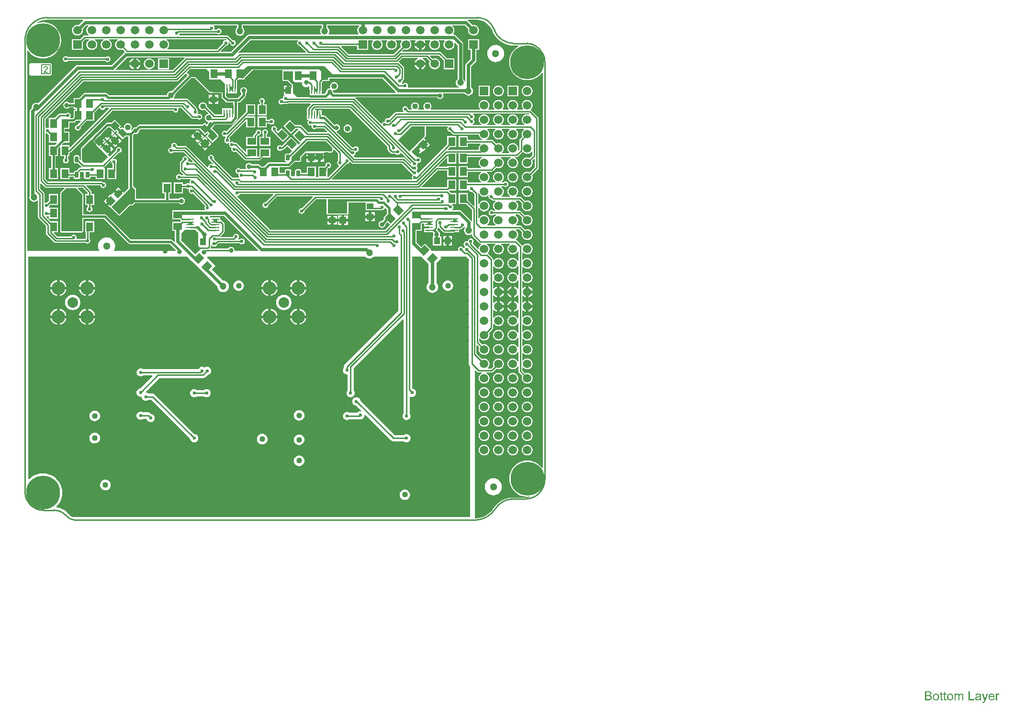
<source format=gbl>
G04*
G04 #@! TF.GenerationSoftware,Altium Limited,Altium Designer,18.1.7 (191)*
G04*
G04 Layer_Physical_Order=2*
G04 Layer_Color=16711680*
%FSLAX25Y25*%
%MOIN*%
G70*
G01*
G75*
%ADD11C,0.01000*%
%ADD14C,0.00787*%
%ADD24R,0.04724X0.04724*%
%ADD26P,0.06681X4X270.0*%
%ADD27P,0.06681X4X180.0*%
%ADD36C,0.05118*%
G04:AMPARAMS|DCode=43|XSize=41.34mil|YSize=47.24mil|CornerRadius=0mil|HoleSize=0mil|Usage=FLASHONLY|Rotation=135.000|XOffset=0mil|YOffset=0mil|HoleType=Round|Shape=Rectangle|*
%AMROTATEDRECTD43*
4,1,4,0.03132,0.00209,-0.00209,-0.03132,-0.03132,-0.00209,0.00209,0.03132,0.03132,0.00209,0.0*
%
%ADD43ROTATEDRECTD43*%

%ADD44R,0.04724X0.04134*%
%ADD45R,0.04134X0.04724*%
G04:AMPARAMS|DCode=46|XSize=41.34mil|YSize=47.24mil|CornerRadius=0mil|HoleSize=0mil|Usage=FLASHONLY|Rotation=45.000|XOffset=0mil|YOffset=0mil|HoleType=Round|Shape=Rectangle|*
%AMROTATEDRECTD46*
4,1,4,0.00209,-0.03132,-0.03132,0.00209,-0.00209,0.03132,0.03132,-0.00209,0.00209,-0.03132,0.0*
%
%ADD46ROTATEDRECTD46*%

%ADD49R,0.04724X0.06000*%
G04:AMPARAMS|DCode=50|XSize=47.24mil|YSize=60mil|CornerRadius=0mil|HoleSize=0mil|Usage=FLASHONLY|Rotation=135.000|XOffset=0mil|YOffset=0mil|HoleType=Round|Shape=Rectangle|*
%AMROTATEDRECTD50*
4,1,4,0.03792,0.00451,-0.00451,-0.03792,-0.03792,-0.00451,0.00451,0.03792,0.03792,0.00451,0.0*
%
%ADD50ROTATEDRECTD50*%

%ADD51R,0.06000X0.04724*%
%ADD84C,0.09331*%
%ADD85C,0.07323*%
%ADD93C,0.01500*%
%ADD95C,0.02300*%
%ADD96C,0.02299*%
%ADD98C,0.04000*%
%ADD99C,0.05906*%
%ADD100R,0.05906X0.05906*%
%ADD101R,0.05906X0.05906*%
%ADD102C,0.23622*%
%ADD103C,0.03150*%
%ADD104C,0.02362*%
%ADD105C,0.04724*%
G04:AMPARAMS|DCode=106|XSize=47.24mil|YSize=60mil|CornerRadius=0mil|HoleSize=0mil|Usage=FLASHONLY|Rotation=225.000|XOffset=0mil|YOffset=0mil|HoleType=Round|Shape=Rectangle|*
%AMROTATEDRECTD106*
4,1,4,-0.00451,0.03792,0.03792,-0.00451,0.00451,-0.03792,-0.03792,0.00451,-0.00451,0.03792,0.0*
%
%ADD106ROTATEDRECTD106*%

G04:AMPARAMS|DCode=107|XSize=23.62mil|YSize=39.37mil|CornerRadius=2.01mil|HoleSize=0mil|Usage=FLASHONLY|Rotation=0.000|XOffset=0mil|YOffset=0mil|HoleType=Round|Shape=RoundedRectangle|*
%AMROUNDEDRECTD107*
21,1,0.02362,0.03535,0,0,0.0*
21,1,0.01961,0.03937,0,0,0.0*
1,1,0.00402,0.00980,-0.01768*
1,1,0.00402,-0.00980,-0.01768*
1,1,0.00402,-0.00980,0.01768*
1,1,0.00402,0.00980,0.01768*
%
%ADD107ROUNDEDRECTD107*%
%ADD108R,0.01100X0.05228*%
%ADD109R,0.05228X0.01100*%
%ADD110C,0.02000*%
G36*
X40822Y348383D02*
X40779Y348355D01*
X37691Y345266D01*
X36831Y345380D01*
X35851Y345251D01*
X34938Y344872D01*
X34154Y344271D01*
X33553Y343487D01*
X33174Y342574D01*
X33046Y341595D01*
X33174Y340615D01*
X33553Y339702D01*
X34154Y338918D01*
X34938Y338316D01*
X35851Y337938D01*
X36831Y337809D01*
X37810Y337938D01*
X38723Y338316D01*
X39507Y338918D01*
X40109Y339702D01*
X40487Y340615D01*
X40616Y341595D01*
X40503Y342455D01*
X43009Y344961D01*
X44232D01*
X44401Y344461D01*
X44154Y344271D01*
X43553Y343487D01*
X43174Y342574D01*
X43046Y341595D01*
X43174Y340615D01*
X43553Y339702D01*
X44154Y338918D01*
X44649Y338538D01*
X44480Y338038D01*
X41949D01*
X41442Y337937D01*
X41012Y337650D01*
X38709Y335347D01*
X33078D01*
Y327842D01*
X40583D01*
Y333473D01*
X42498Y335387D01*
X44874D01*
X44973Y334887D01*
X44938Y334873D01*
X44154Y334271D01*
X43553Y333487D01*
X43174Y332574D01*
X43046Y331594D01*
X43174Y330615D01*
X43553Y329702D01*
X44154Y328918D01*
X44938Y328316D01*
X45851Y327938D01*
X46831Y327809D01*
X47810Y327938D01*
X48723Y328316D01*
X49507Y328918D01*
X50109Y329702D01*
X50487Y330615D01*
X50616Y331594D01*
X50487Y332574D01*
X50109Y333487D01*
X49507Y334271D01*
X48723Y334873D01*
X48688Y334887D01*
X48787Y335387D01*
X54874D01*
X54973Y334887D01*
X54938Y334873D01*
X54154Y334271D01*
X53553Y333487D01*
X53175Y332574D01*
X53046Y331594D01*
X53175Y330615D01*
X53553Y329702D01*
X54154Y328918D01*
X54938Y328316D01*
X55851Y327938D01*
X56831Y327809D01*
X57810Y327938D01*
X58723Y328316D01*
X59507Y328918D01*
X60109Y329702D01*
X60487Y330615D01*
X60616Y331594D01*
X60487Y332574D01*
X60109Y333487D01*
X59507Y334271D01*
X58723Y334873D01*
X58688Y334887D01*
X58787Y335387D01*
X64874D01*
X64973Y334887D01*
X64938Y334873D01*
X64154Y334271D01*
X63553Y333487D01*
X63174Y332574D01*
X63046Y331594D01*
X63174Y330615D01*
X63553Y329702D01*
X64154Y328918D01*
X64938Y328316D01*
X65851Y327938D01*
X66831Y327809D01*
X67810Y327938D01*
X68378Y328173D01*
X69710Y326840D01*
X69647Y326197D01*
X69343Y325994D01*
X60594Y317244D01*
X36811D01*
X36050Y317093D01*
X35405Y316662D01*
X9535Y290792D01*
X9093Y290974D01*
X8268Y291083D01*
X7442Y290974D01*
X6673Y290656D01*
X6012Y290149D01*
X5505Y289488D01*
X5187Y288719D01*
X5078Y287894D01*
X5122Y287560D01*
X4113Y286550D01*
X3682Y285905D01*
X3530Y285144D01*
Y226273D01*
X3559Y226131D01*
X3514Y226022D01*
X3405Y225197D01*
X3514Y224371D01*
X3832Y223602D01*
X4339Y222941D01*
X5000Y222435D01*
X5769Y222116D01*
X6594Y222007D01*
X7420Y222116D01*
X8189Y222435D01*
X8850Y222941D01*
X8908Y223018D01*
X9408Y222848D01*
Y211427D01*
X9509Y210919D01*
X9797Y210489D01*
X14915Y205371D01*
Y200098D01*
X15016Y199591D01*
X15303Y199161D01*
X20638Y193826D01*
X21068Y193538D01*
X21576Y193438D01*
X42542D01*
X43026Y193114D01*
X43799Y192960D01*
X44572Y193114D01*
X45228Y193552D01*
X45665Y194207D01*
X45819Y194980D01*
X45665Y195753D01*
X45228Y196409D01*
X45125Y196477D01*
Y200823D01*
X48564D01*
Y208423D01*
X42239D01*
Y200823D01*
X42474D01*
Y196477D01*
X42371Y196409D01*
X42157Y196089D01*
X36457D01*
X36181Y196589D01*
X36311Y197244D01*
X36158Y198017D01*
X35720Y198672D01*
X35064Y199110D01*
X34291Y199264D01*
X33518Y199110D01*
X32863Y198672D01*
X32425Y198017D01*
X32418Y197979D01*
X22779D01*
X20396Y200361D01*
X20587Y200823D01*
X23276D01*
Y208423D01*
X18156D01*
X15200Y211379D01*
X15291Y211660D01*
X15416Y211870D01*
X16127Y212012D01*
X16452Y212229D01*
X16952Y211962D01*
Y210373D01*
X23276D01*
Y217973D01*
X17162D01*
X16873Y218440D01*
X17122Y218814D01*
X17229Y219352D01*
X17795Y219918D01*
X23276D01*
Y227518D01*
X16952D01*
Y222824D01*
X15655Y221527D01*
X15256Y221606D01*
X14483Y221453D01*
X14299Y221330D01*
X13858Y221566D01*
Y227807D01*
X13758Y228314D01*
X13470Y228744D01*
X11092Y231122D01*
Y234721D01*
X11554Y234912D01*
X14136Y232330D01*
X14566Y232043D01*
X15074Y231942D01*
X27714D01*
X27905Y231480D01*
X25014Y228589D01*
X25014Y228589D01*
X24837Y228324D01*
X24775Y228012D01*
X24775Y228012D01*
X24775Y201477D01*
X24837Y201164D01*
X24952Y200992D01*
Y200823D01*
X25128D01*
X25278Y200723D01*
X25591Y200661D01*
X39804Y200661D01*
X39804Y200661D01*
X40116Y200723D01*
X40267Y200823D01*
X40564D01*
Y201083D01*
X40734Y201253D01*
X40911Y201518D01*
X40973Y201830D01*
X40973Y201830D01*
X40973Y210231D01*
X55152D01*
X72209Y193174D01*
X72722Y192831D01*
X73327Y192711D01*
X101216D01*
X105658Y188268D01*
X105451Y187768D01*
X62533Y187768D01*
X62255Y188268D01*
X62679Y189063D01*
X63017Y190178D01*
X63132Y191339D01*
X63017Y192499D01*
X62679Y193614D01*
X62130Y194642D01*
X61390Y195544D01*
X60489Y196283D01*
X59461Y196833D01*
X58345Y197171D01*
X57185Y197285D01*
X56025Y197171D01*
X54909Y196833D01*
X53881Y196283D01*
X52980Y195544D01*
X52241Y194642D01*
X51691Y193614D01*
X51353Y192499D01*
X51238Y191339D01*
X51353Y190178D01*
X51691Y189063D01*
X52115Y188268D01*
X51837Y187768D01*
X1853Y187768D01*
Y327416D01*
X2334Y327552D01*
X2597Y327124D01*
X3886Y325614D01*
X5395Y324325D01*
X7088Y323288D01*
X8922Y322528D01*
X10852Y322065D01*
X12831Y321909D01*
X14810Y322065D01*
X16740Y322528D01*
X18574Y323288D01*
X20266Y324325D01*
X21776Y325614D01*
X23065Y327124D01*
X24102Y328816D01*
X24862Y330650D01*
X25325Y332580D01*
X25481Y334559D01*
X25325Y336538D01*
X24862Y338468D01*
X24102Y340302D01*
X23065Y341995D01*
X21776Y343504D01*
X20266Y344793D01*
X18574Y345830D01*
X16740Y346590D01*
X14810Y347053D01*
X12831Y347209D01*
X10852Y347053D01*
X9265Y346672D01*
X9085Y347108D01*
X9478Y347387D01*
X11487Y348219D01*
X13616Y348730D01*
X15521Y348880D01*
X15521Y348880D01*
X16019Y348883D01*
X40670D01*
X40822Y348383D01*
D02*
G37*
G36*
X233063Y344461D02*
X232816Y344271D01*
X232214Y343487D01*
X231836Y342574D01*
X231707Y341595D01*
X231836Y340615D01*
X232214Y339702D01*
X232750Y339004D01*
X232609Y338504D01*
X211874D01*
X211627Y339004D01*
X211817Y339252D01*
X212136Y340021D01*
X212245Y340846D01*
X212136Y341672D01*
X211817Y342441D01*
X211310Y343102D01*
X211043Y343307D01*
Y344961D01*
X232893D01*
X233063Y344461D01*
D02*
G37*
G36*
X313914Y348883D02*
X313930Y348883D01*
X314114Y348883D01*
X314426Y348882D01*
X314920Y348873D01*
X316488Y348750D01*
X318313Y348312D01*
X320048Y347593D01*
X321649Y346612D01*
X323077Y345393D01*
X324296Y343965D01*
X325277Y342364D01*
X325845Y340994D01*
X325845Y340994D01*
X325845Y340994D01*
X326057Y340562D01*
X326530Y339420D01*
X327834Y337291D01*
X329456Y335392D01*
X331355Y333770D01*
X333485Y332465D01*
X335792Y331509D01*
X338220Y330926D01*
X338697Y330889D01*
X338697Y330889D01*
X338864Y330871D01*
X338864Y330871D01*
X339180Y330871D01*
X343697D01*
X343838Y330371D01*
X342662Y329651D01*
X341153Y328362D01*
X339864Y326852D01*
X338826Y325160D01*
X338067Y323326D01*
X337603Y321395D01*
X337448Y319416D01*
X337603Y317438D01*
X338067Y315508D01*
X338826Y313673D01*
X339864Y311981D01*
X341153Y310472D01*
X342662Y309183D01*
X344355Y308145D01*
X346189Y307386D01*
X348119Y306922D01*
X350098Y306767D01*
X352077Y306922D01*
X354007Y307386D01*
X355841Y308145D01*
X357533Y309183D01*
X359043Y310472D01*
X360328Y311976D01*
X360373Y311980D01*
X360828Y311734D01*
Y36908D01*
X360598Y36843D01*
X360328Y36825D01*
X359079Y38287D01*
X357569Y39577D01*
X355877Y40614D01*
X354043Y41373D01*
X352113Y41837D01*
X350134Y41993D01*
X348155Y41837D01*
X346225Y41373D01*
X344391Y40614D01*
X342698Y39577D01*
X341189Y38287D01*
X339900Y36778D01*
X338863Y35085D01*
X338103Y33252D01*
X337640Y31321D01*
X337484Y29342D01*
X337640Y27364D01*
X338103Y25433D01*
X338863Y23599D01*
X339900Y21907D01*
X341189Y20398D01*
X342698Y19108D01*
X344391Y18071D01*
X346225Y17312D01*
X348155Y16848D01*
X350134Y16692D01*
X351456Y16797D01*
X351535Y16301D01*
X350291Y16003D01*
X338913D01*
X338746Y15969D01*
X337864Y15912D01*
X335782Y15497D01*
X333772Y14815D01*
X331868Y13876D01*
X330103Y12697D01*
X328507Y11297D01*
X327107Y9701D01*
X326296Y8487D01*
X326260Y8510D01*
X325780Y7728D01*
X324281Y5972D01*
X322525Y4472D01*
X320556Y3266D01*
X318423Y2382D01*
X316178Y1843D01*
X314169Y1685D01*
X313668Y2075D01*
X313620Y104620D01*
X314082Y104811D01*
X315205Y103689D01*
X315634Y103401D01*
X316142Y103300D01*
X318645D01*
X318744Y102801D01*
X318186Y102569D01*
X317402Y101968D01*
X316801Y101184D01*
X316423Y100271D01*
X316294Y99291D01*
X316423Y98312D01*
X316801Y97399D01*
X317402Y96615D01*
X318186Y96013D01*
X319099Y95635D01*
X320079Y95506D01*
X321058Y95635D01*
X321971Y96013D01*
X322755Y96615D01*
X323357Y97399D01*
X323735Y98312D01*
X323864Y99291D01*
X323735Y100271D01*
X323357Y101184D01*
X322755Y101968D01*
X321971Y102569D01*
X321413Y102801D01*
X321513Y103300D01*
X325413D01*
X325921Y103401D01*
X326351Y103689D01*
X328532Y105870D01*
X329099Y105635D01*
X330079Y105506D01*
X331058Y105635D01*
X331971Y106013D01*
X332755Y106615D01*
X333357Y107399D01*
X333735Y108312D01*
X333864Y109291D01*
X333735Y110271D01*
X333357Y111184D01*
X332755Y111968D01*
X331971Y112569D01*
X331058Y112947D01*
X330079Y113076D01*
X329099Y112947D01*
X328186Y112569D01*
X327402Y111968D01*
X326801Y111184D01*
X326423Y110271D01*
X326294Y109291D01*
X326423Y108312D01*
X326658Y107745D01*
X324864Y105951D01*
X322712D01*
X322542Y106451D01*
X322755Y106615D01*
X323357Y107399D01*
X323735Y108312D01*
X323864Y109291D01*
X323735Y110271D01*
X323357Y111184D01*
X322755Y111968D01*
X321971Y112569D01*
X321058Y112947D01*
X320079Y113076D01*
X319099Y112947D01*
X318532Y112713D01*
X314684Y116561D01*
Y122159D01*
X315146Y122350D01*
X316657Y120838D01*
X316423Y120271D01*
X316294Y119291D01*
X316423Y118312D01*
X316801Y117399D01*
X317402Y116615D01*
X318186Y116013D01*
X319099Y115635D01*
X320079Y115506D01*
X321058Y115635D01*
X321971Y116013D01*
X322755Y116615D01*
X323357Y117399D01*
X323735Y118312D01*
X323864Y119291D01*
X323735Y120271D01*
X323357Y121184D01*
X322755Y121968D01*
X321971Y122569D01*
X321058Y122948D01*
X320079Y123076D01*
X319099Y122948D01*
X318532Y122713D01*
X316483Y124762D01*
Y126992D01*
X316983Y127161D01*
X317402Y126615D01*
X318186Y126013D01*
X319099Y125635D01*
X320079Y125506D01*
X321058Y125635D01*
X321971Y126013D01*
X322755Y126615D01*
X323357Y127399D01*
X323735Y128312D01*
X323864Y129291D01*
X323735Y130271D01*
X323500Y130838D01*
X326036Y133374D01*
X326323Y133804D01*
X326424Y134311D01*
Y137068D01*
X326924Y137238D01*
X327402Y136615D01*
X328186Y136013D01*
X329099Y135635D01*
X330079Y135506D01*
X331058Y135635D01*
X331971Y136013D01*
X332755Y136615D01*
X333357Y137399D01*
X333735Y138312D01*
X333864Y139291D01*
X333735Y140271D01*
X333357Y141184D01*
X332755Y141968D01*
X331971Y142569D01*
X331058Y142947D01*
X330079Y143077D01*
X329099Y142947D01*
X328186Y142569D01*
X327402Y141968D01*
X326924Y141344D01*
X326424Y141514D01*
Y146740D01*
X326924Y146910D01*
X327260Y146472D01*
X328085Y145839D01*
X329047Y145440D01*
X329079Y145436D01*
Y149291D01*
Y153147D01*
X329047Y153142D01*
X328085Y152744D01*
X327260Y152111D01*
X326924Y151673D01*
X326424Y151843D01*
Y156740D01*
X326924Y156910D01*
X327260Y156472D01*
X328085Y155839D01*
X329047Y155440D01*
X329079Y155436D01*
Y159291D01*
Y163147D01*
X329047Y163142D01*
X328085Y162744D01*
X327260Y162110D01*
X326924Y161673D01*
X326424Y161843D01*
Y167069D01*
X326924Y167238D01*
X327402Y166615D01*
X328186Y166013D01*
X329099Y165635D01*
X330079Y165506D01*
X331058Y165635D01*
X331971Y166013D01*
X332755Y166615D01*
X333357Y167399D01*
X333735Y168312D01*
X333864Y169291D01*
X333735Y170271D01*
X333357Y171184D01*
X332755Y171968D01*
X331971Y172569D01*
X331058Y172948D01*
X330079Y173076D01*
X329099Y172948D01*
X328186Y172569D01*
X327402Y171968D01*
X326924Y171344D01*
X326424Y171514D01*
Y177068D01*
X326924Y177238D01*
X327402Y176615D01*
X328186Y176013D01*
X329099Y175635D01*
X330079Y175506D01*
X331058Y175635D01*
X331971Y176013D01*
X332755Y176615D01*
X333357Y177399D01*
X333735Y178312D01*
X333864Y179291D01*
X333735Y180271D01*
X333357Y181184D01*
X332755Y181968D01*
X331971Y182569D01*
X331058Y182948D01*
X330079Y183077D01*
X329099Y182948D01*
X328186Y182569D01*
X327402Y181968D01*
X326924Y181344D01*
X326424Y181514D01*
Y181791D01*
X326323Y182299D01*
X326036Y182729D01*
X322788Y185976D01*
X322765Y185992D01*
X322744Y186607D01*
X322755Y186615D01*
X323357Y187399D01*
X323735Y188312D01*
X323864Y189291D01*
X323735Y190271D01*
X323357Y191184D01*
X322755Y191968D01*
X321978Y192564D01*
X321975Y192586D01*
X322083Y193064D01*
X328075D01*
X328183Y192586D01*
X328180Y192564D01*
X327402Y191968D01*
X326801Y191184D01*
X326423Y190271D01*
X326294Y189291D01*
X326423Y188312D01*
X326801Y187399D01*
X327402Y186615D01*
X328186Y186013D01*
X329099Y185635D01*
X330079Y185506D01*
X331058Y185635D01*
X331971Y186013D01*
X332755Y186615D01*
X333357Y187399D01*
X333735Y188312D01*
X333864Y189291D01*
X333735Y190271D01*
X333357Y191184D01*
X332755Y191968D01*
X331978Y192564D01*
X331975Y192586D01*
X332083Y193064D01*
X338074D01*
X338182Y192586D01*
X338180Y192564D01*
X337402Y191968D01*
X336801Y191184D01*
X336423Y190271D01*
X336294Y189291D01*
X336423Y188312D01*
X336801Y187399D01*
X337402Y186615D01*
X338186Y186013D01*
X339099Y185635D01*
X340079Y185506D01*
X341058Y185635D01*
X341971Y186013D01*
X342755Y186615D01*
X343357Y187399D01*
X343450Y187624D01*
X343950Y187525D01*
Y181058D01*
X343450Y180958D01*
X343357Y181184D01*
X342755Y181968D01*
X341971Y182569D01*
X341058Y182948D01*
X340079Y183077D01*
X339099Y182948D01*
X338186Y182569D01*
X337402Y181968D01*
X336801Y181184D01*
X336423Y180271D01*
X336294Y179291D01*
X336423Y178312D01*
X336801Y177399D01*
X337402Y176615D01*
X338186Y176013D01*
X339099Y175635D01*
X340079Y175506D01*
X341058Y175635D01*
X341971Y176013D01*
X342755Y176615D01*
X343357Y177399D01*
X343450Y177624D01*
X343950Y177525D01*
Y171058D01*
X343450Y170958D01*
X343357Y171184D01*
X342755Y171968D01*
X341971Y172569D01*
X341058Y172948D01*
X340079Y173076D01*
X339099Y172948D01*
X338186Y172569D01*
X337402Y171968D01*
X336801Y171184D01*
X336423Y170271D01*
X336294Y169291D01*
X336423Y168312D01*
X336801Y167399D01*
X337402Y166615D01*
X338186Y166013D01*
X339099Y165635D01*
X340079Y165506D01*
X341058Y165635D01*
X341971Y166013D01*
X342755Y166615D01*
X343357Y167399D01*
X343450Y167624D01*
X343950Y167525D01*
Y161519D01*
X343913Y161498D01*
X343450Y161391D01*
X342898Y162110D01*
X342072Y162744D01*
X341111Y163142D01*
X341079Y163146D01*
Y159291D01*
Y155436D01*
X341111Y155440D01*
X342072Y155839D01*
X342898Y156472D01*
X343450Y157192D01*
X343913Y157084D01*
X343950Y157063D01*
Y151519D01*
X343913Y151498D01*
X343450Y151391D01*
X342898Y152111D01*
X342072Y152744D01*
X341111Y153142D01*
X341079Y153147D01*
Y149291D01*
Y145436D01*
X341111Y145440D01*
X342072Y145839D01*
X342898Y146472D01*
X343450Y147192D01*
X343913Y147084D01*
X343950Y147063D01*
Y141058D01*
X343450Y140958D01*
X343357Y141184D01*
X342755Y141968D01*
X341971Y142569D01*
X341058Y142947D01*
X340079Y143077D01*
X339099Y142947D01*
X338186Y142569D01*
X337402Y141968D01*
X336801Y141184D01*
X336423Y140271D01*
X336294Y139291D01*
X336423Y138312D01*
X336801Y137399D01*
X337402Y136615D01*
X338186Y136013D01*
X339099Y135635D01*
X340079Y135506D01*
X341058Y135635D01*
X341971Y136013D01*
X342755Y136615D01*
X343357Y137399D01*
X343450Y137624D01*
X343950Y137525D01*
Y131058D01*
X343450Y130958D01*
X343357Y131184D01*
X342755Y131968D01*
X341971Y132569D01*
X341058Y132948D01*
X340079Y133077D01*
X339099Y132948D01*
X338186Y132569D01*
X337402Y131968D01*
X336801Y131184D01*
X336423Y130271D01*
X336294Y129291D01*
X336423Y128312D01*
X336801Y127399D01*
X337402Y126615D01*
X338186Y126013D01*
X339099Y125635D01*
X340079Y125506D01*
X341058Y125635D01*
X341971Y126013D01*
X342755Y126615D01*
X343357Y127399D01*
X343450Y127624D01*
X343950Y127525D01*
Y121058D01*
X343450Y120958D01*
X343357Y121184D01*
X342755Y121968D01*
X341971Y122569D01*
X341058Y122948D01*
X340079Y123076D01*
X339099Y122948D01*
X338186Y122569D01*
X337402Y121968D01*
X336801Y121184D01*
X336423Y120271D01*
X336294Y119291D01*
X336423Y118312D01*
X336801Y117399D01*
X337402Y116615D01*
X338186Y116013D01*
X339099Y115635D01*
X340079Y115506D01*
X341058Y115635D01*
X341971Y116013D01*
X342755Y116615D01*
X343357Y117399D01*
X343450Y117624D01*
X343950Y117525D01*
Y111058D01*
X343450Y110959D01*
X343357Y111184D01*
X342755Y111968D01*
X341971Y112569D01*
X341058Y112947D01*
X340079Y113076D01*
X339099Y112947D01*
X338186Y112569D01*
X337402Y111968D01*
X336801Y111184D01*
X336423Y110271D01*
X336294Y109291D01*
X336423Y108312D01*
X336801Y107399D01*
X337402Y106615D01*
X338186Y106013D01*
X339099Y105635D01*
X340079Y105506D01*
X341058Y105635D01*
X341971Y106013D01*
X342755Y106615D01*
X343357Y107399D01*
X343450Y107624D01*
X343950Y107525D01*
Y104095D01*
X344051Y103587D01*
X344338Y103157D01*
X346657Y100838D01*
X346423Y100271D01*
X346294Y99291D01*
X346423Y98312D01*
X346801Y97399D01*
X347402Y96615D01*
X348186Y96013D01*
X349099Y95635D01*
X350079Y95506D01*
X351058Y95635D01*
X351971Y96013D01*
X352755Y96615D01*
X353357Y97399D01*
X353735Y98312D01*
X353864Y99291D01*
X353735Y100271D01*
X353357Y101184D01*
X352755Y101968D01*
X351971Y102569D01*
X351058Y102947D01*
X350079Y103077D01*
X349099Y102947D01*
X348532Y102713D01*
X346601Y104643D01*
Y106838D01*
X347101Y107007D01*
X347402Y106615D01*
X348186Y106013D01*
X349099Y105635D01*
X350079Y105506D01*
X351058Y105635D01*
X351971Y106013D01*
X352755Y106615D01*
X353357Y107399D01*
X353735Y108312D01*
X353864Y109291D01*
X353735Y110271D01*
X353357Y111184D01*
X352755Y111968D01*
X351971Y112569D01*
X351058Y112947D01*
X350079Y113076D01*
X349099Y112947D01*
X348186Y112569D01*
X347402Y111968D01*
X347101Y111575D01*
X346601Y111745D01*
Y116838D01*
X347101Y117007D01*
X347402Y116615D01*
X348186Y116013D01*
X349099Y115635D01*
X350079Y115506D01*
X351058Y115635D01*
X351971Y116013D01*
X352755Y116615D01*
X353357Y117399D01*
X353735Y118312D01*
X353864Y119291D01*
X353735Y120271D01*
X353357Y121184D01*
X352755Y121968D01*
X351971Y122569D01*
X351058Y122948D01*
X350079Y123076D01*
X349099Y122948D01*
X348186Y122569D01*
X347402Y121968D01*
X347101Y121575D01*
X346601Y121745D01*
Y126838D01*
X347101Y127007D01*
X347402Y126615D01*
X348186Y126013D01*
X349099Y125635D01*
X350079Y125506D01*
X351058Y125635D01*
X351971Y126013D01*
X352755Y126615D01*
X353357Y127399D01*
X353735Y128312D01*
X353864Y129291D01*
X353735Y130271D01*
X353357Y131184D01*
X352755Y131968D01*
X351971Y132569D01*
X351058Y132948D01*
X350079Y133077D01*
X349099Y132948D01*
X348186Y132569D01*
X347402Y131968D01*
X347101Y131575D01*
X346601Y131745D01*
Y136838D01*
X347101Y137007D01*
X347402Y136615D01*
X348186Y136013D01*
X349099Y135635D01*
X350079Y135506D01*
X351058Y135635D01*
X351971Y136013D01*
X352755Y136615D01*
X353357Y137399D01*
X353735Y138312D01*
X353864Y139291D01*
X353735Y140271D01*
X353357Y141184D01*
X352755Y141968D01*
X351971Y142569D01*
X351058Y142947D01*
X350079Y143077D01*
X349099Y142947D01*
X348186Y142569D01*
X347402Y141968D01*
X347101Y141575D01*
X346601Y141745D01*
Y146509D01*
X347101Y146679D01*
X347260Y146472D01*
X348085Y145839D01*
X349047Y145440D01*
X349079Y145436D01*
Y149291D01*
Y153147D01*
X349047Y153142D01*
X348085Y152744D01*
X347260Y152111D01*
X347101Y151904D01*
X346601Y152074D01*
Y156509D01*
X347101Y156679D01*
X347260Y156472D01*
X348085Y155839D01*
X349047Y155440D01*
X349079Y155436D01*
Y159291D01*
Y163147D01*
X349047Y163142D01*
X348085Y162744D01*
X347260Y162110D01*
X347101Y161904D01*
X346601Y162074D01*
Y166838D01*
X347101Y167007D01*
X347402Y166615D01*
X348186Y166013D01*
X349099Y165635D01*
X350079Y165506D01*
X351058Y165635D01*
X351971Y166013D01*
X352755Y166615D01*
X353357Y167399D01*
X353735Y168312D01*
X353864Y169291D01*
X353735Y170271D01*
X353357Y171184D01*
X352755Y171968D01*
X351971Y172569D01*
X351058Y172948D01*
X350079Y173076D01*
X349099Y172948D01*
X348186Y172569D01*
X347402Y171968D01*
X347101Y171575D01*
X346601Y171745D01*
Y176838D01*
X347101Y177007D01*
X347402Y176615D01*
X348186Y176013D01*
X349099Y175635D01*
X350079Y175506D01*
X351058Y175635D01*
X351971Y176013D01*
X352755Y176615D01*
X353357Y177399D01*
X353735Y178312D01*
X353864Y179291D01*
X353735Y180271D01*
X353357Y181184D01*
X352755Y181968D01*
X351971Y182569D01*
X351058Y182948D01*
X350079Y183077D01*
X349099Y182948D01*
X348186Y182569D01*
X347402Y181968D01*
X347101Y181575D01*
X346601Y181745D01*
Y186838D01*
X347101Y187007D01*
X347402Y186615D01*
X348186Y186013D01*
X349099Y185635D01*
X350079Y185506D01*
X351058Y185635D01*
X351971Y186013D01*
X352755Y186615D01*
X353357Y187399D01*
X353735Y188312D01*
X353864Y189291D01*
X353735Y190271D01*
X353357Y191184D01*
X352755Y191968D01*
X351971Y192569D01*
X351058Y192947D01*
X350079Y193077D01*
X349099Y192947D01*
X348186Y192569D01*
X347402Y191968D01*
X347025Y191476D01*
X346528Y191547D01*
X346478Y191584D01*
X346213Y191981D01*
X342866Y195327D01*
X342436Y195614D01*
X342306Y195640D01*
X342182Y196175D01*
X342755Y196615D01*
X343357Y197399D01*
X343735Y198312D01*
X343864Y199291D01*
X343735Y200271D01*
X343357Y201184D01*
X342755Y201968D01*
X342055Y202505D01*
X342104Y202836D01*
X342189Y203005D01*
X344490D01*
X346657Y200838D01*
X346423Y200271D01*
X346294Y199291D01*
X346423Y198312D01*
X346801Y197399D01*
X347402Y196615D01*
X348186Y196013D01*
X349099Y195635D01*
X350079Y195506D01*
X351058Y195635D01*
X351971Y196013D01*
X352755Y196615D01*
X353357Y197399D01*
X353735Y198312D01*
X353864Y199291D01*
X353735Y200271D01*
X353357Y201184D01*
X352755Y201968D01*
X351971Y202569D01*
X351058Y202947D01*
X350079Y203077D01*
X349099Y202947D01*
X348532Y202713D01*
X345977Y205268D01*
X345547Y205555D01*
X345039Y205656D01*
X342327D01*
X342158Y206156D01*
X342755Y206615D01*
X343357Y207399D01*
X343735Y208312D01*
X343864Y209291D01*
X343735Y210271D01*
X343357Y211184D01*
X342755Y211968D01*
X341971Y212569D01*
X341793Y212643D01*
X341893Y213143D01*
X344353D01*
X346657Y210838D01*
X346423Y210271D01*
X346294Y209291D01*
X346423Y208312D01*
X346801Y207399D01*
X347402Y206615D01*
X348186Y206013D01*
X349099Y205635D01*
X350079Y205506D01*
X351058Y205635D01*
X351971Y206013D01*
X352755Y206615D01*
X353357Y207399D01*
X353735Y208312D01*
X353864Y209291D01*
X353735Y210271D01*
X353357Y211184D01*
X352755Y211968D01*
X351971Y212569D01*
X351058Y212948D01*
X350079Y213076D01*
X349099Y212948D01*
X348532Y212713D01*
X345839Y215406D01*
X345409Y215693D01*
X344902Y215794D01*
X342635D01*
X342465Y216294D01*
X342755Y216516D01*
X343357Y217300D01*
X343735Y218213D01*
X343864Y219193D01*
X343735Y220173D01*
X343357Y221086D01*
X342755Y221869D01*
X341971Y222471D01*
X341936Y222486D01*
X342036Y222986D01*
X344510D01*
X346657Y220838D01*
X346423Y220271D01*
X346294Y219291D01*
X346423Y218312D01*
X346801Y217399D01*
X347402Y216615D01*
X348186Y216013D01*
X349099Y215635D01*
X350079Y215506D01*
X351058Y215635D01*
X351971Y216013D01*
X352755Y216615D01*
X353357Y217399D01*
X353735Y218312D01*
X353864Y219291D01*
X353735Y220271D01*
X353357Y221184D01*
X352755Y221968D01*
X351971Y222569D01*
X351058Y222948D01*
X350079Y223077D01*
X349099Y222948D01*
X348532Y222713D01*
X345996Y225248D01*
X345566Y225536D01*
X345059Y225637D01*
X342302D01*
X342132Y226136D01*
X342755Y226615D01*
X343357Y227399D01*
X343735Y228312D01*
X343864Y229291D01*
X343735Y230271D01*
X343357Y231184D01*
X342755Y231968D01*
X341971Y232569D01*
X341058Y232947D01*
X340079Y233077D01*
X339099Y232947D01*
X338186Y232569D01*
X337402Y231968D01*
X336801Y231184D01*
X336423Y230271D01*
X336294Y229291D01*
X336423Y228312D01*
X336801Y227399D01*
X337402Y226615D01*
X338026Y226136D01*
X337856Y225637D01*
X332301D01*
X332132Y226136D01*
X332755Y226615D01*
X333357Y227399D01*
X333735Y228312D01*
X333864Y229291D01*
X333735Y230271D01*
X333357Y231184D01*
X332755Y231968D01*
X332029Y232525D01*
X332040Y232728D01*
X332169Y233025D01*
X333444D01*
X333513Y232922D01*
X334168Y232484D01*
X334941Y232330D01*
X335714Y232484D01*
X336369Y232922D01*
X336807Y233577D01*
X336961Y234350D01*
X336807Y235123D01*
X336369Y235779D01*
X335714Y236216D01*
X334941Y236370D01*
X334168Y236216D01*
X333513Y235779D01*
X333444Y235676D01*
X332353D01*
X332183Y236176D01*
X332755Y236615D01*
X333357Y237399D01*
X333735Y238312D01*
X333864Y239291D01*
X333735Y240271D01*
X333357Y241184D01*
X332755Y241968D01*
X331971Y242569D01*
X331058Y242948D01*
X330079Y243076D01*
X329099Y242948D01*
X328186Y242569D01*
X327402Y241968D01*
X326801Y241184D01*
X326423Y240271D01*
X326294Y239291D01*
X326423Y238312D01*
X326801Y237399D01*
X327402Y236615D01*
X327974Y236176D01*
X327805Y235676D01*
X322353D01*
X322183Y236176D01*
X322755Y236615D01*
X323357Y237399D01*
X323735Y238312D01*
X323864Y239291D01*
X323735Y240271D01*
X323357Y241184D01*
X322755Y241968D01*
X321978Y242564D01*
X321975Y242586D01*
X322083Y243064D01*
X325177D01*
X325684Y243165D01*
X326114Y243453D01*
X328532Y245870D01*
X329099Y245635D01*
X330079Y245506D01*
X331058Y245635D01*
X331971Y246013D01*
X332755Y246615D01*
X333357Y247399D01*
X333735Y248312D01*
X333864Y249291D01*
X333735Y250271D01*
X333357Y251184D01*
X332755Y251968D01*
X331971Y252569D01*
X331413Y252800D01*
X331513Y253300D01*
X338625D01*
X338724Y252800D01*
X338166Y252569D01*
X337383Y251968D01*
X336781Y251184D01*
X336403Y250271D01*
X336274Y249291D01*
X336403Y248312D01*
X336781Y247399D01*
X337383Y246615D01*
X338166Y246013D01*
X339079Y245635D01*
X340059Y245506D01*
X341039Y245635D01*
X341952Y246013D01*
X342736Y246615D01*
X343337Y247399D01*
X343715Y248312D01*
X343844Y249291D01*
X343715Y250271D01*
X343337Y251184D01*
X342736Y251968D01*
X341952Y252569D01*
X341394Y252800D01*
X341493Y253300D01*
X342717D01*
X343224Y253401D01*
X343654Y253689D01*
X346689Y256723D01*
X347263Y256797D01*
X347402Y256615D01*
X348186Y256013D01*
X349099Y255635D01*
X350079Y255506D01*
X351058Y255635D01*
X351971Y256013D01*
X352755Y256615D01*
X352997Y256930D01*
X353497Y256761D01*
Y254585D01*
X351625Y252713D01*
X351058Y252947D01*
X350079Y253077D01*
X349099Y252947D01*
X348186Y252569D01*
X347402Y251968D01*
X346801Y251184D01*
X346423Y250271D01*
X346294Y249291D01*
X346423Y248312D01*
X346801Y247399D01*
X347402Y246615D01*
X348186Y246013D01*
X349099Y245635D01*
X350079Y245506D01*
X351058Y245635D01*
X351971Y246013D01*
X352755Y246615D01*
X353357Y247399D01*
X353735Y248312D01*
X353864Y249291D01*
X353735Y250271D01*
X353500Y250838D01*
X354835Y252173D01*
X355297Y251981D01*
Y246384D01*
X351625Y242713D01*
X351058Y242948D01*
X350079Y243076D01*
X349099Y242948D01*
X348186Y242569D01*
X347402Y241968D01*
X346801Y241184D01*
X346423Y240271D01*
X346294Y239291D01*
X346423Y238312D01*
X346801Y237399D01*
X347402Y236615D01*
X348186Y236013D01*
X349099Y235635D01*
X350079Y235506D01*
X351058Y235635D01*
X351971Y236013D01*
X352755Y236615D01*
X353357Y237399D01*
X353735Y238312D01*
X353864Y239291D01*
X353735Y240271D01*
X353500Y240838D01*
X357559Y244897D01*
X357847Y245327D01*
X357947Y245835D01*
Y280118D01*
X357847Y280625D01*
X357559Y281055D01*
X352736Y285878D01*
X352672Y285921D01*
X352652Y286536D01*
X352755Y286615D01*
X353357Y287399D01*
X353735Y288312D01*
X353864Y289291D01*
X353735Y290271D01*
X353357Y291184D01*
X352755Y291968D01*
X351971Y292569D01*
X351058Y292948D01*
X350079Y293076D01*
X349099Y292948D01*
X348186Y292569D01*
X347402Y291968D01*
X346801Y291184D01*
X346423Y290271D01*
X346294Y289291D01*
X346423Y288312D01*
X346801Y287399D01*
X347286Y286766D01*
X347082Y286266D01*
X343076D01*
X342871Y286766D01*
X343357Y287399D01*
X343735Y288312D01*
X343864Y289291D01*
X343735Y290271D01*
X343357Y291184D01*
X342755Y291968D01*
X341971Y292569D01*
X341058Y292948D01*
X340079Y293076D01*
X339099Y292948D01*
X338186Y292569D01*
X337402Y291968D01*
X336801Y291184D01*
X336423Y290271D01*
X336294Y289291D01*
X336423Y288312D01*
X336801Y287399D01*
X337286Y286766D01*
X337082Y286266D01*
X333076D01*
X332872Y286766D01*
X333357Y287399D01*
X333735Y288312D01*
X333864Y289291D01*
X333735Y290271D01*
X333357Y291184D01*
X332755Y291968D01*
X331971Y292569D01*
X331058Y292948D01*
X330079Y293076D01*
X329099Y292948D01*
X328186Y292569D01*
X327402Y291968D01*
X326801Y291184D01*
X326423Y290271D01*
X326294Y289291D01*
X326423Y288312D01*
X326801Y287399D01*
X327286Y286766D01*
X327082Y286266D01*
X323076D01*
X322871Y286766D01*
X323357Y287399D01*
X323735Y288312D01*
X323864Y289291D01*
X323735Y290271D01*
X323357Y291184D01*
X322755Y291968D01*
X321971Y292569D01*
X321058Y292948D01*
X320079Y293076D01*
X319099Y292948D01*
X318186Y292569D01*
X317402Y291968D01*
X316801Y291184D01*
X316423Y290271D01*
X316294Y289291D01*
X316423Y288312D01*
X316801Y287399D01*
X317286Y286766D01*
X317082Y286266D01*
X282880D01*
X282647Y286766D01*
X282958Y287171D01*
X283240Y287852D01*
X283336Y288583D01*
X283240Y289314D01*
X282958Y289995D01*
X282509Y290580D01*
X281924Y291028D01*
X281243Y291311D01*
X280512Y291407D01*
X279781Y291311D01*
X279100Y291028D01*
X278515Y290580D01*
X278066Y289995D01*
X277784Y289314D01*
X277688Y288583D01*
X277784Y287852D01*
X278066Y287171D01*
X278376Y286766D01*
X278144Y286266D01*
X274218D01*
X273986Y286766D01*
X274296Y287171D01*
X274578Y287852D01*
X274675Y288583D01*
X274578Y289314D01*
X274296Y289995D01*
X273847Y290580D01*
X273263Y291028D01*
X272581Y291311D01*
X271850Y291407D01*
X271119Y291311D01*
X270438Y291028D01*
X269853Y290580D01*
X269405Y289995D01*
X269123Y289314D01*
X269026Y288583D01*
X269123Y287852D01*
X269405Y287171D01*
X269715Y286766D01*
X269482Y286266D01*
X267558D01*
X267177Y286614D01*
X267024Y287387D01*
X266586Y288042D01*
X265931Y288480D01*
X265158Y288634D01*
X264385Y288480D01*
X263729Y288042D01*
X263291Y287387D01*
X263138Y286614D01*
X263291Y285841D01*
X263729Y285186D01*
X264056Y284967D01*
X263905Y284467D01*
X258613D01*
X258105Y284366D01*
X257676Y284079D01*
X253749Y280153D01*
X253640Y280226D01*
X252867Y280380D01*
X252094Y280226D01*
X251438Y279788D01*
X251000Y279133D01*
X250847Y278360D01*
X250896Y278114D01*
X250603Y277821D01*
X249830Y277667D01*
X249174Y277229D01*
X248773Y276628D01*
X248555Y276519D01*
X248264Y276431D01*
X230417Y294278D01*
X230624Y294778D01*
X287274D01*
X287560Y294351D01*
X288345Y293826D01*
X289272Y293642D01*
X290198Y293826D01*
X290984Y294351D01*
X291509Y295136D01*
X291693Y296063D01*
X291509Y296990D01*
X291396Y297159D01*
X291631Y297600D01*
X306307D01*
X306800Y296957D01*
X307460Y296450D01*
X308230Y296132D01*
X309055Y296023D01*
X309881Y296132D01*
X310650Y296450D01*
X311310Y296957D01*
X311817Y297618D01*
X312136Y298387D01*
X312245Y299213D01*
X312136Y300038D01*
X311817Y300807D01*
X311310Y301468D01*
X311043Y301673D01*
Y316302D01*
X314103Y319362D01*
X314534Y320007D01*
X314685Y320768D01*
Y327842D01*
X316450D01*
Y335347D01*
X308944D01*
Y327842D01*
X310709D01*
Y321591D01*
X307649Y318532D01*
X307218Y317887D01*
X307067Y317126D01*
Y305663D01*
X306567Y305630D01*
X306526Y305944D01*
X306207Y306713D01*
X305700Y307373D01*
X305433Y307578D01*
Y331890D01*
X305282Y332651D01*
X304851Y333296D01*
X300225Y337922D01*
X299580Y338353D01*
X298819Y338504D01*
X298375D01*
X298235Y339004D01*
X298770Y339702D01*
X299148Y340615D01*
X299277Y341595D01*
X299148Y342574D01*
X298770Y343487D01*
X298169Y344271D01*
X297921Y344461D01*
X298091Y344961D01*
X306519D01*
X309025Y342455D01*
X308912Y341595D01*
X309041Y340615D01*
X309419Y339702D01*
X310020Y338918D01*
X310804Y338316D01*
X311717Y337938D01*
X312697Y337809D01*
X313677Y337938D01*
X314589Y338316D01*
X315373Y338918D01*
X315975Y339702D01*
X316353Y340615D01*
X316482Y341595D01*
X316353Y342574D01*
X315975Y343487D01*
X315373Y344271D01*
X314589Y344872D01*
X313677Y345251D01*
X312697Y345380D01*
X311837Y345266D01*
X308748Y348355D01*
X308706Y348383D01*
X308857Y348883D01*
X313914D01*
D02*
G37*
G36*
X207067Y343307D02*
X206800Y343102D01*
X206293Y342441D01*
X205974Y341672D01*
X205866Y340846D01*
X205974Y340021D01*
X206293Y339252D01*
X206483Y339004D01*
X206237Y338504D01*
X167126D01*
X156416D01*
X155655Y338353D01*
X155010Y337922D01*
X143665Y326576D01*
X136584D01*
X136393Y327038D01*
X140036Y330681D01*
X140157Y330657D01*
X140930Y330811D01*
X141586Y331249D01*
X142024Y331904D01*
X142177Y332677D01*
X142098Y333076D01*
X142559Y333323D01*
X143083Y332799D01*
X143059Y332677D01*
X143213Y331904D01*
X143650Y331249D01*
X144306Y330811D01*
X145079Y330657D01*
X145852Y330811D01*
X146507Y331249D01*
X146945Y331904D01*
X147099Y332677D01*
X146945Y333450D01*
X146507Y334105D01*
X145852Y334543D01*
X145079Y334697D01*
X144957Y334673D01*
X141981Y337650D01*
X141551Y337937D01*
X141043Y338038D01*
X107991D01*
X107724Y338538D01*
X107968Y338904D01*
X108028Y339205D01*
X133979D01*
X134463Y338882D01*
X135236Y338728D01*
X136009Y338882D01*
X136664Y339320D01*
X137102Y339975D01*
X137256Y340748D01*
X137102Y341521D01*
X136664Y342176D01*
X136009Y342614D01*
X135236Y342768D01*
X134463Y342614D01*
X133808Y342176D01*
X133594Y341856D01*
X132481D01*
X132204Y342356D01*
X132335Y343012D01*
X132181Y343785D01*
X131743Y344440D01*
X131713Y344461D01*
X131864Y344961D01*
X148012D01*
Y343307D01*
X147745Y343102D01*
X147238Y342441D01*
X146919Y341672D01*
X146810Y340846D01*
X146919Y340021D01*
X147238Y339252D01*
X147745Y338591D01*
X148405Y338084D01*
X149174Y337766D01*
X150000Y337657D01*
X150826Y337766D01*
X151595Y338084D01*
X152255Y338591D01*
X152762Y339252D01*
X153081Y340021D01*
X153190Y340846D01*
X153081Y341672D01*
X152762Y342441D01*
X152255Y343102D01*
X151988Y343307D01*
Y344961D01*
X207067D01*
Y343307D01*
D02*
G37*
G36*
X140691Y335084D02*
X140454Y334638D01*
X140157Y334697D01*
X139384Y334543D01*
X138729Y334105D01*
X138291Y333450D01*
X138138Y332677D01*
X138162Y332556D01*
X133968Y328362D01*
X99561D01*
X99400Y328836D01*
X99507Y328918D01*
X100109Y329702D01*
X100487Y330615D01*
X100616Y331594D01*
X100487Y332574D01*
X100109Y333487D01*
X99507Y334271D01*
X98723Y334873D01*
X98688Y334887D01*
X98787Y335387D01*
X140451D01*
X140691Y335084D01*
D02*
G37*
G36*
X292629Y334028D02*
X292214Y333487D01*
X291836Y332574D01*
X291707Y331594D01*
X291836Y330615D01*
X292214Y329702D01*
X292816Y328918D01*
X293600Y328316D01*
X294513Y327938D01*
X295492Y327809D01*
X296472Y327938D01*
X297385Y328316D01*
X298169Y328918D01*
X298770Y329702D01*
X299148Y330615D01*
X299277Y331594D01*
X299148Y332574D01*
X299082Y332734D01*
X299506Y333017D01*
X301457Y331066D01*
Y307578D01*
X301190Y307373D01*
X300683Y306713D01*
X300364Y305944D01*
X300255Y305118D01*
X300364Y304293D01*
X300683Y303523D01*
X301190Y302863D01*
X301850Y302356D01*
X302526Y302076D01*
X302427Y301576D01*
X267055D01*
X266820Y302017D01*
X266938Y302194D01*
X267092Y302968D01*
X266938Y303741D01*
X266500Y304396D01*
X265845Y304834D01*
X265072Y304987D01*
X264299Y304834D01*
X263644Y304396D01*
X263575Y304293D01*
X262782D01*
X262631Y304793D01*
X262747Y304871D01*
X263185Y305526D01*
X263339Y306299D01*
X263315Y306420D01*
X263879Y306985D01*
X264166Y307415D01*
X264267Y307922D01*
Y315257D01*
X264166Y315764D01*
X263879Y316195D01*
X260802Y319272D01*
X260728Y319321D01*
X260679Y319818D01*
X263059Y322198D01*
X273785D01*
X273884Y321698D01*
X273558Y321563D01*
X272732Y320929D01*
X272098Y320104D01*
X271700Y319142D01*
X271696Y319110D01*
X275551D01*
X279406D01*
X279402Y319142D01*
X279004Y320104D01*
X278370Y320929D01*
X277545Y321563D01*
X277218Y321698D01*
X277318Y322198D01*
X279766D01*
X282182Y319782D01*
X281895Y319090D01*
X281766Y318110D01*
X281895Y317131D01*
X282273Y316218D01*
X282875Y315434D01*
X283659Y314832D01*
X284572Y314454D01*
X285551Y314325D01*
X286531Y314454D01*
X287444Y314832D01*
X288228Y315434D01*
X288829Y316218D01*
X289207Y317131D01*
X289336Y318110D01*
X289207Y319090D01*
X288829Y320003D01*
X288228Y320787D01*
X287444Y321388D01*
X286531Y321766D01*
X285551Y321895D01*
X284572Y321766D01*
X284130Y321583D01*
X282178Y323535D01*
X282369Y323997D01*
X288478D01*
X291798Y320677D01*
Y314357D01*
X299304D01*
Y321863D01*
X294362D01*
X289965Y326260D01*
X289535Y326547D01*
X289028Y326648D01*
X263074D01*
X262882Y327110D01*
X263945Y328173D01*
X264512Y327938D01*
X265492Y327809D01*
X266472Y327938D01*
X267385Y328316D01*
X268169Y328918D01*
X268770Y329702D01*
X269148Y330615D01*
X269277Y331594D01*
X269148Y332574D01*
X268770Y333487D01*
X268355Y334028D01*
X268602Y334528D01*
X272130D01*
X272377Y334028D01*
X272039Y333588D01*
X271641Y332626D01*
X271637Y332594D01*
X279347D01*
X279343Y332626D01*
X278945Y333588D01*
X278608Y334028D01*
X278854Y334528D01*
X282382D01*
X282629Y334028D01*
X282214Y333487D01*
X281836Y332574D01*
X281707Y331594D01*
X281836Y330615D01*
X282214Y329702D01*
X282816Y328918D01*
X283600Y328316D01*
X284512Y327938D01*
X285492Y327809D01*
X286472Y327938D01*
X287385Y328316D01*
X288169Y328918D01*
X288770Y329702D01*
X289148Y330615D01*
X289277Y331594D01*
X289148Y332574D01*
X288770Y333487D01*
X288355Y334028D01*
X288602Y334528D01*
X292382D01*
X292629Y334028D01*
D02*
G37*
G36*
X262629D02*
X262214Y333487D01*
X261836Y332574D01*
X261707Y331594D01*
X261836Y330615D01*
X262071Y330048D01*
X257081Y325058D01*
X225537D01*
X220564Y330031D01*
X220755Y330493D01*
X231739D01*
Y327842D01*
X239245D01*
Y334528D01*
X242382D01*
X242629Y334028D01*
X242214Y333487D01*
X241836Y332574D01*
X241707Y331594D01*
X241836Y330615D01*
X242214Y329702D01*
X242816Y328918D01*
X243600Y328316D01*
X244513Y327938D01*
X245492Y327809D01*
X246472Y327938D01*
X247385Y328316D01*
X248169Y328918D01*
X248770Y329702D01*
X249148Y330615D01*
X249277Y331594D01*
X249148Y332574D01*
X248770Y333487D01*
X248355Y334028D01*
X248602Y334528D01*
X252382D01*
X252629Y334028D01*
X252214Y333487D01*
X251836Y332574D01*
X251707Y331594D01*
X251836Y330615D01*
X252214Y329702D01*
X252816Y328918D01*
X253600Y328316D01*
X254513Y327938D01*
X255492Y327809D01*
X256472Y327938D01*
X257385Y328316D01*
X258169Y328918D01*
X258770Y329702D01*
X259148Y330615D01*
X259277Y331594D01*
X259148Y332574D01*
X258770Y333487D01*
X258355Y334028D01*
X258602Y334528D01*
X262382D01*
X262629Y334028D01*
D02*
G37*
G36*
X190252D02*
X189866Y333450D01*
X189712Y332677D01*
X189866Y331904D01*
X190304Y331249D01*
X190959Y330811D01*
X191732Y330657D01*
X191854Y330681D01*
X196175Y326360D01*
X195983Y325898D01*
X149799D01*
X149292Y325797D01*
X149066Y325646D01*
X148747Y326035D01*
X157240Y334527D01*
X167126D01*
X190104D01*
X190252Y334028D01*
D02*
G37*
G36*
X111465Y322100D02*
X103191Y313825D01*
X78122D01*
X78022Y314325D01*
X78824Y314657D01*
X79650Y315291D01*
X80283Y316117D01*
X80682Y317078D01*
X80686Y317110D01*
X76831D01*
X72975D01*
X72980Y317078D01*
X73378Y316117D01*
X74012Y315291D01*
X74837Y314657D01*
X75639Y314325D01*
X75539Y313825D01*
X63506D01*
X63299Y314325D01*
X71573Y322600D01*
X111258D01*
X111465Y322100D01*
D02*
G37*
G36*
X179487Y306239D02*
X183257D01*
X185879Y303618D01*
X185882Y303615D01*
X185898Y303599D01*
X185901Y303595D01*
X186028Y303468D01*
X185820Y302969D01*
X184661D01*
Y299606D01*
X183661D01*
Y298606D01*
X180595D01*
Y296244D01*
X180690D01*
X180842Y295744D01*
X180363Y295424D01*
X179925Y294769D01*
X179802Y294150D01*
X179771Y293996D01*
X179305Y293777D01*
X178937Y293851D01*
X178164Y293697D01*
X177509Y293259D01*
X177071Y292604D01*
X176917Y291831D01*
X177071Y291058D01*
X177509Y290402D01*
X178164Y289965D01*
X178937Y289811D01*
X179710Y289965D01*
X180047Y290190D01*
X182819D01*
X183326Y290290D01*
X183658Y290512D01*
X199023D01*
X199214Y290050D01*
X196897Y287734D01*
X196610Y287304D01*
X196509Y286796D01*
Y285940D01*
X196485D01*
Y279112D01*
X197385D01*
X197534Y278612D01*
X197150Y278037D01*
X196996Y277264D01*
X197150Y276491D01*
X197588Y275835D01*
X198243Y275398D01*
X199016Y275244D01*
X199465Y275333D01*
X199891Y274910D01*
X199850Y274705D01*
X200004Y273932D01*
X200442Y273276D01*
X201097Y272839D01*
X201870Y272685D01*
X202643Y272839D01*
X203298Y273276D01*
X203367Y273379D01*
X208367D01*
X210640Y271106D01*
X210449Y270644D01*
X197470D01*
X192794Y275321D01*
X192364Y275608D01*
X191857Y275709D01*
X188259D01*
X184661Y279307D01*
X180189Y274834D01*
X185563Y269461D01*
X189160Y273058D01*
X190501D01*
X190708Y272558D01*
X186685Y268535D01*
X192012Y263208D01*
X190827Y262023D01*
X185500Y267351D01*
X181028Y262878D01*
X181055Y262851D01*
X179162Y260958D01*
X178627Y261315D01*
X177854Y261469D01*
X177081Y261315D01*
X176426Y260877D01*
X175988Y260222D01*
X175834Y259449D01*
X175988Y258676D01*
X176426Y258020D01*
X177081Y257583D01*
X177854Y257429D01*
X178627Y257583D01*
X179283Y258020D01*
X179351Y258123D01*
X179528D01*
X180035Y258224D01*
X180465Y258512D01*
X182930Y260977D01*
X186355Y257551D01*
X184397Y255593D01*
X184150Y255642D01*
X182189D01*
X181799Y255565D01*
X181467Y255344D01*
X181246Y255012D01*
X181169Y254622D01*
Y251087D01*
X181246Y250696D01*
X181467Y250365D01*
X181799Y250144D01*
X182189Y250066D01*
X182657D01*
X182925Y249566D01*
X182889Y249513D01*
X170177D01*
X169572Y249393D01*
X169060Y249051D01*
X166723Y246713D01*
X164711D01*
X163555Y247869D01*
X163042Y248212D01*
X162437Y248332D01*
X158099D01*
X158011Y248464D01*
X157226Y248989D01*
X156299Y249173D01*
X155373Y248989D01*
X154587Y248464D01*
X154062Y247679D01*
X153878Y246752D01*
X154062Y245825D01*
X154337Y245413D01*
X154070Y244913D01*
X150429D01*
X150360Y245016D01*
X149705Y245454D01*
X148932Y245608D01*
X148159Y245454D01*
X147503Y245016D01*
X147066Y244361D01*
X146912Y243588D01*
X147066Y242815D01*
X147503Y242160D01*
X148159Y241722D01*
X148702Y241614D01*
X148968Y241438D01*
X149068Y241085D01*
X148964Y240566D01*
X149118Y239793D01*
X149383Y239397D01*
X149094Y238944D01*
X144820D01*
X131785Y251979D01*
X131787Y251983D01*
X131941Y252756D01*
X131787Y253529D01*
X131350Y254184D01*
X130694Y254622D01*
X129921Y254776D01*
X129148Y254622D01*
X128493Y254184D01*
X128055Y253529D01*
X127901Y252756D01*
X128055Y251983D01*
X128493Y251328D01*
X129080Y250936D01*
X131422Y248593D01*
X131258Y248050D01*
X131139Y248025D01*
X130694Y248323D01*
X129921Y248477D01*
X129148Y248323D01*
X128493Y247885D01*
X128055Y247230D01*
X127906Y246482D01*
X127802Y246412D01*
X127433Y246248D01*
X113071Y260611D01*
X112641Y260898D01*
X112133Y260999D01*
X106618D01*
X106154Y261221D01*
X106000Y261994D01*
X105562Y262649D01*
X104907Y263087D01*
X104134Y263240D01*
X103361Y263087D01*
X102706Y262649D01*
X102268Y261994D01*
X102114Y261221D01*
X102268Y260448D01*
X102332Y260351D01*
X102067Y259894D01*
X101294Y259740D01*
X100639Y259302D01*
X100201Y258647D01*
X100047Y257874D01*
X100201Y257101D01*
X100639Y256446D01*
X101294Y256008D01*
X102067Y255854D01*
X102840Y256008D01*
X103495Y256446D01*
X103564Y256549D01*
X110839D01*
X117175Y250213D01*
X116984Y249751D01*
X115178D01*
X115109Y249853D01*
X114454Y250291D01*
X113969Y250388D01*
X113726Y250925D01*
X113776Y250999D01*
X113929Y251772D01*
X113776Y252545D01*
X113338Y253200D01*
X112682Y253638D01*
X111909Y253791D01*
X111136Y253638D01*
X110481Y253200D01*
X110043Y252545D01*
X109889Y251772D01*
X109914Y251650D01*
X108491Y250228D01*
X108204Y249798D01*
X108103Y249290D01*
Y244051D01*
X108204Y243544D01*
X108491Y243114D01*
X110613Y240991D01*
X110422Y240530D01*
X109187D01*
X109007Y240798D01*
X108352Y241236D01*
X107579Y241390D01*
X106806Y241236D01*
X106150Y240798D01*
X105713Y240143D01*
X105559Y239370D01*
X105713Y238597D01*
X106150Y237942D01*
X106806Y237504D01*
X107579Y237350D01*
X108352Y237504D01*
X108913Y237879D01*
X115375D01*
X115527Y237379D01*
X115506Y237365D01*
X115069Y236710D01*
X114915Y235937D01*
X115062Y235198D01*
X114985Y235099D01*
X114672Y234857D01*
X114552Y234937D01*
X113779Y235091D01*
X113006Y234937D01*
X112351Y234499D01*
X112283Y234396D01*
X110395D01*
Y235493D01*
X104070D01*
Y227893D01*
X110395D01*
Y231745D01*
X112283D01*
X112351Y231643D01*
X113006Y231205D01*
X113779Y231051D01*
X114310Y231156D01*
X114610Y230706D01*
X114478Y230509D01*
X114324Y229736D01*
X114478Y228963D01*
X114916Y228307D01*
X115571Y227870D01*
X116344Y227716D01*
X117117Y227870D01*
X117227Y227943D01*
X125931Y219239D01*
X125496Y218588D01*
X125342Y217815D01*
X125496Y217042D01*
X125750Y216661D01*
X125483Y216161D01*
X105807D01*
X105593Y216119D01*
X102795D01*
Y209794D01*
X108311D01*
X108708Y209398D01*
X108968Y209055D01*
X108708Y208713D01*
X108115Y208119D01*
X102795D01*
Y201795D01*
X104606D01*
Y194685D01*
X104653Y194451D01*
X104192Y194204D01*
X102988Y195409D01*
X102475Y195751D01*
X101870Y195872D01*
X73981D01*
X56925Y212929D01*
X56412Y213271D01*
X55807Y213391D01*
X40973D01*
X40973Y227264D01*
X40911Y227576D01*
X40734Y227841D01*
X40734Y227841D01*
X37095Y231480D01*
X37286Y231942D01*
X40494D01*
X44076Y228360D01*
Y227518D01*
X42239D01*
Y219918D01*
X43950D01*
Y218525D01*
X43847Y218456D01*
X43409Y217801D01*
X43256Y217028D01*
X43409Y216255D01*
X43847Y215599D01*
X44503Y215161D01*
X45276Y215008D01*
X46049Y215161D01*
X46704Y215599D01*
X47142Y216255D01*
X47295Y217028D01*
X47142Y217801D01*
X46704Y218456D01*
X46601Y218525D01*
Y219918D01*
X48564D01*
Y227518D01*
X46727D01*
Y228909D01*
X46626Y229417D01*
X46339Y229847D01*
X42906Y233279D01*
X43097Y233741D01*
X52791D01*
X52944Y232974D01*
X53382Y232319D01*
X54037Y231881D01*
X54810Y231727D01*
X55583Y231881D01*
X56239Y232319D01*
X56676Y232974D01*
X56830Y233747D01*
X56676Y234520D01*
X56239Y235175D01*
X55583Y235613D01*
X54810Y235767D01*
X54689Y235743D01*
X54428Y236004D01*
X53998Y236292D01*
X53490Y236392D01*
X16368D01*
X14691Y238070D01*
Y269528D01*
X15102Y269793D01*
X15191Y269784D01*
X15945Y269634D01*
X16014Y269647D01*
X16952Y268709D01*
Y263326D01*
X22150D01*
X22342Y262864D01*
X20955Y261477D01*
X16952D01*
Y253877D01*
X18534D01*
Y245532D01*
X16952D01*
Y237932D01*
X23276D01*
Y245532D01*
X21695D01*
Y253877D01*
X23276D01*
Y259329D01*
X24490Y260542D01*
X24952Y260351D01*
Y253877D01*
X27513D01*
Y252284D01*
X27410Y252216D01*
X26972Y251560D01*
X26819Y250787D01*
X26972Y250014D01*
X27410Y249359D01*
X28066Y248921D01*
X28839Y248767D01*
X29612Y248921D01*
X30267Y249359D01*
X30705Y250014D01*
X30858Y250787D01*
X30705Y251560D01*
X30267Y252216D01*
X30164Y252284D01*
Y253877D01*
X31276D01*
Y256352D01*
X31398D01*
X31905Y256453D01*
X32335Y256740D01*
X61243Y285648D01*
X103311D01*
X103350Y285448D01*
X103788Y284792D01*
X104444Y284354D01*
X105217Y284201D01*
X105990Y284354D01*
X106645Y284792D01*
X107083Y285448D01*
X107236Y286221D01*
X107092Y286947D01*
X107112Y287077D01*
X107310Y287447D01*
X108907D01*
X115978Y280376D01*
X116408Y280088D01*
X116915Y279988D01*
X120359D01*
X120428Y279885D01*
X121083Y279447D01*
X121856Y279293D01*
X122629Y279447D01*
X123285Y279885D01*
X123723Y280540D01*
X123876Y281313D01*
X123723Y282086D01*
X123285Y282741D01*
X122629Y283179D01*
X121856Y283333D01*
X121083Y283179D01*
X120698Y282921D01*
X120643Y282939D01*
X120437Y283531D01*
X120665Y283873D01*
X120819Y284646D01*
X120665Y285419D01*
X120228Y286074D01*
X120125Y286143D01*
Y286640D01*
X120024Y287147D01*
X119737Y287577D01*
X113814Y293499D01*
X113384Y293787D01*
X112877Y293888D01*
X104170D01*
X104006Y294268D01*
X103986Y294388D01*
X104414Y294946D01*
X104696Y295627D01*
X104793Y296358D01*
X104736Y296792D01*
X116111Y308168D01*
X118631Y308168D01*
X128531Y298269D01*
Y297822D01*
X129252D01*
X129331Y297806D01*
X129331Y297806D01*
X137166D01*
Y295309D01*
X137286Y294704D01*
X137629Y294191D01*
X140123Y291698D01*
X140635Y291355D01*
X141240Y291235D01*
X145303D01*
Y287321D01*
X143233D01*
Y287121D01*
X137528D01*
Y282920D01*
X132480D01*
X126924Y288475D01*
X126938Y288583D01*
X126842Y289314D01*
X126560Y289995D01*
X126111Y290580D01*
X125526Y291028D01*
X124845Y291311D01*
X124114Y291407D01*
X123383Y291311D01*
X122702Y291028D01*
X122117Y290580D01*
X121668Y289995D01*
X121386Y289314D01*
X121290Y288583D01*
X121386Y287852D01*
X121668Y287171D01*
X122117Y286586D01*
X122702Y286137D01*
X123383Y285855D01*
X124114Y285758D01*
X124845Y285855D01*
X125517Y286133D01*
X127919Y283732D01*
X127758Y283259D01*
X127615Y283240D01*
X126934Y282958D01*
X126349Y282509D01*
X125901Y281924D01*
X125619Y281243D01*
X125522Y280512D01*
X125619Y279781D01*
X125901Y279100D01*
X126349Y278515D01*
X126934Y278066D01*
X127550Y277811D01*
X127652Y277670D01*
X127782Y277258D01*
X127494Y276826D01*
X127375Y276227D01*
X126928Y275781D01*
X125496Y277212D01*
X124077Y275793D01*
X80053D01*
X79448Y275673D01*
X78936Y275330D01*
X77518Y273912D01*
X77362Y273943D01*
X76436Y273759D01*
X75650Y273234D01*
X75274Y272670D01*
X75227Y272639D01*
X74475Y271887D01*
X74098Y272218D01*
X74395Y272604D01*
X74677Y273285D01*
X74773Y274016D01*
X74677Y274747D01*
X74395Y275428D01*
X73946Y276013D01*
X73361Y276462D01*
X72680Y276744D01*
X71949Y276840D01*
X71218Y276744D01*
X70537Y276462D01*
X69952Y276013D01*
X69503Y275428D01*
X69221Y274747D01*
X69125Y274016D01*
X69187Y273545D01*
X68713Y273311D01*
X67923Y274101D01*
X66956Y273134D01*
X66277Y273813D01*
X67396Y274932D01*
X62924Y279404D01*
X60663Y277143D01*
X57704D01*
X57100Y277023D01*
X56587Y276680D01*
X50467Y270561D01*
X50239Y270408D01*
X45348Y265517D01*
X45309Y265458D01*
X39482Y259632D01*
X39482Y259632D01*
X39305Y259367D01*
X39243Y259055D01*
X39243Y259055D01*
X39243Y251330D01*
X38743Y251123D01*
X38320Y251547D01*
Y253441D01*
X38242Y253831D01*
X38021Y254163D01*
X37690Y254384D01*
X37299Y254461D01*
X35339D01*
X34948Y254384D01*
X34617Y254163D01*
X34396Y253831D01*
X34318Y253441D01*
Y249905D01*
X34396Y249515D01*
X34617Y249184D01*
X34948Y248963D01*
X35339Y248885D01*
X37233D01*
X39607Y246511D01*
X39484Y246096D01*
X39421Y246010D01*
X38780D01*
X38272Y245910D01*
X37842Y245622D01*
X35855Y243635D01*
X35339D01*
X34948Y243557D01*
X34617Y243336D01*
X34396Y243005D01*
X34318Y242614D01*
Y242172D01*
X31276D01*
Y245532D01*
X24952D01*
Y237932D01*
X31276D01*
Y239521D01*
X34318D01*
Y239079D01*
X34396Y238688D01*
X34617Y238357D01*
X34948Y238136D01*
X35339Y238058D01*
X37299D01*
X37690Y238136D01*
X38213Y238213D01*
X38610Y237948D01*
X39059Y237858D01*
Y240846D01*
X41059D01*
Y237858D01*
X41508Y237948D01*
X41905Y238213D01*
X42428Y238136D01*
X42819Y238058D01*
X44780D01*
X45170Y238136D01*
X45501Y238357D01*
X45722Y238688D01*
X45800Y239079D01*
Y239521D01*
X49531D01*
Y237932D01*
X55855D01*
Y245532D01*
X54949D01*
X54899Y246032D01*
X55330Y246118D01*
X55760Y246405D01*
X60000Y250645D01*
X60461Y250399D01*
X60382Y250000D01*
X60535Y249227D01*
X60973Y248572D01*
X61224Y248404D01*
Y245532D01*
X57531D01*
Y237932D01*
X63855D01*
Y243490D01*
X63875Y243589D01*
Y248639D01*
X64268Y249227D01*
X64421Y250000D01*
X64268Y250773D01*
X63830Y251428D01*
X63175Y251866D01*
X62402Y252020D01*
X62002Y251940D01*
X61756Y252401D01*
X65528Y256173D01*
X65650Y256149D01*
X66423Y256303D01*
X67078Y256741D01*
X67516Y257396D01*
X67669Y258169D01*
X67516Y258942D01*
X67078Y259598D01*
X66423Y260035D01*
X65650Y260189D01*
X64877Y260035D01*
X64221Y259598D01*
X63784Y258942D01*
X63630Y258169D01*
X63654Y258048D01*
X59436Y253831D01*
X58840Y253942D01*
X58810Y253987D01*
X58810Y253987D01*
X57890Y254907D01*
X58970Y255987D01*
X56592Y258364D01*
X54215Y260741D01*
X53135Y259662D01*
X52575Y260222D01*
X53669Y261315D01*
X51291Y263693D01*
X51999Y264400D01*
X51291Y265107D01*
X53669Y267485D01*
X52765Y268389D01*
X53560Y269184D01*
X54661Y268083D01*
X57038Y270461D01*
X59416Y272838D01*
X58808Y273446D01*
X58986Y273894D01*
X59440Y273943D01*
X62924Y270460D01*
X64042Y271578D01*
X64721Y270899D01*
X63869Y270047D01*
X68341Y265575D01*
X70280Y267514D01*
X72337D01*
Y231561D01*
X69124Y228348D01*
X68226Y229245D01*
X65849Y226868D01*
X65141Y227575D01*
X64434Y226868D01*
X62266Y229037D01*
X60595Y227366D01*
X60186Y227148D01*
X59911Y227423D01*
X58241Y225752D01*
X60618Y223375D01*
X59911Y222668D01*
X60618Y221961D01*
X58241Y219583D01*
X59911Y217913D01*
X60088Y218090D01*
X60652Y217525D01*
X60617Y217490D01*
X65089Y213018D01*
X65124Y213053D01*
X65417Y212760D01*
X65682Y212583D01*
X65994Y212521D01*
X66306Y212583D01*
X66571Y212760D01*
X73271Y219460D01*
X75000Y219460D01*
X75000Y219460D01*
X75312Y219522D01*
X75445Y219611D01*
X75577Y219699D01*
X75577Y219699D01*
X77034Y221156D01*
X107452D01*
X107540Y221024D01*
X108325Y220499D01*
X109252Y220315D01*
X110179Y220499D01*
X110964Y221024D01*
X111489Y221810D01*
X111673Y222736D01*
X111489Y223663D01*
X110964Y224448D01*
X110179Y224973D01*
X109252Y225157D01*
X108325Y224973D01*
X107540Y224448D01*
X107452Y224317D01*
X100813D01*
Y227893D01*
X102394D01*
Y235493D01*
X96070D01*
Y227893D01*
X97652D01*
Y224317D01*
X77989D01*
X77640Y224675D01*
X77685Y226356D01*
X77684Y226367D01*
X77686Y226378D01*
Y230512D01*
X77686Y230512D01*
X77624Y230824D01*
X77447Y231089D01*
X77447Y231089D01*
X75498Y233038D01*
Y268440D01*
X76380Y269322D01*
X76436Y269285D01*
X77362Y269100D01*
X78289Y269285D01*
X79074Y269810D01*
X79599Y270595D01*
X79783Y271522D01*
X79753Y271677D01*
X80708Y272632D01*
X119926D01*
X120096Y272222D01*
X120133Y272132D01*
X120097Y272096D01*
X120097D01*
X120081Y272080D01*
X118885Y270883D01*
X120555Y269213D01*
X122016Y270675D01*
X120611Y272080D01*
X120559Y272132D01*
X120595Y272220D01*
X120766Y272632D01*
X121967D01*
X125914Y268686D01*
X127330Y270102D01*
X127976Y269456D01*
X126365Y267845D01*
X130837Y263373D01*
X134119Y266655D01*
X134497Y266907D01*
X134749Y267284D01*
X135309Y267845D01*
X134917Y268237D01*
X134839Y268630D01*
X134497Y269142D01*
X133316Y270323D01*
X130515Y273124D01*
X130657Y273660D01*
X130673Y273673D01*
X131443Y274187D01*
X131968Y274973D01*
X132017Y275218D01*
X132580Y275782D01*
X143794D01*
X144399Y275902D01*
X144912Y276245D01*
X148001Y279334D01*
X148344Y279847D01*
X148464Y280451D01*
Y291235D01*
X149213D01*
X149817Y291355D01*
X150330Y291698D01*
X153676Y295044D01*
X154019Y295557D01*
X154139Y296161D01*
Y297708D01*
X154271Y297796D01*
X154796Y298581D01*
X154980Y299508D01*
X154796Y300434D01*
X154271Y301220D01*
X153486Y301745D01*
X152559Y301929D01*
X151632Y301745D01*
X150847Y301220D01*
X150322Y300434D01*
X150138Y299508D01*
X150322Y298581D01*
X150847Y297796D01*
X150979Y297708D01*
Y296816D01*
X148558Y294395D01*
X141895D01*
X140327Y295963D01*
Y297521D01*
X142396D01*
Y297721D01*
X148102D01*
Y304549D01*
X148077D01*
Y306538D01*
X148960Y307420D01*
X151443D01*
X151736Y307362D01*
X152029Y307420D01*
X153127D01*
Y307934D01*
X153142Y307944D01*
X158957Y313760D01*
X179487D01*
Y306239D01*
D02*
G37*
G36*
X258592Y298439D02*
X258385Y297939D01*
X215418D01*
X214841Y298516D01*
X214872Y298671D01*
X214716Y299456D01*
X214972Y299807D01*
X215091Y299894D01*
X215551Y299833D01*
X216282Y299930D01*
X216963Y300212D01*
X217548Y300660D01*
X217997Y301245D01*
X218279Y301926D01*
X218375Y302658D01*
X218279Y303388D01*
X217997Y304070D01*
X217548Y304655D01*
X216963Y305103D01*
X216282Y305385D01*
X215551Y305482D01*
X214820Y305385D01*
X214139Y305103D01*
X213554Y304655D01*
X213105Y304070D01*
X212823Y303388D01*
X212727Y302658D01*
X212823Y301926D01*
X213003Y301493D01*
X212643Y301054D01*
X212451Y301093D01*
X211524Y300908D01*
X210739Y300383D01*
X210214Y299598D01*
X210030Y298671D01*
X210060Y298516D01*
X208811Y297267D01*
X207059D01*
Y303368D01*
X207034D01*
Y305357D01*
X207917Y306239D01*
X212182D01*
Y308051D01*
X248980D01*
X258592Y298439D01*
D02*
G37*
G36*
X112651Y311196D02*
X113660Y310186D01*
X102576Y299102D01*
X101969Y299182D01*
X101237Y299086D01*
X100556Y298804D01*
X99971Y298355D01*
X99523Y297770D01*
X99241Y297089D01*
X99144Y296358D01*
X98998Y296192D01*
X59066D01*
X57881Y297377D01*
X57368Y297720D01*
X56763Y297840D01*
X41929D01*
X41324Y297720D01*
X40812Y297377D01*
X37786Y294351D01*
X34176D01*
Y290950D01*
X31229D01*
X31141Y291082D01*
X30356Y291607D01*
X29429Y291791D01*
X28503Y291607D01*
X27717Y291082D01*
X27192Y290297D01*
X27008Y289370D01*
X27192Y288443D01*
X27717Y287658D01*
X28503Y287133D01*
X29429Y286949D01*
X30356Y287133D01*
X31141Y287658D01*
X31229Y287790D01*
X34176D01*
Y286751D01*
X35758D01*
Y286084D01*
X34176D01*
Y281356D01*
X33212Y280392D01*
X31956D01*
X31908Y280449D01*
X31735Y280892D01*
X32083Y281412D01*
X32236Y282185D01*
X32083Y282958D01*
X31645Y283613D01*
X30990Y284051D01*
X30217Y284205D01*
X29443Y284051D01*
X28788Y283613D01*
X28719Y283510D01*
X24543D01*
X24036Y283410D01*
X23606Y283122D01*
X20957Y280473D01*
X16952D01*
Y273919D01*
X16452Y273573D01*
X15945Y273674D01*
X15191Y273523D01*
X15102Y273514D01*
X14691Y273779D01*
Y279574D01*
X40894Y305777D01*
X105976D01*
X106483Y305878D01*
X106913Y306165D01*
X111952Y311204D01*
X112651Y311196D01*
D02*
G37*
G36*
X128543Y312697D02*
Y307382D01*
X136319D01*
X139469Y304232D01*
Y298622D01*
X129331D01*
X118969Y308983D01*
X116017Y308983D01*
X112894Y312106D01*
X115521Y314734D01*
X126506Y314734D01*
X128543Y312697D01*
D02*
G37*
G36*
X186811Y312992D02*
X186811Y306594D01*
X187992Y305413D01*
X193209D01*
X193209Y303543D01*
X194783Y301969D01*
X198425D01*
Y297342D01*
X198453Y297315D01*
Y296540D01*
X198662D01*
X199016Y296187D01*
X199016Y294962D01*
X190077D01*
X187008Y298031D01*
Y303642D01*
X186478Y304172D01*
X186469Y304185D01*
X186455Y304194D01*
X182776Y307874D01*
X182776Y312992D01*
X186811Y312992D01*
D02*
G37*
G36*
X351602Y283263D02*
X351319Y282840D01*
X351058Y282947D01*
X350079Y283077D01*
X349099Y282947D01*
X348186Y282569D01*
X347402Y281968D01*
X346801Y281184D01*
X346423Y280271D01*
X346294Y279291D01*
X346423Y278312D01*
X346801Y277399D01*
X347402Y276615D01*
X348186Y276013D01*
X348364Y275940D01*
X348265Y275440D01*
X341893D01*
X341793Y275940D01*
X341971Y276013D01*
X342755Y276615D01*
X343357Y277399D01*
X343735Y278312D01*
X343864Y279291D01*
X343735Y280271D01*
X343357Y281184D01*
X342755Y281968D01*
X341971Y282569D01*
X341058Y282947D01*
X340079Y283077D01*
X339099Y282947D01*
X338186Y282569D01*
X337402Y281968D01*
X336801Y281184D01*
X336423Y280271D01*
X336294Y279291D01*
X336423Y278312D01*
X336801Y277399D01*
X337402Y276615D01*
X338186Y276013D01*
X338364Y275940D01*
X338265Y275440D01*
X331893D01*
X331793Y275940D01*
X331971Y276013D01*
X332755Y276615D01*
X333357Y277399D01*
X333735Y278312D01*
X333864Y279291D01*
X333735Y280271D01*
X333357Y281184D01*
X332755Y281968D01*
X331971Y282569D01*
X331058Y282947D01*
X330079Y283077D01*
X329099Y282947D01*
X328186Y282569D01*
X327402Y281968D01*
X326801Y281184D01*
X326423Y280271D01*
X326294Y279291D01*
X326423Y278312D01*
X326801Y277399D01*
X327402Y276615D01*
X328186Y276013D01*
X328364Y275940D01*
X328265Y275440D01*
X321893D01*
X321793Y275940D01*
X321971Y276013D01*
X322755Y276615D01*
X323357Y277399D01*
X323735Y278312D01*
X323864Y279291D01*
X323735Y280271D01*
X323357Y281184D01*
X322755Y281968D01*
X321971Y282569D01*
X321058Y282947D01*
X320079Y283077D01*
X319099Y282947D01*
X318186Y282569D01*
X317402Y281968D01*
X316801Y281184D01*
X316423Y280271D01*
X316294Y279291D01*
X316423Y278312D01*
X316801Y277399D01*
X317402Y276615D01*
X318186Y276013D01*
X318364Y275940D01*
X318265Y275440D01*
X311897D01*
X311848Y275940D01*
X312092Y275988D01*
X312747Y276426D01*
X313185Y277081D01*
X313339Y277854D01*
X313185Y278627D01*
X312747Y279283D01*
X312608Y279376D01*
Y279876D01*
X312747Y279969D01*
X313185Y280625D01*
X313339Y281398D01*
X313185Y282171D01*
X312747Y282826D01*
X312314Y283116D01*
X312466Y283615D01*
X351250D01*
X351602Y283263D01*
D02*
G37*
G36*
X52349Y287383D02*
X52603Y287261D01*
X53004Y286662D01*
X53659Y286224D01*
X54432Y286071D01*
X55205Y286224D01*
X55860Y286662D01*
X56298Y287318D01*
X56324Y287447D01*
X58640D01*
X58831Y286985D01*
X31738Y259892D01*
X31276Y260084D01*
Y261477D01*
X26078D01*
X25887Y261939D01*
X27274Y263326D01*
X31276D01*
Y270926D01*
X28057D01*
Y272873D01*
X31276D01*
Y277231D01*
X33866D01*
X34471Y277351D01*
X34984Y277694D01*
X35774Y278484D01*
X39011D01*
X39202Y278022D01*
X36752Y275571D01*
X36333Y275488D01*
X35678Y275050D01*
X35240Y274395D01*
X35086Y273622D01*
X35240Y272849D01*
X35678Y272194D01*
X36333Y271756D01*
X37106Y271602D01*
X37879Y271756D01*
X38535Y272194D01*
X38972Y272849D01*
X39126Y273622D01*
X39031Y274101D01*
X43413Y278484D01*
X48501D01*
Y283866D01*
X52095Y287460D01*
X52349Y287383D01*
D02*
G37*
G36*
X347820Y272289D02*
X347402Y271968D01*
X346801Y271184D01*
X346423Y270271D01*
X346294Y269291D01*
X346423Y268312D01*
X346657Y267745D01*
X344889Y265976D01*
X344601Y265546D01*
X344500Y265039D01*
Y258284D01*
X344064Y257849D01*
X343641Y258132D01*
X343715Y258312D01*
X343844Y259291D01*
X343715Y260271D01*
X343337Y261184D01*
X342736Y261968D01*
X341952Y262569D01*
X341039Y262948D01*
X340059Y263076D01*
X339079Y262948D01*
X338166Y262569D01*
X337383Y261968D01*
X336781Y261184D01*
X336403Y260271D01*
X336274Y259291D01*
X336403Y258312D01*
X336781Y257399D01*
X337383Y256615D01*
X337596Y256451D01*
X337426Y255951D01*
X332712D01*
X332542Y256451D01*
X332755Y256615D01*
X333357Y257399D01*
X333735Y258312D01*
X333864Y259291D01*
X333735Y260271D01*
X333357Y261184D01*
X332755Y261968D01*
X331971Y262569D01*
X331058Y262948D01*
X330079Y263076D01*
X329099Y262948D01*
X328532Y262713D01*
X326331Y264914D01*
X325901Y265201D01*
X325394Y265302D01*
X321560D01*
X321461Y265802D01*
X321971Y266013D01*
X322755Y266615D01*
X323357Y267399D01*
X323735Y268312D01*
X323864Y269291D01*
X323735Y270271D01*
X323357Y271184D01*
X322755Y271968D01*
X322337Y272289D01*
X322507Y272789D01*
X327651D01*
X327820Y272289D01*
X327402Y271968D01*
X326801Y271184D01*
X326423Y270271D01*
X326294Y269291D01*
X326423Y268312D01*
X326801Y267399D01*
X327402Y266615D01*
X328186Y266013D01*
X329099Y265635D01*
X330079Y265506D01*
X331058Y265635D01*
X331971Y266013D01*
X332755Y266615D01*
X333357Y267399D01*
X333735Y268312D01*
X333864Y269291D01*
X333735Y270271D01*
X333357Y271184D01*
X332755Y271968D01*
X332337Y272289D01*
X332507Y272789D01*
X337651D01*
X337820Y272289D01*
X337402Y271968D01*
X336801Y271184D01*
X336423Y270271D01*
X336294Y269291D01*
X336423Y268312D01*
X336801Y267399D01*
X337402Y266615D01*
X338186Y266013D01*
X339099Y265635D01*
X340079Y265506D01*
X341058Y265635D01*
X341971Y266013D01*
X342755Y266615D01*
X343357Y267399D01*
X343735Y268312D01*
X343864Y269291D01*
X343735Y270271D01*
X343357Y271184D01*
X342755Y271968D01*
X342337Y272289D01*
X342507Y272789D01*
X347651D01*
X347820Y272289D01*
D02*
G37*
G36*
X294817Y274094D02*
X294492Y273608D01*
X294338Y272835D01*
X294492Y272062D01*
X294930Y271406D01*
X295585Y270969D01*
X296358Y270815D01*
X296480Y270839D01*
X297980Y269338D01*
X298410Y269051D01*
X298917Y268950D01*
X316338D01*
X316423Y268312D01*
X316801Y267399D01*
X317402Y266615D01*
X318186Y266013D01*
X318697Y265802D01*
X318597Y265302D01*
X308737D01*
Y267776D01*
X302413D01*
Y260176D01*
X308737D01*
Y262651D01*
X317471D01*
X317641Y262151D01*
X317402Y261968D01*
X316801Y261184D01*
X316423Y260271D01*
X316294Y259291D01*
X316360Y258788D01*
X316030Y258412D01*
X295010D01*
X294818Y258874D01*
X296121Y260176D01*
X300737D01*
Y267776D01*
X294413D01*
Y262217D01*
X274138Y241943D01*
X273677Y242189D01*
X273687Y242236D01*
X273533Y243009D01*
X273095Y243665D01*
Y244056D01*
X273533Y244711D01*
X273687Y245484D01*
X273533Y246257D01*
X273201Y246754D01*
X273033Y247243D01*
X273470Y247898D01*
X273624Y248671D01*
X273590Y248842D01*
X273944Y249195D01*
X274114Y249161D01*
X274887Y249315D01*
X275542Y249753D01*
X275980Y250408D01*
X276134Y251181D01*
X275980Y251954D01*
X275542Y252609D01*
X274887Y253047D01*
X274114Y253201D01*
X273848Y253148D01*
X273275Y253536D01*
X273257Y253632D01*
X273919Y254293D01*
X271750Y256462D01*
X273164Y257876D01*
X275333Y255708D01*
X277003Y257378D01*
X277483Y257329D01*
X277491Y257322D01*
X279161Y258992D01*
X276783Y261369D01*
X277491Y262076D01*
X276783Y262784D01*
X279161Y265161D01*
X278067Y266254D01*
X279320Y267507D01*
X279496Y267771D01*
X279558Y268083D01*
X279558Y268083D01*
X279558Y274594D01*
X294594D01*
X294817Y274094D01*
D02*
G37*
G36*
X214173Y259940D02*
X214173Y257735D01*
X213820Y257382D01*
X195669Y257382D01*
X191929Y253642D01*
X191929Y251043D01*
X191576Y250689D01*
X185827D01*
X185827Y253274D01*
X196923Y264370D01*
X209743Y264370D01*
X214173Y259940D01*
D02*
G37*
G36*
X278743Y268083D02*
X267780Y257121D01*
X259892Y265010D01*
X269476Y274594D01*
X278743D01*
X278743Y268083D01*
D02*
G37*
G36*
X218360Y255753D02*
Y250710D01*
X218257Y250641D01*
X217819Y249986D01*
X217665Y249213D01*
X217819Y248440D01*
X218257Y247784D01*
X218832Y247400D01*
X218998Y246858D01*
X211442Y239302D01*
X210902D01*
Y243292D01*
X210971Y243638D01*
Y245022D01*
X211395Y245445D01*
X211516Y245421D01*
X212289Y245575D01*
X212944Y246013D01*
X213382Y246668D01*
X213536Y247441D01*
X213382Y248214D01*
X212944Y248869D01*
X212289Y249307D01*
X211516Y249461D01*
X210743Y249307D01*
X210087Y248869D01*
X209650Y248214D01*
X209496Y247441D01*
X209520Y247320D01*
X208914Y246713D01*
X204578D01*
Y239302D01*
X202902D01*
Y246713D01*
X196578D01*
Y242172D01*
X192650D01*
Y243795D01*
X192573Y244186D01*
X192351Y244517D01*
X192020Y244738D01*
X191630Y244816D01*
X189669D01*
X189279Y244738D01*
X188756Y244661D01*
X188358Y244926D01*
X187909Y245016D01*
Y242028D01*
X185909D01*
Y245016D01*
X185461Y244926D01*
X185063Y244661D01*
X184540Y244738D01*
X184150Y244816D01*
X182189D01*
X181799Y244738D01*
X181467Y244517D01*
X181246Y244186D01*
X181169Y243795D01*
Y242172D01*
X177438D01*
Y246353D01*
X183957D01*
X184562Y246473D01*
X185074Y246816D01*
X188132Y249873D01*
X191576D01*
X191576Y249873D01*
X191888Y249935D01*
X192152Y250112D01*
X192506Y250466D01*
X192683Y250730D01*
X192745Y251043D01*
X192745Y251043D01*
X192745Y253304D01*
X195646Y256205D01*
X196146Y255998D01*
Y254031D01*
X199508D01*
Y253031D01*
X200508D01*
Y249669D01*
X202870D01*
Y250083D01*
X204315D01*
Y253150D01*
X205315D01*
Y254150D01*
X208677D01*
Y256066D01*
X209032Y256566D01*
X211440D01*
X211781Y256339D01*
X212707Y256154D01*
X213634Y256339D01*
X214040Y256610D01*
X214132Y256628D01*
X214397Y256805D01*
X214750Y257159D01*
X214750Y257159D01*
X214927Y257423D01*
X214989Y257735D01*
X214989Y257735D01*
Y257874D01*
X215079Y258327D01*
X215615Y258498D01*
X218360Y255753D01*
D02*
G37*
G36*
X58233Y253410D02*
X53987Y249165D01*
X41662Y249185D01*
X40059Y250787D01*
X40059Y259055D01*
X46324Y265320D01*
X58233Y253410D01*
D02*
G37*
G36*
X252710Y260602D02*
Y258794D01*
X252811Y258287D01*
X253098Y257857D01*
X255003Y255953D01*
X255433Y255665D01*
X255940Y255564D01*
X258346D01*
X258414Y255462D01*
X259069Y255024D01*
X259842Y254870D01*
X260615Y255024D01*
X261271Y255462D01*
X261656Y256038D01*
X262197Y256204D01*
X269345Y249056D01*
X269321Y248896D01*
X268790Y248720D01*
X264872Y252638D01*
X264441Y252925D01*
X263934Y253026D01*
X229925D01*
X229181Y253770D01*
X229292Y254134D01*
X229377Y254281D01*
X229983Y254687D01*
X230421Y255342D01*
X230574Y256115D01*
X230508Y256446D01*
X230709Y256646D01*
X231482Y256800D01*
X232137Y257238D01*
X232575Y257893D01*
X232729Y258666D01*
X232575Y259439D01*
X232137Y260095D01*
X231482Y260533D01*
X230709Y260686D01*
X229936Y260533D01*
X229280Y260095D01*
X229212Y259992D01*
X228048D01*
X217184Y270856D01*
X217427Y271320D01*
X218249Y271483D01*
X219035Y272008D01*
X219560Y272794D01*
X219744Y273721D01*
X219560Y274647D01*
X219035Y275433D01*
X218249Y275957D01*
X217323Y276142D01*
X216396Y275957D01*
X215888Y275618D01*
X209779Y281728D01*
X209266Y282070D01*
X208661Y282191D01*
X207059D01*
Y285940D01*
X205290D01*
Y286140D01*
X204740D01*
Y285940D01*
X204358D01*
Y282526D01*
X203122D01*
Y285940D01*
X202740D01*
Y286140D01*
X202304D01*
X202032Y286575D01*
X202371Y286914D01*
X226398D01*
X252710Y260602D01*
D02*
G37*
G36*
X302413Y248661D02*
X308737D01*
Y253300D01*
X318645D01*
X318744Y252800D01*
X318186Y252569D01*
X317402Y251968D01*
X316801Y251184D01*
X316423Y250271D01*
X316294Y249291D01*
X316423Y248312D01*
X316801Y247399D01*
X317402Y246615D01*
X317923Y246215D01*
X317753Y245715D01*
X308737D01*
Y246910D01*
X302413D01*
Y239310D01*
X308737D01*
Y243064D01*
X318074D01*
X318182Y242586D01*
X318180Y242564D01*
X317402Y241968D01*
X316801Y241184D01*
X316423Y240271D01*
X316294Y239291D01*
X316423Y238312D01*
X316801Y237399D01*
X317402Y236615D01*
X317974Y236176D01*
X317805Y235676D01*
X308737D01*
Y237560D01*
X302413D01*
Y229960D01*
X308737D01*
Y230375D01*
X309237Y230424D01*
X309256Y230329D01*
X309694Y229674D01*
X310349Y229236D01*
X311122Y229082D01*
X311490Y229156D01*
X313388Y227257D01*
Y219160D01*
X312926Y218968D01*
X308737Y223157D01*
Y228209D01*
X302413D01*
Y220609D01*
X307536D01*
X311589Y216557D01*
Y208685D01*
X311089Y208635D01*
X310658Y209280D01*
X304370Y215567D01*
X303725Y215999D01*
X302964Y216150D01*
X297539D01*
X297437Y216612D01*
X297445Y216650D01*
X298082Y217076D01*
X298520Y217731D01*
X298674Y218504D01*
X298520Y219277D01*
X298082Y219932D01*
X297817Y220109D01*
X297968Y220609D01*
X300737D01*
Y228209D01*
X296992D01*
X295741Y229460D01*
X295949Y229960D01*
X300737D01*
Y237560D01*
X294413D01*
Y232508D01*
X294010Y232105D01*
X276336D01*
X276145Y232567D01*
X287528Y243950D01*
X294413D01*
Y239310D01*
X300737D01*
Y246910D01*
X294413D01*
Y246601D01*
X288287D01*
X288096Y247063D01*
X293913Y252880D01*
X294413Y252672D01*
Y248661D01*
X300737D01*
Y255761D01*
X302413D01*
Y248661D01*
D02*
G37*
G36*
X227693Y248964D02*
X228123Y248677D01*
X228630Y248576D01*
X262640D01*
X269897Y241319D01*
X270238Y240808D01*
X270138Y240274D01*
X269787Y239749D01*
X269634Y238976D01*
X269787Y238203D01*
X269921Y238003D01*
X269654Y237503D01*
X214045D01*
X213854Y237965D01*
X224398Y248509D01*
X224519Y248484D01*
X225292Y248638D01*
X225947Y249076D01*
X226319Y249632D01*
X226868Y249790D01*
X227693Y248964D01*
D02*
G37*
G36*
X76870Y230512D02*
Y226378D01*
X76753Y222028D01*
X75000Y220275D01*
X72933Y220276D01*
X65994Y213337D01*
X60630Y218701D01*
X73228Y231299D01*
Y232776D01*
X74606D01*
X76870Y230512D01*
D02*
G37*
G36*
X316801Y227399D02*
X317402Y226615D01*
X318186Y226013D01*
X319099Y225635D01*
X320079Y225506D01*
X321058Y225635D01*
X321971Y226013D01*
X322680Y226557D01*
X323085Y226468D01*
X323211Y226413D01*
X323220Y226399D01*
X323078Y225689D01*
X323232Y224916D01*
X323670Y224261D01*
X324325Y223823D01*
X325098Y223669D01*
X325220Y223693D01*
X325539Y223374D01*
X325969Y223087D01*
X326476Y222986D01*
X327949D01*
X327959Y222969D01*
X328077Y222486D01*
X327402Y221968D01*
X326801Y221184D01*
X326423Y220271D01*
X326294Y219291D01*
X326423Y218312D01*
X326801Y217399D01*
X327402Y216615D01*
X327820Y216294D01*
X327651Y215794D01*
X326792D01*
X326724Y215897D01*
X326068Y216335D01*
X325295Y216488D01*
X324522Y216335D01*
X323867Y215897D01*
X323429Y215242D01*
X323275Y214469D01*
X323429Y213696D01*
X323867Y213040D01*
X324522Y212602D01*
X325295Y212449D01*
X326068Y212602D01*
X326724Y213040D01*
X326792Y213143D01*
X328265D01*
X328364Y212643D01*
X328186Y212569D01*
X327402Y211968D01*
X326801Y211184D01*
X326423Y210271D01*
X326294Y209291D01*
X326423Y208312D01*
X326801Y207399D01*
X327402Y206615D01*
X328000Y206156D01*
X327830Y205656D01*
X322327D01*
X322158Y206156D01*
X322755Y206615D01*
X323357Y207399D01*
X323735Y208312D01*
X323864Y209291D01*
X323735Y210271D01*
X323357Y211184D01*
X322755Y211968D01*
X321971Y212569D01*
X321058Y212948D01*
X320079Y213076D01*
X319099Y212948D01*
X318186Y212569D01*
X317402Y211968D01*
X316801Y211184D01*
X316539Y210552D01*
X316039Y210651D01*
Y217833D01*
X316539Y217933D01*
X316801Y217300D01*
X317402Y216516D01*
X318186Y215915D01*
X319099Y215537D01*
X320079Y215408D01*
X321058Y215537D01*
X321971Y215915D01*
X322755Y216516D01*
X323357Y217300D01*
X323735Y218213D01*
X323864Y219193D01*
X323735Y220173D01*
X323357Y221086D01*
X322755Y221869D01*
X321971Y222471D01*
X321058Y222849D01*
X320079Y222978D01*
X319099Y222849D01*
X318186Y222471D01*
X317402Y221869D01*
X316801Y221086D01*
X316539Y220453D01*
X316039Y220553D01*
Y227806D01*
X315991Y228047D01*
X316472Y228193D01*
X316801Y227399D01*
D02*
G37*
G36*
X224705Y213976D02*
X211221Y213976D01*
X211221Y224056D01*
X224705D01*
X224705Y213976D01*
D02*
G37*
G36*
X173314Y227193D02*
X167901Y221779D01*
X167780Y221803D01*
X167007Y221650D01*
X166351Y221212D01*
X165913Y220556D01*
X165760Y219783D01*
X165913Y219010D01*
X166351Y218355D01*
X167007Y217917D01*
X167780Y217763D01*
X168552Y217917D01*
X169208Y218355D01*
X169646Y219010D01*
X169799Y219783D01*
X169775Y219905D01*
X175726Y225856D01*
X200493D01*
X200685Y225394D01*
X193035Y217744D01*
X192913Y217768D01*
X192140Y217614D01*
X191485Y217176D01*
X191047Y216521D01*
X190893Y215748D01*
X191047Y214975D01*
X191485Y214320D01*
X192140Y213882D01*
X192913Y213728D01*
X193686Y213882D01*
X194342Y214320D01*
X194780Y214975D01*
X194933Y215748D01*
X194909Y215869D01*
X203096Y224056D01*
X210405D01*
X210405Y213976D01*
X210467Y213664D01*
X210644Y213400D01*
X210908Y213223D01*
X211221Y213161D01*
X224705Y213161D01*
X225017Y213223D01*
X225282Y213400D01*
X225458Y213664D01*
X225520Y213976D01*
X225520Y221550D01*
X237487D01*
Y216129D01*
X242057D01*
X242224Y216096D01*
X248131D01*
X248639Y216197D01*
X248845Y216334D01*
X249028Y216298D01*
X249801Y216452D01*
X250456Y216889D01*
X250894Y217545D01*
X250921Y217678D01*
X251399Y217823D01*
X252258Y216964D01*
Y213636D01*
X249630Y211008D01*
X250462Y210177D01*
X249073Y208788D01*
X248917Y208819D01*
X247991Y208635D01*
X247205Y208110D01*
X246680Y207324D01*
X246496Y206398D01*
X246680Y205471D01*
X247205Y204685D01*
X247991Y204161D01*
X248917Y203976D01*
X249844Y204161D01*
X250629Y204685D01*
X251154Y205471D01*
X251339Y206398D01*
X251308Y206553D01*
X252697Y207942D01*
X254488Y206151D01*
X251040Y202703D01*
X170978D01*
X147897Y225784D01*
X148139Y226250D01*
X148804Y226382D01*
X149460Y226820D01*
X149898Y227475D01*
X149933Y227655D01*
X173123D01*
X173314Y227193D01*
D02*
G37*
G36*
X40157Y227264D02*
X40157Y201830D01*
X39804Y201476D01*
X25591Y201477D01*
X25591Y228012D01*
X29075Y231496D01*
X35925D01*
X40157Y227264D01*
D02*
G37*
G36*
X162895Y188230D02*
X162704Y187768D01*
X146531Y187768D01*
X146214Y188155D01*
X146221Y188189D01*
X146036Y189116D01*
X145511Y189901D01*
X144726Y190426D01*
X143799Y190610D01*
X142873Y190426D01*
X142087Y189901D01*
X141829Y189515D01*
X129542D01*
X129351Y189976D01*
X129481Y190106D01*
X129768Y190536D01*
X129869Y191043D01*
X129869Y191043D01*
Y191767D01*
X130369Y191918D01*
X130658Y191485D01*
X131314Y191047D01*
X132087Y190893D01*
X132860Y191047D01*
X133515Y191485D01*
X133789Y191896D01*
X133910Y191976D01*
X135069Y193135D01*
X146513D01*
X146651Y193163D01*
X149881D01*
X149950Y193060D01*
X150605Y192622D01*
X151378Y192468D01*
X152151Y192622D01*
X152806Y193060D01*
X153244Y193715D01*
X153398Y194488D01*
X153244Y195261D01*
X152806Y195916D01*
X152151Y196354D01*
X151378Y196508D01*
X150605Y196354D01*
X149950Y195916D01*
X149881Y195814D01*
X148784D01*
X148632Y196314D01*
X148771Y196406D01*
X149209Y197062D01*
X149362Y197835D01*
X149209Y198608D01*
X148771Y199263D01*
X148116Y199701D01*
X147343Y199855D01*
X146570Y199701D01*
X145914Y199263D01*
X145476Y198608D01*
X145323Y197835D01*
X144877Y197585D01*
X136584D01*
X136377Y198085D01*
X139028Y200736D01*
X139315Y201166D01*
X139416Y201673D01*
Y206693D01*
X139315Y207200D01*
X139028Y207630D01*
X137650Y209008D01*
X137220Y209295D01*
X136713Y209396D01*
X136242D01*
Y211389D01*
X129414D01*
Y211389D01*
X129191Y211438D01*
X129077Y211685D01*
X129385Y212185D01*
X138940D01*
X162895Y188230D01*
D02*
G37*
G36*
X278304Y205840D02*
X278104D01*
Y205290D01*
X278304D01*
Y204908D01*
X281718D01*
Y203672D01*
X278304D01*
Y203290D01*
X278104D01*
Y202740D01*
X278304D01*
Y200972D01*
X284223D01*
X284797Y200398D01*
X284756Y200336D01*
X284571Y199409D01*
X284743Y198544D01*
X284686Y198353D01*
X284521Y198044D01*
X284375D01*
Y191720D01*
X290109D01*
Y198044D01*
X289464D01*
X289299Y198353D01*
X289242Y198544D01*
X289414Y199409D01*
X289230Y200336D01*
X288705Y201122D01*
X288153Y201490D01*
X288110Y201554D01*
X287108Y202556D01*
X287453Y202901D01*
X287740Y203331D01*
X287841Y203839D01*
Y204004D01*
X288341Y204156D01*
X288433Y204018D01*
X291342Y201109D01*
X291772Y200822D01*
X292279Y200721D01*
X298871D01*
X299378Y200822D01*
X299602Y200972D01*
X302560D01*
Y202965D01*
X303306D01*
X303813Y203065D01*
X304243Y203353D01*
X304898Y204008D01*
X305020Y203984D01*
X305793Y204138D01*
X306448Y204576D01*
X306486Y204633D01*
X307015Y204524D01*
X307029Y204445D01*
X306997Y204421D01*
X306490Y203760D01*
X306171Y202991D01*
X306063Y202165D01*
X306171Y201340D01*
X306490Y200571D01*
X306997Y199910D01*
X307657Y199403D01*
X308426Y199084D01*
X309252Y198976D01*
X310078Y199084D01*
X310847Y199403D01*
X311089Y199589D01*
X311589Y199342D01*
Y198897D01*
X311690Y198390D01*
X311977Y197960D01*
X316484Y193453D01*
X316914Y193165D01*
X317421Y193064D01*
X318074D01*
X318182Y192586D01*
X318180Y192564D01*
X317402Y191968D01*
X316801Y191184D01*
X316423Y190271D01*
X316305Y189377D01*
X315864Y189111D01*
X312306Y192669D01*
X312157Y193158D01*
X312595Y193814D01*
X312748Y194587D01*
X312595Y195360D01*
X312157Y196015D01*
X311501Y196453D01*
X310728Y196607D01*
X309955Y196453D01*
X309300Y196015D01*
X308862Y195360D01*
X308773Y194911D01*
X308598Y194578D01*
X308230Y194548D01*
X307776Y194638D01*
X307003Y194484D01*
X306347Y194046D01*
X305909Y193391D01*
X305756Y192618D01*
X305909Y191845D01*
X306347Y191190D01*
X306585Y191031D01*
Y190617D01*
X306523Y190471D01*
X306150Y189914D01*
X306120Y189903D01*
X305842Y189874D01*
X305606Y189897D01*
X305267Y190405D01*
X304612Y190842D01*
X303839Y190996D01*
X303066Y190842D01*
X302410Y190405D01*
X301972Y189749D01*
X301819Y188976D01*
X301959Y188268D01*
X301878Y188027D01*
X301740Y187768D01*
X283140D01*
X282949Y188230D01*
X283333Y188614D01*
X278861Y193086D01*
X276281Y190506D01*
X273051Y193737D01*
Y201795D01*
X276733D01*
Y206882D01*
X276752Y206902D01*
X278304D01*
Y205840D01*
D02*
G37*
G36*
X119095Y202658D02*
X121063Y200689D01*
X121063Y191366D01*
X122947Y189482D01*
X118947Y185482D01*
X109153Y195275D01*
X109153Y200295D01*
X111516Y202658D01*
X119095Y202658D01*
D02*
G37*
G36*
X309363Y182034D02*
Y109209D01*
X309363Y109209D01*
X309530Y108368D01*
X310006Y107656D01*
X310236Y107426D01*
X310236Y2486D01*
X34878D01*
X34753Y2462D01*
X33640Y2608D01*
X32559Y3056D01*
X31630Y3768D01*
X31443Y4013D01*
X31443Y4013D01*
X31340Y4123D01*
X31338Y4125D01*
X31101Y4379D01*
X30266Y5357D01*
X28557Y6816D01*
X26641Y7990D01*
X24565Y8850D01*
X22456Y9357D01*
X22377Y9489D01*
X22280Y9863D01*
X22381Y9950D01*
X23757Y11561D01*
X24865Y13368D01*
X25676Y15326D01*
X26171Y17387D01*
X26337Y19500D01*
X26171Y21613D01*
X25676Y23674D01*
X24865Y25632D01*
X23757Y27439D01*
X22381Y29050D01*
X20770Y30427D01*
X18962Y31534D01*
X17004Y32345D01*
X14944Y32840D01*
X12831Y33006D01*
X10718Y32840D01*
X8657Y32345D01*
X6699Y31534D01*
X4892Y30427D01*
X3280Y29050D01*
X3192Y28947D01*
X2723Y29120D01*
Y183858D01*
X108009Y183858D01*
X108071Y183850D01*
X108133Y183858D01*
X113422D01*
X116629Y180652D01*
X116953Y180403D01*
X120812Y176543D01*
X126492Y170864D01*
X126552Y170925D01*
X134243Y163234D01*
X134237Y163189D01*
X134375Y162141D01*
X134780Y161164D01*
X135423Y160325D01*
X136262Y159681D01*
X137239Y159277D01*
X138287Y159139D01*
X139336Y159277D01*
X140313Y159681D01*
X141151Y160325D01*
X141795Y161164D01*
X142200Y162141D01*
X142338Y163189D01*
X142200Y164237D01*
X141795Y165214D01*
X141151Y166053D01*
X140313Y166697D01*
X139336Y167101D01*
X138287Y167239D01*
X138242Y167233D01*
X130551Y174924D01*
X133073Y177445D01*
X127122Y183396D01*
X127313Y183858D01*
X237210Y183858D01*
X237293Y183750D01*
X238132Y183106D01*
X239109Y182702D01*
X240158Y182564D01*
X241206Y182702D01*
X242183Y183106D01*
X243021Y183750D01*
X243105Y183858D01*
X260195Y183858D01*
Y145977D01*
X222995Y108777D01*
X222519Y108065D01*
X222352Y107224D01*
X222352Y107224D01*
Y106559D01*
X222071Y106193D01*
X221786Y105504D01*
X221688Y104764D01*
X221786Y104024D01*
X222071Y103334D01*
X222526Y102742D01*
X223118Y102288D01*
X223807Y102002D01*
X224547Y101905D01*
X224864Y101627D01*
Y90680D01*
X224584Y90315D01*
X224298Y89625D01*
X224201Y88885D01*
X224298Y88145D01*
X224584Y87456D01*
X225038Y86864D01*
X225630Y86409D01*
X226320Y86124D01*
X227060Y86026D01*
X227800Y86124D01*
X228489Y86409D01*
X229081Y86864D01*
X229536Y87456D01*
X229821Y88145D01*
X229919Y88885D01*
X229821Y89625D01*
X229536Y90315D01*
X229255Y90680D01*
Y106283D01*
X263331Y140359D01*
X263793Y140167D01*
X263793Y74728D01*
X263513Y74363D01*
X263227Y73673D01*
X263130Y72933D01*
X263227Y72193D01*
X263513Y71504D01*
X263967Y70911D01*
X264559Y70457D01*
X265249Y70171D01*
X265989Y70074D01*
X266729Y70171D01*
X267419Y70457D01*
X268011Y70911D01*
X268465Y71504D01*
X268751Y72193D01*
X268848Y72933D01*
X268751Y73673D01*
X268465Y74363D01*
X268185Y74728D01*
Y86226D01*
X268685Y86560D01*
X269043Y86411D01*
X269783Y86314D01*
X270524Y86411D01*
X271213Y86697D01*
X271805Y87151D01*
X272259Y87744D01*
X272545Y88433D01*
X272643Y89173D01*
X272545Y89913D01*
X272259Y90603D01*
X271805Y91195D01*
X271213Y91649D01*
X270524Y91935D01*
X270067Y91995D01*
X269984Y92078D01*
X269984Y183858D01*
X276133D01*
X277936Y182055D01*
X281129Y178863D01*
Y165589D01*
X281093Y165561D01*
X280449Y164722D01*
X280044Y163745D01*
X279906Y162697D01*
X280044Y161648D01*
X280449Y160672D01*
X281093Y159833D01*
X281931Y159189D01*
X282908Y158784D01*
X283957Y158647D01*
X285005Y158784D01*
X285982Y159189D01*
X286821Y159833D01*
X287464Y160672D01*
X287869Y161648D01*
X288007Y162697D01*
X287869Y163745D01*
X287464Y164722D01*
X286821Y165561D01*
X286784Y165589D01*
Y179545D01*
X290197Y182957D01*
X289757Y183396D01*
X289949Y183858D01*
X307539D01*
X309363Y182034D01*
D02*
G37*
G36*
X678256Y-120288D02*
X678356Y-120307D01*
X678474Y-120343D01*
X678602Y-120389D01*
X678748Y-120452D01*
X678902Y-120534D01*
X678620Y-121245D01*
X678611Y-121236D01*
X678574Y-121218D01*
X678520Y-121190D01*
X678447Y-121163D01*
X678365Y-121136D01*
X678265Y-121108D01*
X678164Y-121090D01*
X678064Y-121081D01*
X678019D01*
X677973Y-121090D01*
X677909Y-121099D01*
X677846Y-121117D01*
X677764Y-121145D01*
X677682Y-121181D01*
X677609Y-121236D01*
X677600Y-121245D01*
X677572Y-121263D01*
X677545Y-121300D01*
X677499Y-121345D01*
X677454Y-121409D01*
X677408Y-121482D01*
X677363Y-121564D01*
X677326Y-121664D01*
X677317Y-121682D01*
X677308Y-121737D01*
X677290Y-121819D01*
X677263Y-121928D01*
X677235Y-122065D01*
X677217Y-122220D01*
X677208Y-122384D01*
X677199Y-122566D01*
Y-124953D01*
X676424D01*
Y-120379D01*
X677126D01*
Y-121072D01*
X677135Y-121063D01*
X677172Y-120999D01*
X677217Y-120917D01*
X677290Y-120817D01*
X677363Y-120717D01*
X677445Y-120607D01*
X677527Y-120516D01*
X677609Y-120443D01*
X677618Y-120434D01*
X677645Y-120416D01*
X677700Y-120389D01*
X677754Y-120361D01*
X677827Y-120334D01*
X677918Y-120307D01*
X678010Y-120288D01*
X678110Y-120279D01*
X678174D01*
X678256Y-120288D01*
D02*
G37*
G36*
X652420D02*
X652483D01*
X652547Y-120298D01*
X652702Y-120325D01*
X652866Y-120370D01*
X653039Y-120443D01*
X653212Y-120534D01*
X653358Y-120662D01*
X653376Y-120680D01*
X653413Y-120735D01*
X653476Y-120817D01*
X653504Y-120881D01*
X653540Y-120944D01*
X653577Y-121026D01*
X653604Y-121108D01*
X653640Y-121200D01*
X653668Y-121309D01*
X653686Y-121418D01*
X653704Y-121546D01*
X653722Y-121673D01*
Y-121819D01*
Y-124953D01*
X652948D01*
Y-122083D01*
Y-122074D01*
Y-122065D01*
Y-122010D01*
Y-121928D01*
X652939Y-121828D01*
X652930Y-121719D01*
X652921Y-121609D01*
X652902Y-121500D01*
X652875Y-121418D01*
Y-121409D01*
X652857Y-121382D01*
X652839Y-121345D01*
X652811Y-121300D01*
X652775Y-121245D01*
X652729Y-121190D01*
X652675Y-121136D01*
X652602Y-121081D01*
X652593Y-121072D01*
X652565Y-121063D01*
X652529Y-121045D01*
X652465Y-121017D01*
X652401Y-120990D01*
X652319Y-120972D01*
X652237Y-120963D01*
X652137Y-120954D01*
X652092D01*
X652055Y-120963D01*
X651964Y-120972D01*
X651855Y-120990D01*
X651727Y-121036D01*
X651591Y-121090D01*
X651454Y-121172D01*
X651326Y-121281D01*
X651317Y-121300D01*
X651281Y-121345D01*
X651226Y-121418D01*
X651171Y-121527D01*
X651108Y-121673D01*
X651062Y-121846D01*
X651026Y-122056D01*
X651008Y-122302D01*
Y-124953D01*
X650233D01*
Y-121992D01*
Y-121983D01*
Y-121965D01*
Y-121947D01*
Y-121910D01*
X650224Y-121810D01*
X650206Y-121701D01*
X650188Y-121573D01*
X650151Y-121445D01*
X650106Y-121327D01*
X650042Y-121218D01*
X650033Y-121209D01*
X650005Y-121172D01*
X649960Y-121136D01*
X649896Y-121081D01*
X649814Y-121036D01*
X649705Y-120990D01*
X649577Y-120963D01*
X649422Y-120954D01*
X649368D01*
X649304Y-120963D01*
X649231Y-120972D01*
X649140Y-120999D01*
X649031Y-121026D01*
X648931Y-121072D01*
X648821Y-121127D01*
X648812Y-121136D01*
X648776Y-121163D01*
X648730Y-121200D01*
X648666Y-121254D01*
X648602Y-121327D01*
X648539Y-121418D01*
X648475Y-121518D01*
X648420Y-121637D01*
X648411Y-121655D01*
X648402Y-121701D01*
X648384Y-121773D01*
X648356Y-121874D01*
X648329Y-122010D01*
X648311Y-122174D01*
X648302Y-122365D01*
X648293Y-122584D01*
Y-124953D01*
X647518D01*
Y-120379D01*
X648211D01*
Y-121036D01*
X648220Y-121017D01*
X648247Y-120981D01*
X648302Y-120917D01*
X648366Y-120844D01*
X648448Y-120753D01*
X648548Y-120662D01*
X648657Y-120571D01*
X648785Y-120489D01*
X648803Y-120480D01*
X648848Y-120452D01*
X648921Y-120425D01*
X649022Y-120379D01*
X649140Y-120343D01*
X649277Y-120316D01*
X649432Y-120288D01*
X649595Y-120279D01*
X649678D01*
X649778Y-120288D01*
X649887Y-120307D01*
X650024Y-120334D01*
X650160Y-120370D01*
X650297Y-120425D01*
X650424Y-120498D01*
X650443Y-120507D01*
X650479Y-120534D01*
X650534Y-120580D01*
X650607Y-120653D01*
X650680Y-120735D01*
X650762Y-120835D01*
X650835Y-120954D01*
X650889Y-121090D01*
X650898Y-121081D01*
X650916Y-121054D01*
X650944Y-121017D01*
X650989Y-120963D01*
X651044Y-120899D01*
X651108Y-120835D01*
X651181Y-120762D01*
X651272Y-120680D01*
X651372Y-120607D01*
X651472Y-120534D01*
X651591Y-120471D01*
X651718Y-120407D01*
X651855Y-120352D01*
X652001Y-120316D01*
X652146Y-120288D01*
X652310Y-120279D01*
X652374D01*
X652420Y-120288D01*
D02*
G37*
G36*
X669127Y-125026D02*
Y-125035D01*
X669118Y-125062D01*
X669100Y-125099D01*
X669082Y-125144D01*
X669054Y-125208D01*
X669027Y-125281D01*
X668963Y-125436D01*
X668900Y-125609D01*
X668827Y-125782D01*
X668754Y-125937D01*
X668717Y-126000D01*
X668690Y-126064D01*
X668681Y-126082D01*
X668654Y-126128D01*
X668608Y-126192D01*
X668553Y-126274D01*
X668480Y-126365D01*
X668399Y-126456D01*
X668317Y-126547D01*
X668216Y-126620D01*
X668207Y-126629D01*
X668171Y-126647D01*
X668116Y-126675D01*
X668034Y-126711D01*
X667943Y-126747D01*
X667834Y-126775D01*
X667715Y-126793D01*
X667579Y-126802D01*
X667542D01*
X667497Y-126793D01*
X667433D01*
X667360Y-126775D01*
X667278Y-126757D01*
X667187Y-126738D01*
X667087Y-126702D01*
X667005Y-125982D01*
X667014D01*
X667050Y-125991D01*
X667096Y-126000D01*
X667150Y-126019D01*
X667296Y-126046D01*
X667442Y-126055D01*
X667487D01*
X667533Y-126046D01*
X667588D01*
X667724Y-126019D01*
X667788Y-125991D01*
X667852Y-125964D01*
X667861D01*
X667879Y-125946D01*
X667907Y-125927D01*
X667943Y-125900D01*
X668025Y-125827D01*
X668098Y-125727D01*
Y-125718D01*
X668116Y-125700D01*
X668134Y-125663D01*
X668153Y-125609D01*
X668189Y-125536D01*
X668225Y-125426D01*
X668280Y-125299D01*
X668335Y-125144D01*
Y-125135D01*
X668353Y-125099D01*
X668371Y-125035D01*
X668408Y-124953D01*
X666677Y-120379D01*
X667497D01*
X668453Y-123031D01*
Y-123040D01*
X668462Y-123049D01*
X668471Y-123076D01*
X668480Y-123122D01*
X668499Y-123167D01*
X668517Y-123222D01*
X668563Y-123349D01*
X668617Y-123504D01*
X668672Y-123687D01*
X668726Y-123878D01*
X668781Y-124087D01*
Y-124078D01*
X668790Y-124060D01*
X668799Y-124033D01*
X668809Y-123996D01*
X668818Y-123951D01*
X668836Y-123896D01*
X668872Y-123759D01*
X668918Y-123605D01*
X668982Y-123422D01*
X669036Y-123240D01*
X669109Y-123049D01*
X670093Y-120379D01*
X670867D01*
X669127Y-125026D01*
D02*
G37*
G36*
X664354Y-120288D02*
X664490Y-120298D01*
X664645Y-120316D01*
X664800Y-120343D01*
X664955Y-120379D01*
X665101Y-120425D01*
X665119Y-120434D01*
X665165Y-120452D01*
X665228Y-120480D01*
X665310Y-120516D01*
X665401Y-120571D01*
X665492Y-120625D01*
X665574Y-120698D01*
X665647Y-120771D01*
X665656Y-120780D01*
X665675Y-120808D01*
X665702Y-120853D01*
X665738Y-120908D01*
X665784Y-120990D01*
X665820Y-121072D01*
X665857Y-121172D01*
X665884Y-121291D01*
Y-121300D01*
X665893Y-121327D01*
X665902Y-121382D01*
X665911Y-121455D01*
Y-121555D01*
X665921Y-121673D01*
X665930Y-121828D01*
Y-122001D01*
Y-123040D01*
Y-123049D01*
Y-123085D01*
Y-123140D01*
Y-123213D01*
Y-123295D01*
Y-123395D01*
X665939Y-123614D01*
Y-123841D01*
X665948Y-124069D01*
X665957Y-124169D01*
Y-124260D01*
X665966Y-124342D01*
X665975Y-124406D01*
Y-124415D01*
X665984Y-124452D01*
X665993Y-124506D01*
X666021Y-124579D01*
X666039Y-124661D01*
X666076Y-124752D01*
X666121Y-124853D01*
X666167Y-124953D01*
X665356D01*
X665347Y-124944D01*
X665338Y-124907D01*
X665319Y-124862D01*
X665292Y-124789D01*
X665265Y-124707D01*
X665246Y-124607D01*
X665228Y-124497D01*
X665210Y-124379D01*
X665201D01*
X665192Y-124397D01*
X665137Y-124443D01*
X665055Y-124506D01*
X664946Y-124588D01*
X664809Y-124670D01*
X664673Y-124761D01*
X664527Y-124844D01*
X664372Y-124907D01*
X664354Y-124916D01*
X664299Y-124925D01*
X664217Y-124953D01*
X664117Y-124980D01*
X663989Y-125007D01*
X663843Y-125026D01*
X663680Y-125044D01*
X663516Y-125053D01*
X663443D01*
X663388Y-125044D01*
X663324D01*
X663251Y-125035D01*
X663087Y-125007D01*
X662905Y-124962D01*
X662705Y-124898D01*
X662523Y-124807D01*
X662359Y-124689D01*
X662340Y-124670D01*
X662295Y-124625D01*
X662231Y-124543D01*
X662158Y-124434D01*
X662085Y-124297D01*
X662021Y-124142D01*
X661976Y-123951D01*
X661967Y-123860D01*
X661958Y-123750D01*
Y-123732D01*
Y-123696D01*
X661967Y-123632D01*
X661976Y-123550D01*
X661994Y-123450D01*
X662021Y-123349D01*
X662058Y-123240D01*
X662104Y-123140D01*
X662113Y-123131D01*
X662131Y-123094D01*
X662167Y-123040D01*
X662213Y-122976D01*
X662267Y-122903D01*
X662340Y-122830D01*
X662413Y-122757D01*
X662504Y-122694D01*
X662513Y-122684D01*
X662550Y-122666D01*
X662596Y-122630D01*
X662668Y-122593D01*
X662750Y-122557D01*
X662851Y-122511D01*
X662951Y-122475D01*
X663069Y-122438D01*
X663078D01*
X663115Y-122429D01*
X663169Y-122411D01*
X663242Y-122402D01*
X663333Y-122384D01*
X663452Y-122365D01*
X663588Y-122338D01*
X663752Y-122320D01*
X663762D01*
X663798Y-122311D01*
X663843D01*
X663907Y-122302D01*
X663980Y-122293D01*
X664071Y-122274D01*
X664172Y-122265D01*
X664281Y-122247D01*
X664499Y-122202D01*
X664736Y-122156D01*
X664946Y-122101D01*
X665046Y-122074D01*
X665137Y-122047D01*
Y-122038D01*
Y-122019D01*
X665146Y-121965D01*
Y-121901D01*
Y-121864D01*
Y-121846D01*
Y-121837D01*
Y-121828D01*
Y-121773D01*
X665137Y-121682D01*
X665119Y-121582D01*
X665092Y-121473D01*
X665046Y-121363D01*
X664991Y-121263D01*
X664919Y-121181D01*
X664909Y-121172D01*
X664864Y-121136D01*
X664791Y-121099D01*
X664700Y-121045D01*
X664572Y-120999D01*
X664427Y-120954D01*
X664244Y-120926D01*
X664035Y-120917D01*
X663944D01*
X663853Y-120926D01*
X663725Y-120944D01*
X663598Y-120963D01*
X663461Y-120999D01*
X663333Y-121045D01*
X663224Y-121108D01*
X663215Y-121117D01*
X663178Y-121145D01*
X663133Y-121190D01*
X663078Y-121263D01*
X663024Y-121354D01*
X662960Y-121473D01*
X662905Y-121618D01*
X662851Y-121783D01*
X662094Y-121682D01*
Y-121673D01*
X662104Y-121664D01*
Y-121637D01*
X662113Y-121600D01*
X662140Y-121518D01*
X662176Y-121400D01*
X662222Y-121281D01*
X662277Y-121154D01*
X662350Y-121026D01*
X662431Y-120908D01*
X662441Y-120899D01*
X662477Y-120862D01*
X662532Y-120808D01*
X662605Y-120735D01*
X662705Y-120662D01*
X662823Y-120589D01*
X662960Y-120507D01*
X663115Y-120443D01*
X663124D01*
X663133Y-120434D01*
X663160Y-120425D01*
X663197Y-120416D01*
X663288Y-120389D01*
X663415Y-120361D01*
X663561Y-120334D01*
X663743Y-120307D01*
X663935Y-120288D01*
X664153Y-120279D01*
X664254D01*
X664354Y-120288D01*
D02*
G37*
G36*
X658223Y-124206D02*
X661329D01*
Y-124953D01*
X657384D01*
Y-118649D01*
X658223D01*
Y-124206D01*
D02*
G37*
G36*
X629554Y-118658D02*
X629626D01*
X629790Y-118676D01*
X629973Y-118694D01*
X630164Y-118731D01*
X630355Y-118776D01*
X630528Y-118840D01*
X630537D01*
X630547Y-118849D01*
X630601Y-118876D01*
X630683Y-118922D01*
X630774Y-118986D01*
X630884Y-119068D01*
X631002Y-119168D01*
X631111Y-119296D01*
X631212Y-119432D01*
X631221Y-119450D01*
X631248Y-119505D01*
X631293Y-119578D01*
X631339Y-119687D01*
X631385Y-119815D01*
X631430Y-119951D01*
X631458Y-120106D01*
X631467Y-120261D01*
Y-120279D01*
Y-120325D01*
X631458Y-120407D01*
X631439Y-120507D01*
X631412Y-120625D01*
X631366Y-120753D01*
X631312Y-120881D01*
X631239Y-121017D01*
X631230Y-121036D01*
X631202Y-121072D01*
X631148Y-121145D01*
X631075Y-121218D01*
X630984Y-121309D01*
X630874Y-121409D01*
X630738Y-121500D01*
X630583Y-121591D01*
X630592D01*
X630610Y-121600D01*
X630638Y-121609D01*
X630674Y-121628D01*
X630783Y-121664D01*
X630911Y-121728D01*
X631047Y-121810D01*
X631202Y-121910D01*
X631339Y-122029D01*
X631467Y-122174D01*
X631476Y-122192D01*
X631512Y-122247D01*
X631567Y-122329D01*
X631622Y-122438D01*
X631676Y-122584D01*
X631731Y-122739D01*
X631767Y-122921D01*
X631776Y-123122D01*
Y-123131D01*
Y-123140D01*
Y-123195D01*
X631767Y-123286D01*
X631749Y-123395D01*
X631731Y-123522D01*
X631694Y-123659D01*
X631649Y-123805D01*
X631585Y-123951D01*
X631576Y-123969D01*
X631549Y-124014D01*
X631512Y-124078D01*
X631458Y-124169D01*
X631385Y-124260D01*
X631312Y-124361D01*
X631221Y-124461D01*
X631120Y-124543D01*
X631111Y-124552D01*
X631075Y-124579D01*
X631011Y-124616D01*
X630929Y-124652D01*
X630829Y-124707D01*
X630711Y-124761D01*
X630583Y-124807D01*
X630428Y-124853D01*
X630410D01*
X630355Y-124871D01*
X630264Y-124880D01*
X630146Y-124898D01*
X630000Y-124916D01*
X629827Y-124934D01*
X629635Y-124944D01*
X629417Y-124953D01*
X627012D01*
Y-118649D01*
X629490D01*
X629554Y-118658D01*
D02*
G37*
G36*
X641078Y-120379D02*
X641861D01*
Y-120981D01*
X641078D01*
Y-123668D01*
Y-123687D01*
Y-123723D01*
Y-123778D01*
X641087Y-123841D01*
X641096Y-123987D01*
X641105Y-124051D01*
X641114Y-124096D01*
X641123Y-124115D01*
X641151Y-124151D01*
X641187Y-124197D01*
X641251Y-124242D01*
X641269Y-124251D01*
X641315Y-124269D01*
X641397Y-124288D01*
X641515Y-124297D01*
X641606D01*
X641652Y-124288D01*
X641715D01*
X641788Y-124279D01*
X641861Y-124269D01*
X641961Y-124953D01*
X641943D01*
X641907Y-124962D01*
X641843Y-124971D01*
X641761Y-124980D01*
X641670Y-124998D01*
X641570Y-125007D01*
X641369Y-125016D01*
X641296D01*
X641223Y-125007D01*
X641132Y-124998D01*
X641023Y-124989D01*
X640914Y-124962D01*
X640813Y-124934D01*
X640713Y-124889D01*
X640704Y-124880D01*
X640677Y-124862D01*
X640640Y-124834D01*
X640586Y-124789D01*
X640540Y-124743D01*
X640485Y-124680D01*
X640431Y-124616D01*
X640394Y-124534D01*
Y-124525D01*
X640376Y-124488D01*
X640367Y-124424D01*
X640349Y-124333D01*
X640331Y-124215D01*
X640321Y-124142D01*
Y-124060D01*
X640312Y-123960D01*
X640303Y-123860D01*
Y-123750D01*
Y-123623D01*
Y-120981D01*
X639729D01*
Y-120379D01*
X640303D01*
Y-119250D01*
X641078Y-118785D01*
Y-120379D01*
D02*
G37*
G36*
X638627D02*
X639410D01*
Y-120981D01*
X638627D01*
Y-123668D01*
Y-123687D01*
Y-123723D01*
Y-123778D01*
X638636Y-123841D01*
X638645Y-123987D01*
X638654Y-124051D01*
X638663Y-124096D01*
X638673Y-124115D01*
X638700Y-124151D01*
X638736Y-124197D01*
X638800Y-124242D01*
X638818Y-124251D01*
X638864Y-124269D01*
X638946Y-124288D01*
X639064Y-124297D01*
X639155D01*
X639201Y-124288D01*
X639265D01*
X639338Y-124279D01*
X639410Y-124269D01*
X639511Y-124953D01*
X639493D01*
X639456Y-124962D01*
X639392Y-124971D01*
X639310Y-124980D01*
X639219Y-124998D01*
X639119Y-125007D01*
X638919Y-125016D01*
X638846D01*
X638773Y-125007D01*
X638682Y-124998D01*
X638572Y-124989D01*
X638463Y-124962D01*
X638363Y-124934D01*
X638263Y-124889D01*
X638253Y-124880D01*
X638226Y-124862D01*
X638190Y-124834D01*
X638135Y-124789D01*
X638090Y-124743D01*
X638035Y-124680D01*
X637980Y-124616D01*
X637944Y-124534D01*
Y-124525D01*
X637926Y-124488D01*
X637917Y-124424D01*
X637898Y-124333D01*
X637880Y-124215D01*
X637871Y-124142D01*
Y-124060D01*
X637862Y-123960D01*
X637853Y-123860D01*
Y-123750D01*
Y-123623D01*
Y-120981D01*
X637279D01*
Y-120379D01*
X637853D01*
Y-119250D01*
X638627Y-118785D01*
Y-120379D01*
D02*
G37*
G36*
X673555Y-120288D02*
X673628Y-120298D01*
X673719Y-120316D01*
X673819Y-120334D01*
X673937Y-120361D01*
X674047Y-120389D01*
X674174Y-120434D01*
X674293Y-120480D01*
X674420Y-120544D01*
X674548Y-120616D01*
X674675Y-120698D01*
X674794Y-120799D01*
X674903Y-120908D01*
X674912Y-120917D01*
X674930Y-120935D01*
X674958Y-120972D01*
X674994Y-121026D01*
X675040Y-121090D01*
X675085Y-121163D01*
X675140Y-121254D01*
X675195Y-121363D01*
X675249Y-121482D01*
X675304Y-121609D01*
X675350Y-121755D01*
X675395Y-121910D01*
X675431Y-122083D01*
X675459Y-122265D01*
X675477Y-122457D01*
X675486Y-122666D01*
Y-122675D01*
Y-122712D01*
Y-122775D01*
X675477Y-122867D01*
X672061D01*
Y-122876D01*
Y-122903D01*
X672070Y-122940D01*
Y-122994D01*
X672079Y-123058D01*
X672097Y-123131D01*
X672124Y-123295D01*
X672179Y-123477D01*
X672252Y-123677D01*
X672352Y-123860D01*
X672480Y-124024D01*
X672489D01*
X672498Y-124042D01*
X672553Y-124087D01*
X672635Y-124151D01*
X672744Y-124215D01*
X672890Y-124288D01*
X673054Y-124352D01*
X673236Y-124397D01*
X673336Y-124406D01*
X673446Y-124415D01*
X673518D01*
X673600Y-124406D01*
X673701Y-124388D01*
X673810Y-124361D01*
X673937Y-124324D01*
X674056Y-124269D01*
X674174Y-124197D01*
X674183Y-124188D01*
X674229Y-124151D01*
X674284Y-124096D01*
X674347Y-124024D01*
X674420Y-123923D01*
X674502Y-123796D01*
X674584Y-123650D01*
X674657Y-123477D01*
X675459Y-123577D01*
Y-123586D01*
X675450Y-123605D01*
X675441Y-123641D01*
X675422Y-123696D01*
X675395Y-123750D01*
X675368Y-123823D01*
X675295Y-123978D01*
X675204Y-124151D01*
X675076Y-124333D01*
X674930Y-124506D01*
X674748Y-124670D01*
X674739D01*
X674721Y-124689D01*
X674693Y-124707D01*
X674657Y-124734D01*
X674602Y-124761D01*
X674548Y-124789D01*
X674475Y-124825D01*
X674393Y-124862D01*
X674302Y-124898D01*
X674211Y-124934D01*
X673983Y-124989D01*
X673728Y-125035D01*
X673446Y-125053D01*
X673345D01*
X673281Y-125044D01*
X673200Y-125035D01*
X673099Y-125016D01*
X672990Y-124998D01*
X672871Y-124980D01*
X672616Y-124907D01*
X672480Y-124853D01*
X672352Y-124798D01*
X672216Y-124725D01*
X672088Y-124643D01*
X671970Y-124552D01*
X671851Y-124443D01*
X671842Y-124434D01*
X671824Y-124415D01*
X671797Y-124379D01*
X671760Y-124324D01*
X671715Y-124260D01*
X671669Y-124188D01*
X671614Y-124096D01*
X671560Y-123996D01*
X671505Y-123878D01*
X671450Y-123750D01*
X671405Y-123605D01*
X671359Y-123450D01*
X671323Y-123286D01*
X671295Y-123103D01*
X671277Y-122912D01*
X671268Y-122712D01*
Y-122703D01*
Y-122657D01*
Y-122602D01*
X671277Y-122520D01*
X671286Y-122420D01*
X671295Y-122311D01*
X671314Y-122183D01*
X671341Y-122056D01*
X671414Y-121764D01*
X671459Y-121618D01*
X671514Y-121464D01*
X671587Y-121318D01*
X671669Y-121181D01*
X671760Y-121045D01*
X671860Y-120917D01*
X671869Y-120908D01*
X671888Y-120890D01*
X671924Y-120862D01*
X671970Y-120817D01*
X672024Y-120771D01*
X672097Y-120717D01*
X672179Y-120653D01*
X672279Y-120598D01*
X672380Y-120534D01*
X672498Y-120480D01*
X672626Y-120425D01*
X672762Y-120379D01*
X672908Y-120334D01*
X673063Y-120307D01*
X673227Y-120288D01*
X673400Y-120279D01*
X673491D01*
X673555Y-120288D01*
D02*
G37*
G36*
X644630D02*
X644712Y-120298D01*
X644804Y-120316D01*
X644904Y-120334D01*
X645022Y-120352D01*
X645268Y-120434D01*
X645396Y-120480D01*
X645523Y-120544D01*
X645651Y-120607D01*
X645778Y-120698D01*
X645897Y-120790D01*
X646015Y-120899D01*
X646024Y-120908D01*
X646043Y-120926D01*
X646070Y-120963D01*
X646106Y-121008D01*
X646152Y-121072D01*
X646207Y-121154D01*
X646261Y-121245D01*
X646316Y-121345D01*
X646371Y-121455D01*
X646425Y-121591D01*
X646480Y-121728D01*
X646525Y-121883D01*
X646562Y-122047D01*
X646589Y-122220D01*
X646607Y-122402D01*
X646617Y-122602D01*
Y-122611D01*
Y-122639D01*
Y-122684D01*
Y-122748D01*
X646607Y-122821D01*
X646598Y-122912D01*
Y-123003D01*
X646580Y-123103D01*
X646553Y-123331D01*
X646498Y-123559D01*
X646434Y-123787D01*
X646343Y-123996D01*
Y-124005D01*
X646334Y-124014D01*
X646316Y-124042D01*
X646298Y-124078D01*
X646234Y-124169D01*
X646152Y-124279D01*
X646043Y-124406D01*
X645906Y-124534D01*
X645751Y-124661D01*
X645569Y-124780D01*
X645560D01*
X645551Y-124789D01*
X645523Y-124807D01*
X645478Y-124825D01*
X645432Y-124844D01*
X645378Y-124862D01*
X645241Y-124916D01*
X645086Y-124962D01*
X644895Y-125007D01*
X644694Y-125044D01*
X644476Y-125053D01*
X644385D01*
X644312Y-125044D01*
X644230Y-125035D01*
X644139Y-125016D01*
X644029Y-124998D01*
X643920Y-124980D01*
X643674Y-124907D01*
X643537Y-124853D01*
X643410Y-124798D01*
X643282Y-124725D01*
X643155Y-124643D01*
X643036Y-124552D01*
X642918Y-124443D01*
X642909Y-124434D01*
X642891Y-124415D01*
X642863Y-124379D01*
X642827Y-124324D01*
X642781Y-124260D01*
X642736Y-124188D01*
X642681Y-124096D01*
X642626Y-123987D01*
X642572Y-123869D01*
X642517Y-123732D01*
X642472Y-123586D01*
X642426Y-123431D01*
X642389Y-123258D01*
X642362Y-123076D01*
X642344Y-122876D01*
X642335Y-122666D01*
Y-122648D01*
Y-122611D01*
X642344Y-122548D01*
Y-122457D01*
X642353Y-122356D01*
X642371Y-122229D01*
X642389Y-122101D01*
X642426Y-121956D01*
X642462Y-121810D01*
X642508Y-121655D01*
X642563Y-121491D01*
X642635Y-121336D01*
X642708Y-121190D01*
X642808Y-121045D01*
X642909Y-120908D01*
X643036Y-120790D01*
X643045Y-120780D01*
X643064Y-120771D01*
X643100Y-120744D01*
X643146Y-120707D01*
X643200Y-120671D01*
X643273Y-120625D01*
X643346Y-120580D01*
X643437Y-120534D01*
X643537Y-120489D01*
X643647Y-120443D01*
X643893Y-120361D01*
X644175Y-120298D01*
X644321Y-120288D01*
X644476Y-120279D01*
X644567D01*
X644630Y-120288D01*
D02*
G37*
G36*
X634828D02*
X634910Y-120298D01*
X635001Y-120316D01*
X635102Y-120334D01*
X635220Y-120352D01*
X635466Y-120434D01*
X635593Y-120480D01*
X635721Y-120544D01*
X635849Y-120607D01*
X635976Y-120698D01*
X636095Y-120790D01*
X636213Y-120899D01*
X636222Y-120908D01*
X636240Y-120926D01*
X636268Y-120963D01*
X636304Y-121008D01*
X636349Y-121072D01*
X636404Y-121154D01*
X636459Y-121245D01*
X636514Y-121345D01*
X636568Y-121455D01*
X636623Y-121591D01*
X636678Y-121728D01*
X636723Y-121883D01*
X636760Y-122047D01*
X636787Y-122220D01*
X636805Y-122402D01*
X636814Y-122602D01*
Y-122611D01*
Y-122639D01*
Y-122684D01*
Y-122748D01*
X636805Y-122821D01*
X636796Y-122912D01*
Y-123003D01*
X636778Y-123103D01*
X636750Y-123331D01*
X636696Y-123559D01*
X636632Y-123787D01*
X636541Y-123996D01*
Y-124005D01*
X636532Y-124014D01*
X636514Y-124042D01*
X636495Y-124078D01*
X636432Y-124169D01*
X636349Y-124279D01*
X636240Y-124406D01*
X636104Y-124534D01*
X635949Y-124661D01*
X635767Y-124780D01*
X635757D01*
X635748Y-124789D01*
X635721Y-124807D01*
X635675Y-124825D01*
X635630Y-124844D01*
X635575Y-124862D01*
X635439Y-124916D01*
X635284Y-124962D01*
X635092Y-125007D01*
X634892Y-125044D01*
X634673Y-125053D01*
X634582D01*
X634509Y-125044D01*
X634427Y-125035D01*
X634336Y-125016D01*
X634227Y-124998D01*
X634118Y-124980D01*
X633872Y-124907D01*
X633735Y-124853D01*
X633607Y-124798D01*
X633480Y-124725D01*
X633352Y-124643D01*
X633234Y-124552D01*
X633115Y-124443D01*
X633106Y-124434D01*
X633088Y-124415D01*
X633061Y-124379D01*
X633024Y-124324D01*
X632979Y-124260D01*
X632933Y-124188D01*
X632879Y-124096D01*
X632824Y-123987D01*
X632769Y-123869D01*
X632715Y-123732D01*
X632669Y-123586D01*
X632624Y-123431D01*
X632587Y-123258D01*
X632560Y-123076D01*
X632542Y-122876D01*
X632533Y-122666D01*
Y-122648D01*
Y-122611D01*
X632542Y-122548D01*
Y-122457D01*
X632551Y-122356D01*
X632569Y-122229D01*
X632587Y-122101D01*
X632624Y-121956D01*
X632660Y-121810D01*
X632706Y-121655D01*
X632760Y-121491D01*
X632833Y-121336D01*
X632906Y-121190D01*
X633006Y-121045D01*
X633106Y-120908D01*
X633234Y-120790D01*
X633243Y-120780D01*
X633261Y-120771D01*
X633298Y-120744D01*
X633343Y-120707D01*
X633398Y-120671D01*
X633471Y-120625D01*
X633544Y-120580D01*
X633635Y-120534D01*
X633735Y-120489D01*
X633844Y-120443D01*
X634090Y-120361D01*
X634373Y-120298D01*
X634518Y-120288D01*
X634673Y-120279D01*
X634764D01*
X634828Y-120288D01*
D02*
G37*
%LPC*%
G36*
X28740Y323477D02*
X27967Y323323D01*
X27312Y322885D01*
X26874Y322230D01*
X26720Y321457D01*
X26874Y320684D01*
X27312Y320028D01*
X27967Y319590D01*
X28740Y319437D01*
X29513Y319590D01*
X30169Y320028D01*
X30237Y320131D01*
X56311D01*
X56446Y319930D01*
X57101Y319492D01*
X57874Y319338D01*
X58647Y319492D01*
X59302Y319930D01*
X59740Y320585D01*
X59894Y321358D01*
X59740Y322131D01*
X59302Y322787D01*
X58647Y323224D01*
X57874Y323378D01*
X57101Y323224D01*
X56446Y322787D01*
X56443Y322782D01*
X30237D01*
X30169Y322885D01*
X29513Y323323D01*
X28740Y323477D01*
D02*
G37*
G36*
X17815Y318737D02*
X4429D01*
X3963Y318644D01*
X3568Y318380D01*
X3305Y317985D01*
X3212Y317520D01*
Y311221D01*
X3305Y310755D01*
X3568Y310360D01*
X3963Y310096D01*
X4429Y310003D01*
X17815D01*
X18281Y310096D01*
X18676Y310360D01*
X18939Y310755D01*
X19032Y311221D01*
Y317520D01*
X18939Y317985D01*
X18676Y318380D01*
X18281Y318644D01*
X17815Y318737D01*
D02*
G37*
G36*
X328051Y331242D02*
X326891Y331128D01*
X325776Y330789D01*
X324747Y330240D01*
X323846Y329500D01*
X323107Y328599D01*
X322557Y327571D01*
X322219Y326455D01*
X322104Y325295D01*
X322219Y324135D01*
X322557Y323020D01*
X323107Y321991D01*
X323846Y321090D01*
X324747Y320351D01*
X325776Y319801D01*
X326891Y319463D01*
X328051Y319349D01*
X329211Y319463D01*
X330327Y319801D01*
X331355Y320351D01*
X332256Y321090D01*
X332996Y321991D01*
X333545Y323020D01*
X333884Y324135D01*
X333998Y325295D01*
X333884Y326455D01*
X333545Y327571D01*
X332996Y328599D01*
X332256Y329500D01*
X331355Y330240D01*
X330327Y330789D01*
X329211Y331128D01*
X328051Y331242D01*
D02*
G37*
G36*
X343812Y303044D02*
X336306D01*
Y295539D01*
X343812D01*
Y303044D01*
D02*
G37*
G36*
X323832D02*
X316326D01*
Y295539D01*
X323832D01*
Y303044D01*
D02*
G37*
G36*
X350079Y303077D02*
X349099Y302947D01*
X348186Y302569D01*
X347402Y301968D01*
X346801Y301184D01*
X346423Y300271D01*
X346294Y299291D01*
X346423Y298312D01*
X346801Y297399D01*
X347402Y296615D01*
X348186Y296013D01*
X349099Y295635D01*
X350079Y295506D01*
X351058Y295635D01*
X351971Y296013D01*
X352755Y296615D01*
X353357Y297399D01*
X353735Y298312D01*
X353864Y299291D01*
X353735Y300271D01*
X353357Y301184D01*
X352755Y301968D01*
X351971Y302569D01*
X351058Y302947D01*
X350079Y303077D01*
D02*
G37*
G36*
X330079D02*
X329099Y302947D01*
X328186Y302569D01*
X327402Y301968D01*
X326801Y301184D01*
X326423Y300271D01*
X326294Y299291D01*
X326423Y298312D01*
X326801Y297399D01*
X327402Y296615D01*
X328186Y296013D01*
X329099Y295635D01*
X330079Y295506D01*
X331058Y295635D01*
X331971Y296013D01*
X332755Y296615D01*
X333357Y297399D01*
X333735Y298312D01*
X333864Y299291D01*
X333735Y300271D01*
X333357Y301184D01*
X332755Y301968D01*
X331971Y302569D01*
X331058Y302947D01*
X330079Y303077D01*
D02*
G37*
G36*
X340079Y243076D02*
X339099Y242948D01*
X338186Y242569D01*
X337402Y241968D01*
X336801Y241184D01*
X336423Y240271D01*
X336294Y239291D01*
X336423Y238312D01*
X336801Y237399D01*
X337402Y236615D01*
X338186Y236013D01*
X339099Y235635D01*
X340079Y235506D01*
X341058Y235635D01*
X341971Y236013D01*
X342755Y236615D01*
X343357Y237399D01*
X343735Y238312D01*
X343864Y239291D01*
X343735Y240271D01*
X343357Y241184D01*
X342755Y241968D01*
X341971Y242569D01*
X341058Y242948D01*
X340079Y243076D01*
D02*
G37*
G36*
X350079Y233077D02*
X349099Y232947D01*
X348186Y232569D01*
X347402Y231968D01*
X346801Y231184D01*
X346423Y230271D01*
X346294Y229291D01*
X346423Y228312D01*
X346801Y227399D01*
X347402Y226615D01*
X348186Y226013D01*
X349099Y225635D01*
X350079Y225506D01*
X351058Y225635D01*
X351971Y226013D01*
X352755Y226615D01*
X353357Y227399D01*
X353735Y228312D01*
X353864Y229291D01*
X353735Y230271D01*
X353357Y231184D01*
X352755Y231968D01*
X351971Y232569D01*
X351058Y232947D01*
X350079Y233077D01*
D02*
G37*
G36*
X351079Y163146D02*
Y160291D01*
X353934D01*
X353930Y160323D01*
X353532Y161285D01*
X352898Y162110D01*
X352072Y162744D01*
X351111Y163142D01*
X351079Y163146D01*
D02*
G37*
G36*
X331079D02*
Y160291D01*
X333934D01*
X333930Y160323D01*
X333531Y161285D01*
X332898Y162110D01*
X332072Y162744D01*
X331111Y163142D01*
X331079Y163146D01*
D02*
G37*
G36*
X339079Y163147D02*
X339047Y163142D01*
X338085Y162744D01*
X337260Y162110D01*
X336626Y161285D01*
X336228Y160323D01*
X336224Y160291D01*
X339079D01*
Y163147D01*
D02*
G37*
G36*
X353934Y158291D02*
X351079D01*
Y155436D01*
X351111Y155440D01*
X352072Y155839D01*
X352898Y156472D01*
X353532Y157298D01*
X353930Y158259D01*
X353934Y158291D01*
D02*
G37*
G36*
X333934D02*
X331079D01*
Y155436D01*
X331111Y155440D01*
X332072Y155839D01*
X332898Y156472D01*
X333531Y157298D01*
X333930Y158259D01*
X333934Y158291D01*
D02*
G37*
G36*
X339079D02*
X336224D01*
X336228Y158259D01*
X336626Y157298D01*
X337260Y156472D01*
X338085Y155839D01*
X339047Y155440D01*
X339079Y155436D01*
Y158291D01*
D02*
G37*
G36*
X351079Y153147D02*
Y150291D01*
X353934D01*
X353930Y150323D01*
X353532Y151285D01*
X352898Y152111D01*
X352072Y152744D01*
X351111Y153142D01*
X351079Y153147D01*
D02*
G37*
G36*
X331079D02*
Y150291D01*
X333934D01*
X333930Y150323D01*
X333531Y151285D01*
X332898Y152111D01*
X332072Y152744D01*
X331111Y153142D01*
X331079Y153147D01*
D02*
G37*
G36*
X339079Y153147D02*
X339047Y153142D01*
X338085Y152744D01*
X337260Y152111D01*
X336626Y151285D01*
X336228Y150323D01*
X336224Y150291D01*
X339079D01*
Y153147D01*
D02*
G37*
G36*
X353934Y148291D02*
X351079D01*
Y145436D01*
X351111Y145440D01*
X352072Y145839D01*
X352898Y146472D01*
X353532Y147298D01*
X353930Y148259D01*
X353934Y148291D01*
D02*
G37*
G36*
X333934D02*
X331079D01*
Y145436D01*
X331111Y145440D01*
X332072Y145839D01*
X332898Y146472D01*
X333531Y147298D01*
X333930Y148259D01*
X333934Y148291D01*
D02*
G37*
G36*
X339079D02*
X336224D01*
X336228Y148259D01*
X336626Y147298D01*
X337260Y146472D01*
X338085Y145839D01*
X339047Y145440D01*
X339079Y145436D01*
Y148291D01*
D02*
G37*
G36*
X330079Y133077D02*
X329099Y132948D01*
X328186Y132569D01*
X327402Y131968D01*
X326801Y131184D01*
X326423Y130271D01*
X326294Y129291D01*
X326423Y128312D01*
X326801Y127399D01*
X327402Y126615D01*
X328186Y126013D01*
X329099Y125635D01*
X330079Y125506D01*
X331058Y125635D01*
X331971Y126013D01*
X332755Y126615D01*
X333357Y127399D01*
X333735Y128312D01*
X333864Y129291D01*
X333735Y130271D01*
X333357Y131184D01*
X332755Y131968D01*
X331971Y132569D01*
X331058Y132948D01*
X330079Y133077D01*
D02*
G37*
G36*
Y123076D02*
X329099Y122948D01*
X328186Y122569D01*
X327402Y121968D01*
X326801Y121184D01*
X326423Y120271D01*
X326294Y119291D01*
X326423Y118312D01*
X326801Y117399D01*
X327402Y116615D01*
X328186Y116013D01*
X329099Y115635D01*
X330079Y115506D01*
X331058Y115635D01*
X331971Y116013D01*
X332755Y116615D01*
X333357Y117399D01*
X333735Y118312D01*
X333864Y119291D01*
X333735Y120271D01*
X333357Y121184D01*
X332755Y121968D01*
X331971Y122569D01*
X331058Y122948D01*
X330079Y123076D01*
D02*
G37*
G36*
X340079Y103077D02*
X339099Y102947D01*
X338186Y102569D01*
X337402Y101968D01*
X336801Y101184D01*
X336423Y100271D01*
X336294Y99291D01*
X336423Y98312D01*
X336801Y97399D01*
X337402Y96615D01*
X338186Y96013D01*
X339099Y95635D01*
X340079Y95506D01*
X341058Y95635D01*
X341971Y96013D01*
X342755Y96615D01*
X343357Y97399D01*
X343735Y98312D01*
X343864Y99291D01*
X343735Y100271D01*
X343357Y101184D01*
X342755Y101968D01*
X341971Y102569D01*
X341058Y102947D01*
X340079Y103077D01*
D02*
G37*
G36*
X330079D02*
X329099Y102947D01*
X328186Y102569D01*
X327402Y101968D01*
X326801Y101184D01*
X326423Y100271D01*
X326294Y99291D01*
X326423Y98312D01*
X326801Y97399D01*
X327402Y96615D01*
X328186Y96013D01*
X329099Y95635D01*
X330079Y95506D01*
X331058Y95635D01*
X331971Y96013D01*
X332755Y96615D01*
X333357Y97399D01*
X333735Y98312D01*
X333864Y99291D01*
X333735Y100271D01*
X333357Y101184D01*
X332755Y101968D01*
X331971Y102569D01*
X331058Y102947D01*
X330079Y103077D01*
D02*
G37*
G36*
X350079Y93076D02*
X349099Y92948D01*
X348186Y92569D01*
X347402Y91968D01*
X346801Y91184D01*
X346423Y90271D01*
X346294Y89291D01*
X346423Y88312D01*
X346801Y87399D01*
X347402Y86615D01*
X348186Y86013D01*
X349099Y85635D01*
X350079Y85506D01*
X351058Y85635D01*
X351971Y86013D01*
X352755Y86615D01*
X353357Y87399D01*
X353735Y88312D01*
X353864Y89291D01*
X353735Y90271D01*
X353357Y91184D01*
X352755Y91968D01*
X351971Y92569D01*
X351058Y92948D01*
X350079Y93076D01*
D02*
G37*
G36*
X340079D02*
X339099Y92948D01*
X338186Y92569D01*
X337402Y91968D01*
X336801Y91184D01*
X336423Y90271D01*
X336294Y89291D01*
X336423Y88312D01*
X336801Y87399D01*
X337402Y86615D01*
X338186Y86013D01*
X339099Y85635D01*
X340079Y85506D01*
X341058Y85635D01*
X341971Y86013D01*
X342755Y86615D01*
X343357Y87399D01*
X343735Y88312D01*
X343864Y89291D01*
X343735Y90271D01*
X343357Y91184D01*
X342755Y91968D01*
X341971Y92569D01*
X341058Y92948D01*
X340079Y93076D01*
D02*
G37*
G36*
X330079D02*
X329099Y92948D01*
X328186Y92569D01*
X327402Y91968D01*
X326801Y91184D01*
X326423Y90271D01*
X326294Y89291D01*
X326423Y88312D01*
X326801Y87399D01*
X327402Y86615D01*
X328186Y86013D01*
X329099Y85635D01*
X330079Y85506D01*
X331058Y85635D01*
X331971Y86013D01*
X332755Y86615D01*
X333357Y87399D01*
X333735Y88312D01*
X333864Y89291D01*
X333735Y90271D01*
X333357Y91184D01*
X332755Y91968D01*
X331971Y92569D01*
X331058Y92948D01*
X330079Y93076D01*
D02*
G37*
G36*
X320079D02*
X319099Y92948D01*
X318186Y92569D01*
X317402Y91968D01*
X316801Y91184D01*
X316423Y90271D01*
X316294Y89291D01*
X316423Y88312D01*
X316801Y87399D01*
X317402Y86615D01*
X318186Y86013D01*
X319099Y85635D01*
X320079Y85506D01*
X321058Y85635D01*
X321971Y86013D01*
X322755Y86615D01*
X323357Y87399D01*
X323735Y88312D01*
X323864Y89291D01*
X323735Y90271D01*
X323357Y91184D01*
X322755Y91968D01*
X321971Y92569D01*
X321058Y92948D01*
X320079Y93076D01*
D02*
G37*
G36*
X350079Y83077D02*
X349099Y82947D01*
X348186Y82569D01*
X347402Y81968D01*
X346801Y81184D01*
X346423Y80271D01*
X346294Y79291D01*
X346423Y78312D01*
X346801Y77399D01*
X347402Y76615D01*
X348186Y76013D01*
X349099Y75635D01*
X350079Y75506D01*
X351058Y75635D01*
X351971Y76013D01*
X352755Y76615D01*
X353357Y77399D01*
X353735Y78312D01*
X353864Y79291D01*
X353735Y80271D01*
X353357Y81184D01*
X352755Y81968D01*
X351971Y82569D01*
X351058Y82947D01*
X350079Y83077D01*
D02*
G37*
G36*
X340079D02*
X339099Y82947D01*
X338186Y82569D01*
X337402Y81968D01*
X336801Y81184D01*
X336423Y80271D01*
X336294Y79291D01*
X336423Y78312D01*
X336801Y77399D01*
X337402Y76615D01*
X338186Y76013D01*
X339099Y75635D01*
X340079Y75506D01*
X341058Y75635D01*
X341971Y76013D01*
X342755Y76615D01*
X343357Y77399D01*
X343735Y78312D01*
X343864Y79291D01*
X343735Y80271D01*
X343357Y81184D01*
X342755Y81968D01*
X341971Y82569D01*
X341058Y82947D01*
X340079Y83077D01*
D02*
G37*
G36*
X330079D02*
X329099Y82947D01*
X328186Y82569D01*
X327402Y81968D01*
X326801Y81184D01*
X326423Y80271D01*
X326294Y79291D01*
X326423Y78312D01*
X326801Y77399D01*
X327402Y76615D01*
X328186Y76013D01*
X329099Y75635D01*
X330079Y75506D01*
X331058Y75635D01*
X331971Y76013D01*
X332755Y76615D01*
X333357Y77399D01*
X333735Y78312D01*
X333864Y79291D01*
X333735Y80271D01*
X333357Y81184D01*
X332755Y81968D01*
X331971Y82569D01*
X331058Y82947D01*
X330079Y83077D01*
D02*
G37*
G36*
X320079D02*
X319099Y82947D01*
X318186Y82569D01*
X317402Y81968D01*
X316801Y81184D01*
X316423Y80271D01*
X316294Y79291D01*
X316423Y78312D01*
X316801Y77399D01*
X317402Y76615D01*
X318186Y76013D01*
X319099Y75635D01*
X320079Y75506D01*
X321058Y75635D01*
X321971Y76013D01*
X322755Y76615D01*
X323357Y77399D01*
X323735Y78312D01*
X323864Y79291D01*
X323735Y80271D01*
X323357Y81184D01*
X322755Y81968D01*
X321971Y82569D01*
X321058Y82947D01*
X320079Y83077D01*
D02*
G37*
G36*
X350079Y73076D02*
X349099Y72948D01*
X348186Y72569D01*
X347402Y71968D01*
X346801Y71184D01*
X346423Y70271D01*
X346294Y69291D01*
X346423Y68312D01*
X346801Y67399D01*
X347402Y66615D01*
X348186Y66013D01*
X349099Y65635D01*
X350079Y65506D01*
X351058Y65635D01*
X351971Y66013D01*
X352755Y66615D01*
X353357Y67399D01*
X353735Y68312D01*
X353864Y69291D01*
X353735Y70271D01*
X353357Y71184D01*
X352755Y71968D01*
X351971Y72569D01*
X351058Y72948D01*
X350079Y73076D01*
D02*
G37*
G36*
X340079D02*
X339099Y72948D01*
X338186Y72569D01*
X337402Y71968D01*
X336801Y71184D01*
X336423Y70271D01*
X336294Y69291D01*
X336423Y68312D01*
X336801Y67399D01*
X337402Y66615D01*
X338186Y66013D01*
X339099Y65635D01*
X340079Y65506D01*
X341058Y65635D01*
X341971Y66013D01*
X342755Y66615D01*
X343357Y67399D01*
X343735Y68312D01*
X343864Y69291D01*
X343735Y70271D01*
X343357Y71184D01*
X342755Y71968D01*
X341971Y72569D01*
X341058Y72948D01*
X340079Y73076D01*
D02*
G37*
G36*
X330079D02*
X329099Y72948D01*
X328186Y72569D01*
X327402Y71968D01*
X326801Y71184D01*
X326423Y70271D01*
X326294Y69291D01*
X326423Y68312D01*
X326801Y67399D01*
X327402Y66615D01*
X328186Y66013D01*
X329099Y65635D01*
X330079Y65506D01*
X331058Y65635D01*
X331971Y66013D01*
X332755Y66615D01*
X333357Y67399D01*
X333735Y68312D01*
X333864Y69291D01*
X333735Y70271D01*
X333357Y71184D01*
X332755Y71968D01*
X331971Y72569D01*
X331058Y72948D01*
X330079Y73076D01*
D02*
G37*
G36*
X320079D02*
X319099Y72948D01*
X318186Y72569D01*
X317402Y71968D01*
X316801Y71184D01*
X316423Y70271D01*
X316294Y69291D01*
X316423Y68312D01*
X316801Y67399D01*
X317402Y66615D01*
X318186Y66013D01*
X319099Y65635D01*
X320079Y65506D01*
X321058Y65635D01*
X321971Y66013D01*
X322755Y66615D01*
X323357Y67399D01*
X323735Y68312D01*
X323864Y69291D01*
X323735Y70271D01*
X323357Y71184D01*
X322755Y71968D01*
X321971Y72569D01*
X321058Y72948D01*
X320079Y73076D01*
D02*
G37*
G36*
X350079Y63077D02*
X349099Y62947D01*
X348186Y62569D01*
X347402Y61968D01*
X346801Y61184D01*
X346423Y60271D01*
X346294Y59291D01*
X346423Y58312D01*
X346801Y57399D01*
X347402Y56615D01*
X348186Y56013D01*
X349099Y55635D01*
X350079Y55506D01*
X351058Y55635D01*
X351971Y56013D01*
X352755Y56615D01*
X353357Y57399D01*
X353735Y58312D01*
X353864Y59291D01*
X353735Y60271D01*
X353357Y61184D01*
X352755Y61968D01*
X351971Y62569D01*
X351058Y62947D01*
X350079Y63077D01*
D02*
G37*
G36*
X340079D02*
X339099Y62947D01*
X338186Y62569D01*
X337402Y61968D01*
X336801Y61184D01*
X336423Y60271D01*
X336294Y59291D01*
X336423Y58312D01*
X336801Y57399D01*
X337402Y56615D01*
X338186Y56013D01*
X339099Y55635D01*
X340079Y55506D01*
X341058Y55635D01*
X341971Y56013D01*
X342755Y56615D01*
X343357Y57399D01*
X343735Y58312D01*
X343864Y59291D01*
X343735Y60271D01*
X343357Y61184D01*
X342755Y61968D01*
X341971Y62569D01*
X341058Y62947D01*
X340079Y63077D01*
D02*
G37*
G36*
X330079D02*
X329099Y62947D01*
X328186Y62569D01*
X327402Y61968D01*
X326801Y61184D01*
X326423Y60271D01*
X326294Y59291D01*
X326423Y58312D01*
X326801Y57399D01*
X327402Y56615D01*
X328186Y56013D01*
X329099Y55635D01*
X330079Y55506D01*
X331058Y55635D01*
X331971Y56013D01*
X332755Y56615D01*
X333357Y57399D01*
X333735Y58312D01*
X333864Y59291D01*
X333735Y60271D01*
X333357Y61184D01*
X332755Y61968D01*
X331971Y62569D01*
X331058Y62947D01*
X330079Y63077D01*
D02*
G37*
G36*
X320079D02*
X319099Y62947D01*
X318186Y62569D01*
X317402Y61968D01*
X316801Y61184D01*
X316423Y60271D01*
X316294Y59291D01*
X316423Y58312D01*
X316801Y57399D01*
X317402Y56615D01*
X318186Y56013D01*
X319099Y55635D01*
X320079Y55506D01*
X321058Y55635D01*
X321971Y56013D01*
X322755Y56615D01*
X323357Y57399D01*
X323735Y58312D01*
X323864Y59291D01*
X323735Y60271D01*
X323357Y61184D01*
X322755Y61968D01*
X321971Y62569D01*
X321058Y62947D01*
X320079Y63077D01*
D02*
G37*
G36*
X350079Y53076D02*
X349099Y52947D01*
X348186Y52569D01*
X347402Y51968D01*
X346801Y51184D01*
X346423Y50271D01*
X346294Y49291D01*
X346423Y48312D01*
X346801Y47399D01*
X347402Y46615D01*
X348186Y46013D01*
X349099Y45635D01*
X350079Y45506D01*
X351058Y45635D01*
X351971Y46013D01*
X352755Y46615D01*
X353357Y47399D01*
X353735Y48312D01*
X353864Y49291D01*
X353735Y50271D01*
X353357Y51184D01*
X352755Y51968D01*
X351971Y52569D01*
X351058Y52947D01*
X350079Y53076D01*
D02*
G37*
G36*
X340079D02*
X339099Y52947D01*
X338186Y52569D01*
X337402Y51968D01*
X336801Y51184D01*
X336423Y50271D01*
X336294Y49291D01*
X336423Y48312D01*
X336801Y47399D01*
X337402Y46615D01*
X338186Y46013D01*
X339099Y45635D01*
X340079Y45506D01*
X341058Y45635D01*
X341971Y46013D01*
X342755Y46615D01*
X343357Y47399D01*
X343735Y48312D01*
X343864Y49291D01*
X343735Y50271D01*
X343357Y51184D01*
X342755Y51968D01*
X341971Y52569D01*
X341058Y52947D01*
X340079Y53076D01*
D02*
G37*
G36*
X330079D02*
X329099Y52947D01*
X328186Y52569D01*
X327402Y51968D01*
X326801Y51184D01*
X326423Y50271D01*
X326294Y49291D01*
X326423Y48312D01*
X326801Y47399D01*
X327402Y46615D01*
X328186Y46013D01*
X329099Y45635D01*
X330079Y45506D01*
X331058Y45635D01*
X331971Y46013D01*
X332755Y46615D01*
X333357Y47399D01*
X333735Y48312D01*
X333864Y49291D01*
X333735Y50271D01*
X333357Y51184D01*
X332755Y51968D01*
X331971Y52569D01*
X331058Y52947D01*
X330079Y53076D01*
D02*
G37*
G36*
X320079D02*
X319099Y52947D01*
X318186Y52569D01*
X317402Y51968D01*
X316801Y51184D01*
X316423Y50271D01*
X316294Y49291D01*
X316423Y48312D01*
X316801Y47399D01*
X317402Y46615D01*
X318186Y46013D01*
X319099Y45635D01*
X320079Y45506D01*
X321058Y45635D01*
X321971Y46013D01*
X322755Y46615D01*
X323357Y47399D01*
X323735Y48312D01*
X323864Y49291D01*
X323735Y50271D01*
X323357Y51184D01*
X322755Y51968D01*
X321971Y52569D01*
X321058Y52947D01*
X320079Y53076D01*
D02*
G37*
G36*
X326476Y29569D02*
X325316Y29454D01*
X324201Y29116D01*
X323172Y28567D01*
X322271Y27827D01*
X321532Y26926D01*
X320982Y25898D01*
X320644Y24782D01*
X320530Y23622D01*
X320644Y22462D01*
X320982Y21346D01*
X321532Y20318D01*
X322271Y19417D01*
X323172Y18677D01*
X324201Y18128D01*
X325316Y17790D01*
X326476Y17675D01*
X327637Y17790D01*
X328752Y18128D01*
X329780Y18677D01*
X330681Y19417D01*
X331421Y20318D01*
X331971Y21346D01*
X332309Y22462D01*
X332423Y23622D01*
X332309Y24782D01*
X331971Y25898D01*
X331421Y26926D01*
X330681Y27827D01*
X329780Y28567D01*
X328752Y29116D01*
X327637Y29454D01*
X326476Y29569D01*
D02*
G37*
G36*
X279347Y330594D02*
X276492D01*
Y327739D01*
X276524Y327744D01*
X277486Y328142D01*
X278311Y328775D01*
X278945Y329601D01*
X279343Y330563D01*
X279347Y330594D01*
D02*
G37*
G36*
X274492D02*
X271637D01*
X271641Y330563D01*
X272039Y329601D01*
X272673Y328775D01*
X273499Y328142D01*
X274460Y327744D01*
X274492Y327739D01*
Y330594D01*
D02*
G37*
G36*
X274551Y317110D02*
X271696D01*
X271700Y317078D01*
X272098Y316117D01*
X272732Y315291D01*
X273558Y314657D01*
X274519Y314259D01*
X274551Y314255D01*
Y317110D01*
D02*
G37*
G36*
X279406D02*
X276551D01*
Y314255D01*
X276583Y314259D01*
X277545Y314657D01*
X278370Y315291D01*
X279004Y316117D01*
X279402Y317078D01*
X279406Y317110D01*
D02*
G37*
G36*
X77831Y321966D02*
Y319110D01*
X80686D01*
X80682Y319142D01*
X80283Y320104D01*
X79650Y320929D01*
X78824Y321563D01*
X77863Y321961D01*
X77831Y321966D01*
D02*
G37*
G36*
X75831Y321965D02*
X75799Y321961D01*
X74837Y321563D01*
X74012Y320929D01*
X73378Y320104D01*
X72980Y319142D01*
X72975Y319110D01*
X75831D01*
Y321965D01*
D02*
G37*
G36*
X100584Y321863D02*
X93078D01*
Y314357D01*
X100584D01*
Y321863D01*
D02*
G37*
G36*
X86831Y321895D02*
X85851Y321766D01*
X84938Y321388D01*
X84154Y320787D01*
X83553Y320003D01*
X83175Y319090D01*
X83046Y318110D01*
X83175Y317131D01*
X83553Y316218D01*
X84154Y315434D01*
X84938Y314832D01*
X85851Y314454D01*
X86831Y314325D01*
X87810Y314454D01*
X88723Y314832D01*
X89507Y315434D01*
X90109Y316218D01*
X90487Y317131D01*
X90616Y318110D01*
X90487Y319090D01*
X90109Y320003D01*
X89507Y320787D01*
X88723Y321388D01*
X87810Y321766D01*
X86831Y321895D01*
D02*
G37*
G36*
X182661Y302969D02*
X180595D01*
Y300606D01*
X182661D01*
Y302969D01*
D02*
G37*
G36*
X135055Y296472D02*
X132693D01*
Y294406D01*
X135055D01*
Y296472D01*
D02*
G37*
G36*
X130693D02*
X128331D01*
Y294406D01*
X130693D01*
Y296472D01*
D02*
G37*
G36*
X135055Y292406D02*
X132693D01*
Y290339D01*
X135055D01*
Y292406D01*
D02*
G37*
G36*
X130693D02*
X128331D01*
Y290339D01*
X130693D01*
Y292406D01*
D02*
G37*
G36*
X165354Y294244D02*
X164581Y294091D01*
X163926Y293653D01*
X163488Y292997D01*
X163334Y292224D01*
X163488Y291451D01*
X163926Y290796D01*
X164029Y290727D01*
Y290020D01*
X162354D01*
Y282420D01*
X168678D01*
Y290020D01*
X166680D01*
Y290727D01*
X166783Y290796D01*
X167220Y291451D01*
X167374Y292224D01*
X167220Y292997D01*
X166783Y293653D01*
X166127Y294091D01*
X165354Y294244D01*
D02*
G37*
G36*
X168678Y281457D02*
X162354D01*
Y273857D01*
X168678D01*
Y276627D01*
X170550D01*
X170619Y276524D01*
X171274Y276087D01*
X172047Y275933D01*
X172820Y276087D01*
X173476Y276524D01*
X173913Y277180D01*
X174067Y277953D01*
X173913Y278726D01*
X173476Y279381D01*
X172820Y279819D01*
X172047Y279973D01*
X171274Y279819D01*
X170619Y279381D01*
X170550Y279278D01*
X168678D01*
Y281457D01*
D02*
G37*
G36*
X160678Y290020D02*
X154353D01*
Y284933D01*
X140581Y271160D01*
X140143Y271453D01*
X139370Y271606D01*
X138597Y271453D01*
X137942Y271015D01*
X137504Y270360D01*
X137350Y269587D01*
X137504Y268814D01*
X137942Y268158D01*
X138597Y267721D01*
X139359Y267569D01*
X139463Y267543D01*
X139816Y267146D01*
Y266261D01*
X139713Y266192D01*
X139276Y265537D01*
X139122Y264764D01*
X139276Y263991D01*
X139713Y263335D01*
X140369Y262898D01*
X141142Y262744D01*
X141915Y262898D01*
X142188Y263080D01*
X142549Y262720D01*
X142524Y262682D01*
X142370Y261910D01*
X142524Y261137D01*
X142962Y260481D01*
X143617Y260043D01*
X143869Y259993D01*
X144106Y259447D01*
X143952Y258674D01*
X144106Y257901D01*
X144543Y257246D01*
X145199Y256808D01*
X145972Y256654D01*
X146745Y256808D01*
X147217Y257124D01*
X152916Y251425D01*
X153346Y251138D01*
X153853Y251037D01*
X163484D01*
X163991Y251138D01*
X164421Y251425D01*
X165972Y252976D01*
X171221D01*
Y259300D01*
X163621D01*
Y254374D01*
X162935Y253688D01*
X161953D01*
Y259300D01*
X154353D01*
Y256934D01*
X153892Y256743D01*
X147788Y262847D01*
X147358Y263134D01*
X146850Y263235D01*
X145887D01*
X145818Y263338D01*
X145163Y263776D01*
X144390Y263929D01*
X143617Y263776D01*
X143343Y263593D01*
X142983Y263953D01*
X143008Y263991D01*
X143162Y264764D01*
X143008Y265537D01*
X142570Y266192D01*
X142467Y266261D01*
Y266753D01*
X153892Y278177D01*
X154353Y277986D01*
Y273857D01*
X160678D01*
Y281457D01*
X155280D01*
X155089Y281919D01*
X155590Y282420D01*
X160678D01*
Y290020D01*
D02*
G37*
G36*
X162894Y272394D02*
X162121Y272240D01*
X161465Y271802D01*
X161028Y271147D01*
X160874Y270374D01*
X160898Y270253D01*
X159693Y269047D01*
X159405Y268618D01*
X159304Y268110D01*
Y267300D01*
X154353D01*
Y260976D01*
X161953D01*
Y265739D01*
X161955Y265748D01*
Y267561D01*
X162772Y268378D01*
X162894Y268354D01*
X163667Y268508D01*
X164322Y268946D01*
X164760Y269601D01*
X164914Y270374D01*
X164760Y271147D01*
X164322Y271802D01*
X163667Y272240D01*
X162894Y272394D01*
D02*
G37*
G36*
X60830Y271424D02*
X59160Y269754D01*
X60830Y268083D01*
X62501Y269754D01*
X60830Y271424D01*
D02*
G37*
G36*
X117470Y269469D02*
X116009Y268008D01*
X117679Y266337D01*
X119141Y267799D01*
X117470Y269469D01*
D02*
G37*
G36*
X123431Y269261D02*
X121969Y267799D01*
X123639Y266129D01*
X125101Y267590D01*
X123431Y269261D01*
D02*
G37*
G36*
X62773Y269234D02*
X61312Y267772D01*
X62982Y266102D01*
X64443Y267564D01*
X62773Y269234D01*
D02*
G37*
G36*
X57746Y268339D02*
X56075Y266669D01*
X57746Y264999D01*
X59416Y266669D01*
X57746Y268339D01*
D02*
G37*
G36*
X125659Y267422D02*
X123989Y265752D01*
X125659Y264081D01*
X127329Y265751D01*
X125659Y267422D01*
D02*
G37*
G36*
X173818Y274854D02*
X173045Y274700D01*
X172390Y274262D01*
X171952Y273607D01*
X171798Y272834D01*
X171952Y272061D01*
X172390Y271406D01*
X172684Y271209D01*
X172881Y270914D01*
X174575Y269220D01*
X174532Y269178D01*
X179906Y263804D01*
X184378Y268276D01*
X179004Y273650D01*
X176449Y271095D01*
X175604Y271940D01*
X175684Y272061D01*
X175838Y272834D01*
X175684Y273607D01*
X175246Y274262D01*
X174591Y274700D01*
X173818Y274854D01*
D02*
G37*
G36*
X120555Y266385D02*
X119093Y264923D01*
X120764Y263253D01*
X122225Y264714D01*
X120555Y266385D01*
D02*
G37*
G36*
X59897Y266358D02*
X58436Y264896D01*
X60106Y263226D01*
X61568Y264688D01*
X59897Y266358D01*
D02*
G37*
G36*
X65858Y266149D02*
X64396Y264688D01*
X66066Y263017D01*
X67528Y264479D01*
X65858Y266149D01*
D02*
G37*
G36*
X55083Y266070D02*
X53413Y264400D01*
X55083Y262730D01*
X56753Y264400D01*
X55083Y266070D01*
D02*
G37*
G36*
X128744Y264337D02*
X127073Y262667D01*
X128744Y260997D01*
X130414Y262667D01*
X128744Y264337D01*
D02*
G37*
G36*
X122574Y264337D02*
X120904Y262667D01*
X122574Y260997D01*
X124245Y262667D01*
X122574Y264337D01*
D02*
G37*
G36*
X167520Y272492D02*
X166747Y272339D01*
X166091Y271901D01*
X165654Y271245D01*
X165500Y270472D01*
X165654Y269699D01*
X166091Y269044D01*
X166096Y269041D01*
Y267300D01*
X163621D01*
Y260976D01*
X171221D01*
Y267300D01*
X168747D01*
Y268910D01*
X168948Y269044D01*
X169386Y269699D01*
X169540Y270472D01*
X169386Y271245D01*
X168948Y271901D01*
X168293Y272339D01*
X167520Y272492D01*
D02*
G37*
G36*
X57091Y263617D02*
X55629Y262156D01*
X57300Y260485D01*
X58761Y261947D01*
X57091Y263617D01*
D02*
G37*
G36*
X62982Y263274D02*
X61520Y261812D01*
X63191Y260142D01*
X64652Y261603D01*
X62982Y263274D01*
D02*
G37*
G36*
X125659Y261253D02*
X123989Y259582D01*
X125659Y257912D01*
X127329Y259582D01*
X125659Y261253D01*
D02*
G37*
G36*
X60175Y260533D02*
X58714Y259071D01*
X60384Y257401D01*
X61846Y258862D01*
X60175Y260533D01*
D02*
G37*
G36*
X65350Y232121D02*
X63680Y230451D01*
X65141Y228989D01*
X66812Y230660D01*
X65350Y232121D01*
D02*
G37*
G36*
X56826Y224338D02*
X55156Y222668D01*
X56826Y220997D01*
X58497Y222668D01*
X56826Y224338D01*
D02*
G37*
G36*
X280575Y263747D02*
X278905Y262076D01*
X280575Y260406D01*
X282245Y262076D01*
X280575Y263747D01*
D02*
G37*
G36*
X208677Y252150D02*
X206315D01*
Y250083D01*
X208677D01*
Y252150D01*
D02*
G37*
G36*
X198508Y252031D02*
X196146D01*
Y249669D01*
X198508D01*
Y252031D01*
D02*
G37*
G36*
X225000Y275856D02*
X224269Y275759D01*
X223588Y275477D01*
X223003Y275028D01*
X222554Y274444D01*
X222272Y273762D01*
X222176Y273031D01*
X222272Y272301D01*
X222554Y271619D01*
X223003Y271035D01*
X223588Y270586D01*
X224269Y270304D01*
X225000Y270207D01*
X225731Y270304D01*
X226412Y270586D01*
X226997Y271035D01*
X227446Y271619D01*
X227728Y272301D01*
X227824Y273031D01*
X227728Y273762D01*
X227446Y274444D01*
X226997Y275028D01*
X226412Y275477D01*
X225731Y275759D01*
X225000Y275856D01*
D02*
G37*
G36*
X244012Y214779D02*
X241650D01*
Y212713D01*
X244012D01*
Y214779D01*
D02*
G37*
G36*
X239650D02*
X237287D01*
Y212713D01*
X239650D01*
Y214779D01*
D02*
G37*
G36*
X217535Y212319D02*
X215173D01*
Y210252D01*
X217535D01*
Y212319D01*
D02*
G37*
G36*
X213173D02*
X210811D01*
Y210252D01*
X213173D01*
Y212319D01*
D02*
G37*
G36*
X225114Y212595D02*
X222752D01*
Y210232D01*
X225114D01*
Y212595D01*
D02*
G37*
G36*
X220752D02*
X218390D01*
Y210232D01*
X220752D01*
Y212595D01*
D02*
G37*
G36*
X244012Y210713D02*
X241650D01*
Y208646D01*
X244012D01*
Y210713D01*
D02*
G37*
G36*
X239650D02*
X237287D01*
Y208646D01*
X239650D01*
Y210713D01*
D02*
G37*
G36*
X217535Y208252D02*
X215173D01*
Y206185D01*
X217535D01*
Y208252D01*
D02*
G37*
G36*
X213173D02*
X210811D01*
Y206185D01*
X213173D01*
Y208252D01*
D02*
G37*
G36*
X225114Y208232D02*
X222752D01*
Y205870D01*
X225114D01*
Y208232D01*
D02*
G37*
G36*
X220752D02*
X218390D01*
Y205870D01*
X220752D01*
Y208232D01*
D02*
G37*
G36*
X297592Y198244D02*
X295526D01*
Y195882D01*
X297592D01*
Y198244D01*
D02*
G37*
G36*
X293526D02*
X291459D01*
Y195882D01*
X293526D01*
Y198244D01*
D02*
G37*
G36*
X297592Y193882D02*
X295526D01*
Y191520D01*
X297592D01*
Y193882D01*
D02*
G37*
G36*
X293526D02*
X291459D01*
Y191520D01*
X293526D01*
Y193882D01*
D02*
G37*
G36*
X191551Y167630D02*
Y163047D01*
X196134D01*
X196071Y163526D01*
X195500Y164904D01*
X194592Y166088D01*
X193408Y166996D01*
X192030Y167567D01*
X191551Y167630D01*
D02*
G37*
G36*
X189551D02*
X189072Y167567D01*
X187694Y166996D01*
X186511Y166088D01*
X185602Y164904D01*
X185032Y163526D01*
X184969Y163047D01*
X189551D01*
Y167630D01*
D02*
G37*
G36*
X171551D02*
Y163047D01*
X176134D01*
X176071Y163526D01*
X175500Y164904D01*
X174592Y166088D01*
X173408Y166996D01*
X172030Y167567D01*
X171551Y167630D01*
D02*
G37*
G36*
X169551D02*
X169072Y167567D01*
X167694Y166996D01*
X166511Y166088D01*
X165603Y164904D01*
X165032Y163526D01*
X164969Y163047D01*
X169551D01*
Y167630D01*
D02*
G37*
G36*
X44583D02*
Y163047D01*
X49165D01*
X49102Y163526D01*
X48531Y164904D01*
X47623Y166088D01*
X46440Y166996D01*
X45062Y167567D01*
X44583Y167630D01*
D02*
G37*
G36*
X42583D02*
X42104Y167567D01*
X40726Y166996D01*
X39542Y166088D01*
X38634Y164904D01*
X38063Y163526D01*
X38000Y163047D01*
X42583D01*
Y167630D01*
D02*
G37*
G36*
X24583D02*
Y163047D01*
X29165D01*
X29102Y163526D01*
X28531Y164904D01*
X27623Y166088D01*
X26440Y166996D01*
X25062Y167567D01*
X24583Y167630D01*
D02*
G37*
G36*
X22583D02*
X22104Y167567D01*
X20726Y166996D01*
X19542Y166088D01*
X18634Y164904D01*
X18063Y163526D01*
X18000Y163047D01*
X22583D01*
Y167630D01*
D02*
G37*
G36*
X294783Y167366D02*
X293830Y167241D01*
X292941Y166873D01*
X292178Y166287D01*
X291592Y165524D01*
X291224Y164635D01*
X291098Y163681D01*
X291224Y162727D01*
X291592Y161839D01*
X292178Y161075D01*
X292941Y160490D01*
X293830Y160122D01*
X294783Y159996D01*
X295737Y160122D01*
X296626Y160490D01*
X297389Y161075D01*
X297975Y161839D01*
X298343Y162727D01*
X298468Y163681D01*
X298343Y164635D01*
X297975Y165524D01*
X297389Y166287D01*
X296626Y166873D01*
X295737Y167241D01*
X294783Y167366D01*
D02*
G37*
G36*
X149114D02*
X148160Y167241D01*
X147272Y166873D01*
X146508Y166287D01*
X145923Y165524D01*
X145555Y164635D01*
X145429Y163681D01*
X145555Y162727D01*
X145923Y161839D01*
X146508Y161075D01*
X147272Y160490D01*
X148160Y160122D01*
X149114Y159996D01*
X150068Y160122D01*
X150957Y160490D01*
X151720Y161075D01*
X152305Y161839D01*
X152674Y162727D01*
X152799Y163681D01*
X152674Y164635D01*
X152305Y165524D01*
X151720Y166287D01*
X150957Y166873D01*
X150068Y167241D01*
X149114Y167366D01*
D02*
G37*
G36*
X196134Y161047D02*
X191551D01*
Y156465D01*
X192030Y156528D01*
X193408Y157099D01*
X194592Y158007D01*
X195500Y159190D01*
X196071Y160568D01*
X196134Y161047D01*
D02*
G37*
G36*
X189551D02*
X184969D01*
X185032Y160568D01*
X185602Y159190D01*
X186511Y158007D01*
X187694Y157099D01*
X189072Y156528D01*
X189551Y156465D01*
Y161047D01*
D02*
G37*
G36*
X176134D02*
X171551D01*
Y156465D01*
X172030Y156528D01*
X173408Y157099D01*
X174592Y158007D01*
X175500Y159190D01*
X176071Y160568D01*
X176134Y161047D01*
D02*
G37*
G36*
X169551D02*
X164969D01*
X165032Y160568D01*
X165603Y159190D01*
X166511Y158007D01*
X167694Y157099D01*
X169072Y156528D01*
X169551Y156465D01*
Y161047D01*
D02*
G37*
G36*
X49165D02*
X44583D01*
Y156465D01*
X45062Y156528D01*
X46440Y157099D01*
X47623Y158007D01*
X48531Y159190D01*
X49102Y160568D01*
X49165Y161047D01*
D02*
G37*
G36*
X42583D02*
X38000D01*
X38063Y160568D01*
X38634Y159190D01*
X39542Y158007D01*
X40726Y157099D01*
X42104Y156528D01*
X42583Y156465D01*
Y161047D01*
D02*
G37*
G36*
X29165D02*
X24583D01*
Y156465D01*
X25062Y156528D01*
X26440Y157099D01*
X27623Y158007D01*
X28531Y159190D01*
X29102Y160568D01*
X29165Y161047D01*
D02*
G37*
G36*
X22583D02*
X18000D01*
X18063Y160568D01*
X18634Y159190D01*
X19542Y158007D01*
X20726Y157099D01*
X22104Y156528D01*
X22583Y156465D01*
Y161047D01*
D02*
G37*
G36*
X180551Y157408D02*
X179164Y157225D01*
X177871Y156690D01*
X176760Y155838D01*
X175909Y154728D01*
X175373Y153435D01*
X175190Y152047D01*
X175373Y150660D01*
X175909Y149367D01*
X176760Y148257D01*
X177871Y147405D01*
X179164Y146869D01*
X180551Y146686D01*
X181939Y146869D01*
X183232Y147405D01*
X184342Y148257D01*
X185194Y149367D01*
X185729Y150660D01*
X185912Y152047D01*
X185729Y153435D01*
X185194Y154728D01*
X184342Y155838D01*
X183232Y156690D01*
X181939Y157225D01*
X180551Y157408D01*
D02*
G37*
G36*
X33583D02*
X32195Y157225D01*
X30902Y156690D01*
X29792Y155838D01*
X28940Y154728D01*
X28405Y153435D01*
X28222Y152047D01*
X28405Y150660D01*
X28940Y149367D01*
X29792Y148257D01*
X30902Y147405D01*
X32195Y146869D01*
X33583Y146686D01*
X34970Y146869D01*
X36263Y147405D01*
X37373Y148257D01*
X38225Y149367D01*
X38761Y150660D01*
X38943Y152047D01*
X38761Y153435D01*
X38225Y154728D01*
X37373Y155838D01*
X36263Y156690D01*
X34970Y157225D01*
X33583Y157408D01*
D02*
G37*
G36*
X191551Y147630D02*
Y143047D01*
X196134D01*
X196071Y143526D01*
X195500Y144904D01*
X194592Y146088D01*
X193408Y146996D01*
X192030Y147567D01*
X191551Y147630D01*
D02*
G37*
G36*
X189551D02*
X189072Y147567D01*
X187694Y146996D01*
X186511Y146088D01*
X185602Y144904D01*
X185032Y143526D01*
X184969Y143047D01*
X189551D01*
Y147630D01*
D02*
G37*
G36*
X171551D02*
Y143047D01*
X176134D01*
X176071Y143526D01*
X175500Y144904D01*
X174592Y146088D01*
X173408Y146996D01*
X172030Y147567D01*
X171551Y147630D01*
D02*
G37*
G36*
X169551D02*
X169072Y147567D01*
X167694Y146996D01*
X166511Y146088D01*
X165603Y144904D01*
X165032Y143526D01*
X164969Y143047D01*
X169551D01*
Y147630D01*
D02*
G37*
G36*
X44583D02*
Y143047D01*
X49165D01*
X49102Y143526D01*
X48531Y144904D01*
X47623Y146088D01*
X46440Y146996D01*
X45062Y147567D01*
X44583Y147630D01*
D02*
G37*
G36*
X42583D02*
X42104Y147567D01*
X40726Y146996D01*
X39542Y146088D01*
X38634Y144904D01*
X38063Y143526D01*
X38000Y143047D01*
X42583D01*
Y147630D01*
D02*
G37*
G36*
X24583D02*
Y143047D01*
X29165D01*
X29102Y143526D01*
X28531Y144904D01*
X27623Y146088D01*
X26440Y146996D01*
X25062Y147567D01*
X24583Y147630D01*
D02*
G37*
G36*
X22583D02*
X22104Y147567D01*
X20726Y146996D01*
X19542Y146088D01*
X18634Y144904D01*
X18063Y143526D01*
X18000Y143047D01*
X22583D01*
Y147630D01*
D02*
G37*
G36*
X196134Y141047D02*
X191551D01*
Y136465D01*
X192030Y136528D01*
X193408Y137099D01*
X194592Y138007D01*
X195500Y139190D01*
X196071Y140568D01*
X196134Y141047D01*
D02*
G37*
G36*
X189551D02*
X184969D01*
X185032Y140568D01*
X185602Y139190D01*
X186511Y138007D01*
X187694Y137099D01*
X189072Y136528D01*
X189551Y136465D01*
Y141047D01*
D02*
G37*
G36*
X176134D02*
X171551D01*
Y136465D01*
X172030Y136528D01*
X173408Y137099D01*
X174592Y138007D01*
X175500Y139190D01*
X176071Y140568D01*
X176134Y141047D01*
D02*
G37*
G36*
X169551D02*
X164969D01*
X165032Y140568D01*
X165603Y139190D01*
X166511Y138007D01*
X167694Y137099D01*
X169072Y136528D01*
X169551Y136465D01*
Y141047D01*
D02*
G37*
G36*
X49165D02*
X44583D01*
Y136465D01*
X45062Y136528D01*
X46440Y137099D01*
X47623Y138007D01*
X48531Y139190D01*
X49102Y140568D01*
X49165Y141047D01*
D02*
G37*
G36*
X42583D02*
X38000D01*
X38063Y140568D01*
X38634Y139190D01*
X39542Y138007D01*
X40726Y137099D01*
X42104Y136528D01*
X42583Y136465D01*
Y141047D01*
D02*
G37*
G36*
X29165D02*
X24583D01*
Y136465D01*
X25062Y136528D01*
X26440Y137099D01*
X27623Y138007D01*
X28531Y139190D01*
X29102Y140568D01*
X29165Y141047D01*
D02*
G37*
G36*
X22583D02*
X18000D01*
X18063Y140568D01*
X18634Y139190D01*
X19542Y138007D01*
X20726Y137099D01*
X22104Y136528D01*
X22583Y136465D01*
Y141047D01*
D02*
G37*
G36*
X127165Y107190D02*
X126425Y107092D01*
X125736Y106807D01*
X125394Y106544D01*
X125052Y106807D01*
X124362Y107092D01*
X123622Y107190D01*
X122882Y107092D01*
X122193Y106807D01*
X121600Y106352D01*
X121146Y105760D01*
X121035Y105493D01*
X82700D01*
X82335Y105773D01*
X81646Y106059D01*
X80905Y106156D01*
X80165Y106059D01*
X79476Y105773D01*
X78884Y105319D01*
X78430Y104727D01*
X78144Y104037D01*
X78046Y103297D01*
X78144Y102557D01*
X78430Y101868D01*
X78884Y101276D01*
X79476Y100821D01*
X80165Y100536D01*
X80905Y100438D01*
X81646Y100536D01*
X82335Y100821D01*
X82700Y101102D01*
X88878D01*
X89070Y100640D01*
X80524Y92093D01*
X80067Y92033D01*
X79378Y91748D01*
X78785Y91293D01*
X78331Y90701D01*
X78045Y90012D01*
X77948Y89272D01*
X78045Y88532D01*
X78331Y87842D01*
X78785Y87250D01*
X79378Y86796D01*
X80067Y86510D01*
X80807Y86413D01*
X81102Y86451D01*
X81565Y86419D01*
X81638Y86048D01*
X81687Y85677D01*
X81973Y84988D01*
X82427Y84396D01*
X83019Y83941D01*
X83709Y83656D01*
X84449Y83558D01*
X85189Y83656D01*
X85878Y83941D01*
X86244Y84222D01*
X88279D01*
X115304Y57197D01*
X115364Y56740D01*
X115650Y56051D01*
X116104Y55459D01*
X116696Y55004D01*
X117386Y54719D01*
X118126Y54621D01*
X118866Y54719D01*
X119555Y55004D01*
X120148Y55459D01*
X120602Y56051D01*
X120888Y56740D01*
X120985Y57480D01*
X120888Y58220D01*
X120602Y58910D01*
X120148Y59502D01*
X119555Y59956D01*
X118866Y60242D01*
X118409Y60302D01*
X90742Y87970D01*
X90029Y88446D01*
X89189Y88613D01*
X89189Y88613D01*
X86244D01*
X85878Y88893D01*
X85189Y89179D01*
X84604Y89256D01*
X84376Y89735D01*
X93921Y99281D01*
X124311D01*
X124311Y99281D01*
X125151Y99448D01*
X125864Y99924D01*
X127449Y101509D01*
X127905Y101569D01*
X128595Y101855D01*
X129187Y102309D01*
X129641Y102901D01*
X129927Y103591D01*
X130025Y104331D01*
X129927Y105071D01*
X129641Y105760D01*
X129187Y106352D01*
X128595Y106807D01*
X127905Y107092D01*
X127165Y107190D01*
D02*
G37*
G36*
X126772Y91737D02*
X126032Y91640D01*
X125342Y91354D01*
X124977Y91074D01*
X119921D01*
X119555Y91354D01*
X118866Y91640D01*
X118126Y91737D01*
X117386Y91640D01*
X116696Y91354D01*
X116104Y90900D01*
X115650Y90307D01*
X115364Y89618D01*
X115267Y88878D01*
X115364Y88138D01*
X115650Y87448D01*
X116104Y86856D01*
X116696Y86402D01*
X117386Y86116D01*
X118126Y86019D01*
X118866Y86116D01*
X119555Y86402D01*
X119921Y86682D01*
X124977D01*
X125342Y86402D01*
X126032Y86116D01*
X126772Y86019D01*
X127512Y86116D01*
X128201Y86402D01*
X128793Y86856D01*
X129248Y87448D01*
X129533Y88138D01*
X129631Y88878D01*
X129533Y89618D01*
X129248Y90307D01*
X128793Y90900D01*
X128201Y91354D01*
X127512Y91640D01*
X126772Y91737D01*
D02*
G37*
G36*
X231102Y85930D02*
X230362Y85833D01*
X229673Y85547D01*
X229081Y85093D01*
X228626Y84500D01*
X228341Y83811D01*
X228243Y83071D01*
X228341Y82331D01*
X228626Y81641D01*
X229081Y81049D01*
X229673Y80595D01*
X230362Y80309D01*
X230952Y80232D01*
X234461Y76722D01*
X234227Y76249D01*
X233957Y76284D01*
X233217Y76187D01*
X232527Y75901D01*
X231935Y75447D01*
X231691Y75129D01*
X226342D01*
X225977Y75409D01*
X225287Y75695D01*
X224547Y75792D01*
X223807Y75695D01*
X223118Y75409D01*
X222526Y74955D01*
X222071Y74363D01*
X221786Y73673D01*
X221688Y72933D01*
X221786Y72193D01*
X222071Y71504D01*
X222526Y70911D01*
X223118Y70457D01*
X223807Y70171D01*
X224547Y70074D01*
X225287Y70171D01*
X225977Y70457D01*
X226342Y70737D01*
X233038D01*
X233217Y70663D01*
X233957Y70566D01*
X234697Y70663D01*
X235386Y70949D01*
X235978Y71403D01*
X236433Y71996D01*
X236718Y72685D01*
X236816Y73425D01*
X236780Y73696D01*
X237254Y73930D01*
X255256Y55928D01*
X255256Y55928D01*
X255968Y55452D01*
X256808Y55285D01*
X256808Y55285D01*
X264194D01*
X264559Y55004D01*
X265249Y54719D01*
X265989Y54621D01*
X266729Y54719D01*
X267419Y55004D01*
X268011Y55459D01*
X268465Y56051D01*
X268751Y56740D01*
X268848Y57480D01*
X268751Y58220D01*
X268465Y58910D01*
X268011Y59502D01*
X267419Y59956D01*
X266729Y60242D01*
X265989Y60339D01*
X265249Y60242D01*
X264559Y59956D01*
X264194Y59676D01*
X257718D01*
X233907Y83487D01*
X233864Y83811D01*
X233578Y84500D01*
X233124Y85093D01*
X232532Y85547D01*
X231842Y85833D01*
X231102Y85930D01*
D02*
G37*
G36*
X191240Y77012D02*
X190286Y76886D01*
X189398Y76518D01*
X188634Y75933D01*
X188049Y75169D01*
X187681Y74281D01*
X187555Y73327D01*
X187681Y72373D01*
X188049Y71484D01*
X188634Y70721D01*
X189398Y70135D01*
X190286Y69767D01*
X191240Y69642D01*
X192194Y69767D01*
X193083Y70135D01*
X193846Y70721D01*
X194431Y71484D01*
X194800Y72373D01*
X194925Y73327D01*
X194800Y74281D01*
X194431Y75169D01*
X193846Y75933D01*
X193083Y76518D01*
X192194Y76886D01*
X191240Y77012D01*
D02*
G37*
G36*
X48917Y76717D02*
X47964Y76591D01*
X47075Y76223D01*
X46312Y75637D01*
X45726Y74874D01*
X45358Y73985D01*
X45232Y73032D01*
X45358Y72078D01*
X45726Y71189D01*
X46312Y70426D01*
X47075Y69840D01*
X47964Y69472D01*
X48917Y69346D01*
X49871Y69472D01*
X50760Y69840D01*
X51523Y70426D01*
X52109Y71189D01*
X52477Y72078D01*
X52602Y73032D01*
X52477Y73985D01*
X52109Y74874D01*
X51523Y75637D01*
X50760Y76223D01*
X49871Y76591D01*
X48917Y76717D01*
D02*
G37*
G36*
X80807Y76087D02*
X80067Y75990D01*
X79378Y75704D01*
X78785Y75250D01*
X78331Y74658D01*
X78045Y73968D01*
X77948Y73228D01*
X78045Y72488D01*
X78331Y71799D01*
X78785Y71207D01*
X79378Y70752D01*
X80067Y70467D01*
X80807Y70369D01*
X81547Y70467D01*
X82237Y70752D01*
X82602Y71033D01*
X85005D01*
X85034Y70815D01*
X85319Y70126D01*
X85774Y69533D01*
X86366Y69079D01*
X87055Y68793D01*
X87795Y68696D01*
X88535Y68793D01*
X89225Y69079D01*
X89817Y69533D01*
X90271Y70126D01*
X90557Y70815D01*
X90654Y71555D01*
X90557Y72295D01*
X90271Y72985D01*
X89817Y73577D01*
X89225Y74031D01*
X88535Y74317D01*
X88079Y74377D01*
X87675Y74781D01*
X86962Y75257D01*
X86122Y75424D01*
X86122Y75424D01*
X82602D01*
X82237Y75704D01*
X81547Y75990D01*
X80807Y76087D01*
D02*
G37*
G36*
X48917Y61264D02*
X47964Y61138D01*
X47075Y60770D01*
X46312Y60185D01*
X45726Y59421D01*
X45358Y58533D01*
X45232Y57579D01*
X45358Y56625D01*
X45726Y55736D01*
X46312Y54973D01*
X47075Y54387D01*
X47964Y54019D01*
X48917Y53894D01*
X49871Y54019D01*
X50760Y54387D01*
X51523Y54973D01*
X52109Y55736D01*
X52477Y56625D01*
X52602Y57579D01*
X52477Y58533D01*
X52109Y59421D01*
X51523Y60185D01*
X50760Y60770D01*
X49871Y61138D01*
X48917Y61264D01*
D02*
G37*
G36*
X165551Y60575D02*
X164597Y60449D01*
X163709Y60081D01*
X162945Y59496D01*
X162360Y58732D01*
X161992Y57844D01*
X161866Y56890D01*
X161992Y55936D01*
X162360Y55047D01*
X162945Y54284D01*
X163709Y53698D01*
X164597Y53330D01*
X165551Y53205D01*
X166505Y53330D01*
X167394Y53698D01*
X168157Y54284D01*
X168743Y55047D01*
X169111Y55936D01*
X169236Y56890D01*
X169111Y57844D01*
X168743Y58732D01*
X168157Y59496D01*
X167394Y60081D01*
X166505Y60449D01*
X165551Y60575D01*
D02*
G37*
G36*
X191240Y60083D02*
X190286Y59957D01*
X189398Y59589D01*
X188634Y59003D01*
X188049Y58240D01*
X187681Y57351D01*
X187555Y56398D01*
X187681Y55444D01*
X188049Y54555D01*
X188634Y53792D01*
X189398Y53206D01*
X190286Y52838D01*
X191240Y52713D01*
X192194Y52838D01*
X193083Y53206D01*
X193846Y53792D01*
X194431Y54555D01*
X194800Y55444D01*
X194925Y56398D01*
X194800Y57351D01*
X194431Y58240D01*
X193846Y59003D01*
X193083Y59589D01*
X192194Y59957D01*
X191240Y60083D01*
D02*
G37*
G36*
Y45457D02*
X190286Y45331D01*
X189398Y44963D01*
X188634Y44377D01*
X188049Y43614D01*
X187681Y42725D01*
X187555Y41772D01*
X187681Y40818D01*
X188049Y39929D01*
X188634Y39166D01*
X189398Y38580D01*
X190286Y38212D01*
X191240Y38087D01*
X192194Y38212D01*
X193083Y38580D01*
X193846Y39166D01*
X194431Y39929D01*
X194800Y40818D01*
X194925Y41772D01*
X194800Y42725D01*
X194431Y43614D01*
X193846Y44377D01*
X193083Y44963D01*
X192194Y45331D01*
X191240Y45457D01*
D02*
G37*
G36*
X56299Y28587D02*
X55345Y28461D01*
X54457Y28093D01*
X53693Y27507D01*
X53108Y26744D01*
X52740Y25855D01*
X52614Y24902D01*
X52740Y23948D01*
X53108Y23059D01*
X53693Y22296D01*
X54457Y21710D01*
X55345Y21342D01*
X56299Y21216D01*
X57253Y21342D01*
X58142Y21710D01*
X58905Y22296D01*
X59491Y23059D01*
X59859Y23948D01*
X59984Y24902D01*
X59859Y25855D01*
X59491Y26744D01*
X58905Y27507D01*
X58142Y28093D01*
X57253Y28461D01*
X56299Y28587D01*
D02*
G37*
G36*
X264824Y21795D02*
X263870Y21670D01*
X262981Y21302D01*
X262218Y20716D01*
X261632Y19953D01*
X261264Y19064D01*
X261139Y18110D01*
X261264Y17156D01*
X261632Y16268D01*
X262218Y15505D01*
X262981Y14919D01*
X263870Y14551D01*
X264824Y14425D01*
X265777Y14551D01*
X266666Y14919D01*
X267429Y15505D01*
X268015Y16268D01*
X268383Y17156D01*
X268509Y18110D01*
X268383Y19064D01*
X268015Y19953D01*
X267429Y20716D01*
X266666Y21302D01*
X265777Y21670D01*
X264824Y21795D01*
D02*
G37*
G36*
X665146Y-122657D02*
X665137D01*
X665128Y-122666D01*
X665101Y-122675D01*
X665064Y-122684D01*
X665019Y-122703D01*
X664964Y-122721D01*
X664900Y-122739D01*
X664827Y-122757D01*
X664745Y-122785D01*
X664645Y-122803D01*
X664545Y-122830D01*
X664427Y-122857D01*
X664299Y-122885D01*
X664172Y-122912D01*
X664026Y-122930D01*
X663871Y-122958D01*
X663853D01*
X663798Y-122967D01*
X663707Y-122985D01*
X663607Y-123003D01*
X663497Y-123021D01*
X663388Y-123049D01*
X663288Y-123076D01*
X663197Y-123113D01*
X663188D01*
X663160Y-123131D01*
X663124Y-123149D01*
X663087Y-123176D01*
X662978Y-123249D01*
X662887Y-123359D01*
Y-123368D01*
X662869Y-123386D01*
X662860Y-123422D01*
X662841Y-123468D01*
X662823Y-123522D01*
X662805Y-123577D01*
X662796Y-123650D01*
X662787Y-123723D01*
Y-123732D01*
Y-123778D01*
X662796Y-123832D01*
X662814Y-123905D01*
X662841Y-123987D01*
X662887Y-124069D01*
X662942Y-124160D01*
X663015Y-124242D01*
X663024Y-124251D01*
X663060Y-124269D01*
X663115Y-124306D01*
X663188Y-124342D01*
X663288Y-124379D01*
X663406Y-124415D01*
X663543Y-124434D01*
X663707Y-124443D01*
X663780D01*
X663871Y-124434D01*
X663971Y-124415D01*
X664099Y-124397D01*
X664226Y-124361D01*
X664363Y-124315D01*
X664499Y-124251D01*
X664518Y-124242D01*
X664554Y-124215D01*
X664618Y-124169D01*
X664691Y-124106D01*
X664773Y-124033D01*
X664864Y-123942D01*
X664937Y-123832D01*
X665010Y-123714D01*
X665019Y-123705D01*
X665028Y-123668D01*
X665046Y-123605D01*
X665073Y-123522D01*
X665101Y-123413D01*
X665119Y-123286D01*
X665128Y-123131D01*
X665137Y-122949D01*
X665146Y-122657D01*
D02*
G37*
G36*
X629344Y-119396D02*
X627850D01*
Y-121291D01*
X629399D01*
X629517Y-121281D01*
X629645Y-121272D01*
X629772Y-121263D01*
X629900Y-121245D01*
X630000Y-121227D01*
X630018Y-121218D01*
X630055Y-121209D01*
X630109Y-121181D01*
X630182Y-121145D01*
X630255Y-121108D01*
X630337Y-121054D01*
X630419Y-120981D01*
X630483Y-120908D01*
X630492Y-120899D01*
X630510Y-120871D01*
X630537Y-120817D01*
X630565Y-120753D01*
X630592Y-120680D01*
X630619Y-120589D01*
X630638Y-120480D01*
X630647Y-120361D01*
Y-120343D01*
Y-120307D01*
X630638Y-120252D01*
X630628Y-120179D01*
X630610Y-120088D01*
X630583Y-119997D01*
X630547Y-119906D01*
X630492Y-119815D01*
X630483Y-119806D01*
X630465Y-119778D01*
X630428Y-119733D01*
X630382Y-119687D01*
X630319Y-119632D01*
X630246Y-119578D01*
X630155Y-119523D01*
X630055Y-119487D01*
X630045D01*
X630000Y-119469D01*
X629936Y-119459D01*
X629836Y-119441D01*
X629699Y-119423D01*
X629544Y-119414D01*
X629344Y-119396D01*
D02*
G37*
G36*
X629508Y-122038D02*
X627850D01*
Y-124206D01*
X629645D01*
X629836Y-124197D01*
X629918Y-124188D01*
X629991Y-124178D01*
X630000D01*
X630036Y-124169D01*
X630091Y-124160D01*
X630155Y-124142D01*
X630310Y-124087D01*
X630465Y-124014D01*
X630474Y-124005D01*
X630501Y-123987D01*
X630537Y-123960D01*
X630583Y-123923D01*
X630628Y-123869D01*
X630692Y-123814D01*
X630738Y-123741D01*
X630793Y-123659D01*
X630802Y-123650D01*
X630811Y-123623D01*
X630829Y-123568D01*
X630856Y-123504D01*
X630884Y-123431D01*
X630902Y-123340D01*
X630911Y-123231D01*
X630920Y-123122D01*
Y-123103D01*
Y-123067D01*
X630911Y-122994D01*
X630893Y-122912D01*
X630874Y-122821D01*
X630838Y-122721D01*
X630793Y-122621D01*
X630729Y-122520D01*
X630720Y-122511D01*
X630692Y-122475D01*
X630656Y-122429D01*
X630601Y-122375D01*
X630528Y-122311D01*
X630437Y-122247D01*
X630337Y-122192D01*
X630219Y-122147D01*
X630200Y-122138D01*
X630164Y-122129D01*
X630082Y-122110D01*
X629982Y-122092D01*
X629854Y-122074D01*
X629699Y-122056D01*
X629508Y-122038D01*
D02*
G37*
G36*
X673409Y-120917D02*
X673354D01*
X673318Y-120926D01*
X673218Y-120935D01*
X673099Y-120963D01*
X672954Y-121008D01*
X672799Y-121072D01*
X672653Y-121163D01*
X672507Y-121281D01*
X672489Y-121300D01*
X672452Y-121345D01*
X672389Y-121427D01*
X672325Y-121537D01*
X672252Y-121664D01*
X672188Y-121828D01*
X672134Y-122019D01*
X672106Y-122229D01*
X674666D01*
Y-122220D01*
Y-122202D01*
X674657Y-122174D01*
Y-122138D01*
X674639Y-122029D01*
X674612Y-121910D01*
X674566Y-121764D01*
X674520Y-121628D01*
X674448Y-121491D01*
X674366Y-121372D01*
Y-121363D01*
X674347Y-121354D01*
X674302Y-121300D01*
X674220Y-121227D01*
X674111Y-121145D01*
X673974Y-121063D01*
X673810Y-120990D01*
X673619Y-120935D01*
X673518Y-120926D01*
X673409Y-120917D01*
D02*
G37*
G36*
X644476D02*
X644421D01*
X644376Y-120926D01*
X644275Y-120935D01*
X644139Y-120972D01*
X643984Y-121026D01*
X643820Y-121099D01*
X643665Y-121209D01*
X643583Y-121281D01*
X643510Y-121354D01*
Y-121363D01*
X643492Y-121372D01*
X643474Y-121400D01*
X643446Y-121436D01*
X643419Y-121482D01*
X643392Y-121537D01*
X643355Y-121609D01*
X643319Y-121682D01*
X643282Y-121773D01*
X643246Y-121864D01*
X643219Y-121974D01*
X643191Y-122092D01*
X643164Y-122220D01*
X643146Y-122356D01*
X643137Y-122511D01*
X643127Y-122666D01*
Y-122675D01*
Y-122703D01*
Y-122748D01*
X643137Y-122812D01*
Y-122885D01*
X643146Y-122967D01*
X643173Y-123158D01*
X643219Y-123377D01*
X643291Y-123595D01*
X643383Y-123805D01*
X643446Y-123896D01*
X643510Y-123987D01*
X643519D01*
X643528Y-124005D01*
X643583Y-124051D01*
X643665Y-124124D01*
X643774Y-124197D01*
X643911Y-124279D01*
X644075Y-124352D01*
X644266Y-124397D01*
X644366Y-124406D01*
X644476Y-124415D01*
X644530D01*
X644576Y-124406D01*
X644676Y-124388D01*
X644813Y-124361D01*
X644958Y-124306D01*
X645122Y-124233D01*
X645277Y-124124D01*
X645359Y-124051D01*
X645432Y-123978D01*
X645441Y-123969D01*
X645450Y-123960D01*
X645469Y-123932D01*
X645496Y-123896D01*
X645523Y-123851D01*
X645560Y-123796D01*
X645596Y-123723D01*
X645633Y-123650D01*
X645669Y-123559D01*
X645696Y-123459D01*
X645733Y-123349D01*
X645760Y-123231D01*
X645787Y-123094D01*
X645806Y-122958D01*
X645824Y-122803D01*
Y-122639D01*
Y-122630D01*
Y-122602D01*
Y-122557D01*
X645815Y-122502D01*
Y-122429D01*
X645806Y-122347D01*
X645778Y-122156D01*
X645733Y-121956D01*
X645660Y-121737D01*
X645560Y-121537D01*
X645505Y-121436D01*
X645432Y-121354D01*
Y-121345D01*
X645414Y-121336D01*
X645359Y-121281D01*
X645277Y-121218D01*
X645168Y-121136D01*
X645031Y-121054D01*
X644867Y-120981D01*
X644685Y-120935D01*
X644585Y-120926D01*
X644476Y-120917D01*
D02*
G37*
G36*
X634673D02*
X634619D01*
X634573Y-120926D01*
X634473Y-120935D01*
X634336Y-120972D01*
X634181Y-121026D01*
X634017Y-121099D01*
X633862Y-121209D01*
X633780Y-121281D01*
X633708Y-121354D01*
Y-121363D01*
X633689Y-121372D01*
X633671Y-121400D01*
X633644Y-121436D01*
X633617Y-121482D01*
X633589Y-121537D01*
X633553Y-121609D01*
X633516Y-121682D01*
X633480Y-121773D01*
X633443Y-121864D01*
X633416Y-121974D01*
X633389Y-122092D01*
X633361Y-122220D01*
X633343Y-122356D01*
X633334Y-122511D01*
X633325Y-122666D01*
Y-122675D01*
Y-122703D01*
Y-122748D01*
X633334Y-122812D01*
Y-122885D01*
X633343Y-122967D01*
X633371Y-123158D01*
X633416Y-123377D01*
X633489Y-123595D01*
X633580Y-123805D01*
X633644Y-123896D01*
X633708Y-123987D01*
X633717D01*
X633726Y-124005D01*
X633780Y-124051D01*
X633862Y-124124D01*
X633972Y-124197D01*
X634108Y-124279D01*
X634272Y-124352D01*
X634464Y-124397D01*
X634564Y-124406D01*
X634673Y-124415D01*
X634728D01*
X634773Y-124406D01*
X634874Y-124388D01*
X635010Y-124361D01*
X635156Y-124306D01*
X635320Y-124233D01*
X635475Y-124124D01*
X635557Y-124051D01*
X635630Y-123978D01*
X635639Y-123969D01*
X635648Y-123960D01*
X635666Y-123932D01*
X635694Y-123896D01*
X635721Y-123851D01*
X635757Y-123796D01*
X635794Y-123723D01*
X635830Y-123650D01*
X635867Y-123559D01*
X635894Y-123459D01*
X635930Y-123349D01*
X635958Y-123231D01*
X635985Y-123094D01*
X636003Y-122958D01*
X636022Y-122803D01*
Y-122639D01*
Y-122630D01*
Y-122602D01*
Y-122557D01*
X636013Y-122502D01*
Y-122429D01*
X636003Y-122347D01*
X635976Y-122156D01*
X635930Y-121956D01*
X635858Y-121737D01*
X635757Y-121537D01*
X635703Y-121436D01*
X635630Y-121354D01*
Y-121345D01*
X635612Y-121336D01*
X635557Y-121281D01*
X635475Y-121218D01*
X635366Y-121136D01*
X635229Y-121054D01*
X635065Y-120981D01*
X634883Y-120935D01*
X634783Y-120926D01*
X634673Y-120917D01*
D02*
G37*
%LPD*%
D11*
X299501Y208532D02*
X299559Y208465D01*
X97874Y340551D02*
Y342330D01*
X351799Y284941D02*
X356622Y280118D01*
Y245835D02*
Y280118D01*
X350079Y239291D02*
X356622Y245835D01*
X352264Y274114D02*
X354823Y271555D01*
Y254035D02*
Y271555D01*
X350079Y249291D02*
X354823Y254035D01*
X306791Y274114D02*
X352264D01*
X249590Y227181D02*
X253162Y223610D01*
Y222747D02*
Y223610D01*
X259164Y221580D02*
X259547Y221196D01*
X254759Y225984D02*
X259164Y221580D01*
X259547Y219488D02*
Y221196D01*
Y219488D02*
X260210Y218825D01*
Y216214D02*
Y218825D01*
X118602Y204134D02*
X119193Y204724D01*
X120472D01*
X124409Y194193D02*
Y196161D01*
X115400Y204134D02*
X120472D01*
X124409Y194193D02*
X125295Y195079D01*
X248131Y217421D02*
X249028Y218318D01*
X242224Y217421D02*
X248131D01*
X240650Y218996D02*
X242224Y217421D01*
X247748Y225382D02*
X248769Y224361D01*
X175177Y227181D02*
X249590D01*
X269992Y219780D02*
X290023D01*
X251589Y201378D02*
X269992Y219780D01*
X170429Y201378D02*
X251589D01*
X270269Y217513D02*
X293333D01*
X252335Y199579D02*
X270269Y217513D01*
X169683Y199579D02*
X252335D01*
X107232Y231693D02*
X108610Y233071D01*
X113779D01*
X99114Y222736D02*
X99232Y222854D01*
X185138Y302854D02*
X185531Y303248D01*
X185138Y301575D02*
Y302854D01*
X57117Y270994D02*
X59350Y273228D01*
X75916Y314597D02*
X78150Y316831D01*
X75621Y316702D02*
X77854Y314469D01*
X73032Y314370D02*
X80512D01*
X52854Y266929D02*
X55088Y269163D01*
X133616Y208071D02*
Y210039D01*
X132041Y208071D02*
Y210039D01*
X52392Y267353D02*
X58553Y273514D01*
X119291Y272146D02*
X121653D01*
X195984Y255709D02*
X210039D01*
X199134Y254035D02*
X204823D01*
X199134Y252362D02*
X204823D01*
X199508Y253031D02*
X199626Y253150D01*
X205315D01*
X275872Y261010D02*
X277463Y259419D01*
X271079Y256217D02*
X275872Y261010D01*
X271079Y256217D02*
X273461Y253835D01*
X276053Y262076D02*
X277491D01*
X272457Y258481D02*
X276053Y262076D01*
X272457Y257169D02*
Y258481D01*
X269898Y257071D02*
X274805Y261978D01*
X273128Y255084D02*
X273919Y254293D01*
X272457Y255755D02*
X273128Y255084D01*
X272457Y255755D02*
Y257169D01*
X271639Y251181D02*
X274114D01*
X228438Y291838D02*
X271604Y248671D01*
X229183Y293637D02*
X271639Y251181D01*
X39048Y238386D02*
X39160Y238497D01*
X38610Y237948D02*
X39048Y238386D01*
X40059Y239397D02*
X41508Y237948D01*
X40059Y239397D02*
Y240846D01*
X39048Y238386D02*
X39272D01*
X185461Y244854D02*
X186221Y244094D01*
X187697Y244193D02*
X188878Y245374D01*
X210267Y265721D02*
X219685Y256302D01*
X196399Y265721D02*
X210267D01*
X184675Y253996D02*
X196399Y265721D01*
X211757Y269319D02*
X229376Y251701D01*
X196921Y269319D02*
X211757D01*
X191857Y274383D02*
X196921Y269319D01*
X211012Y267520D02*
X228630Y249902D01*
X194587Y267520D02*
X211012D01*
X193898Y266831D02*
X194587Y267520D01*
X184311Y253996D02*
X184675D01*
X142815Y301969D02*
X144783D01*
X142815Y300295D02*
X144783D01*
X116240Y206102D02*
Y208071D01*
X114567Y206102D02*
Y208071D01*
X282480Y206259D02*
Y208227D01*
X280807Y206259D02*
Y208227D01*
X300394Y208670D02*
Y209744D01*
X201772Y299167D02*
X203740D01*
X201772Y300742D02*
X203740D01*
X205709Y281201D02*
X206299Y280610D01*
X205709Y281201D02*
Y282526D01*
X201822Y288239D02*
X226947D01*
X199803Y286221D02*
X201822Y288239D01*
X201077Y290039D02*
X227693D01*
X197835Y286796D02*
X201077Y290039D01*
X183142Y291838D02*
X228438D01*
X182819Y291515D02*
X183142Y291838D01*
X181791Y293996D02*
X182150Y293637D01*
X197835Y296920D02*
X199069Y295686D01*
X206797Y286440D02*
X207509Y285728D01*
X204620Y286440D02*
X206797D01*
X203859Y285679D02*
X204620Y286440D01*
X203859Y282645D02*
Y285679D01*
X203740Y282526D02*
X203859Y282645D01*
X227693Y290039D02*
X256890Y260841D01*
X226947Y288239D02*
X254035Y261151D01*
X182150Y293637D02*
X229183D01*
X179253Y291515D02*
X182819D01*
X178937Y291831D02*
X179253Y291515D01*
X197835Y282526D02*
Y286796D01*
X199803Y282526D02*
Y286221D01*
X276391Y271667D02*
Y273045D01*
X268538Y275920D02*
X301443D01*
X267089Y277719D02*
X303187D01*
X262096Y279518D02*
X305029D01*
X259333Y281317D02*
X307856D01*
X258613Y283142D02*
X309476D01*
X266831Y284941D02*
X351799D01*
X140846Y280673D02*
Y283707D01*
X139701Y279528D02*
X140846Y280673D01*
X129331Y279528D02*
X139701D01*
X54432Y293125D02*
X54994Y292562D01*
X45979Y293125D02*
X54432D01*
X53404Y290643D02*
X110689D01*
X45339Y282578D02*
X53404Y290643D01*
X54432Y288090D02*
X55114Y288772D01*
X118451Y190899D02*
X119362Y189988D01*
X117126Y192224D02*
X118451Y190899D01*
X133616Y208071D02*
X136713D01*
X132828D02*
X133616D01*
X118451Y190899D02*
Y192913D01*
X299501Y208532D02*
X299501Y208532D01*
X298767Y208867D02*
Y209941D01*
X299559Y208465D02*
Y209539D01*
X299146Y208227D02*
X299559Y208465D01*
X288050Y210195D02*
X297178D01*
X285117Y202312D02*
Y202440D01*
X286993Y199409D02*
Y200437D01*
X286516Y203839D02*
Y208661D01*
X285117Y202440D02*
X286516Y203839D01*
Y208661D02*
X288050Y210195D01*
X256835Y197780D02*
X257283Y198228D01*
X168938Y197780D02*
X256835D01*
X254638Y194181D02*
X257361Y191457D01*
X167448Y194181D02*
X254638D01*
X307776Y192780D02*
X315158Y185399D01*
X257702Y194301D02*
X259166D01*
X256023Y195980D02*
X257702Y194301D01*
X168193Y195980D02*
X256023D01*
X207740Y241732D02*
X209646Y243638D01*
X202547Y225382D02*
X247748D01*
X148764Y228980D02*
X294346D01*
X146021Y230780D02*
X294559D01*
X146767Y232579D02*
X274282D01*
X148634Y234378D02*
X273537D01*
X150535Y236177D02*
X272791D01*
X211991Y237976D02*
X224519Y250504D01*
X185449Y237976D02*
X211991D01*
X272933Y205252D02*
X273228D01*
X276203Y208227D02*
X281718D01*
X273228Y205252D02*
X276203Y208227D01*
X272933Y204957D02*
X273228Y205252D01*
X276123Y210195D02*
X281718D01*
X273541Y212778D02*
X276123Y210195D01*
X290030Y219774D02*
X295010D01*
X290023Y219780D02*
X290030Y219774D01*
X293491Y217293D02*
Y217354D01*
X293333Y217513D02*
X293491Y217354D01*
X295010Y219774D02*
X296280Y218504D01*
X296654D01*
X290382Y221580D02*
X291057Y222255D01*
X259164Y221580D02*
X290382D01*
X290289Y226542D02*
X290650Y226181D01*
X261614Y225984D02*
X262172Y226542D01*
X290289D01*
X287975Y223503D02*
X288267Y223796D01*
Y224061D01*
X105807Y214173D02*
X109941Y210039D01*
X115400D01*
X106595Y204724D02*
X109941Y208071D01*
X115400D01*
X260615Y302968D02*
X265072D01*
X250646Y312937D02*
X260615Y302968D01*
X116826Y230218D02*
X127342Y219702D01*
X129100Y204252D02*
X132828D01*
X128740Y281201D02*
X128888Y281053D01*
X131931Y281594D02*
X138878D01*
X131172Y222239D02*
X132385D01*
X123477Y206594D02*
X127907Y202165D01*
X124943Y288583D02*
X131931Y281594D01*
X124114Y288583D02*
X124943D01*
X138878Y281594D02*
Y283707D01*
X128347Y280512D02*
X129331Y279528D01*
X139370Y269587D02*
X140882D01*
X157516Y286221D01*
X112877Y292562D02*
X118799Y286640D01*
Y284646D02*
Y286640D01*
X116915Y281313D02*
X121856D01*
X60694Y286973D02*
X104464D01*
X31398Y257677D02*
X60694Y286973D01*
X28114Y257677D02*
X31398D01*
X317874Y257087D02*
X320079Y259291D01*
X293701Y257087D02*
X317874D01*
X272791Y236177D02*
X293701Y257087D01*
X293785Y254626D02*
X297575D01*
X273537Y234378D02*
X293785Y254626D01*
X286979Y245276D02*
X297575D01*
X274282Y232579D02*
X286979Y245276D01*
X295933Y262335D02*
X297575Y263976D01*
X272800Y238730D02*
X295933Y261863D01*
Y262335D01*
X271900Y238730D02*
X272800D01*
X305575Y254626D02*
X342717D01*
X345826Y257735D01*
X305575Y224445D02*
X312914Y217106D01*
Y198897D02*
Y217106D01*
X305575Y224445D02*
Y226575D01*
X296752D02*
X297575D01*
X294346Y228980D02*
X296752Y226575D01*
X294559Y230780D02*
X297575Y233795D01*
Y235925D01*
X289370Y204956D02*
Y207579D01*
X293307Y204528D02*
X293620D01*
X292279Y202046D02*
X298871D01*
X289370Y204956D02*
X292279Y202046D01*
X174276Y240846D02*
X182579D01*
X185449Y237976D01*
X183169Y252854D02*
X184311Y253996D01*
X144271Y237619D02*
X149094D01*
X129921Y251969D02*
X144271Y237619D01*
X149094D02*
X150535Y236177D01*
X159562Y243588D02*
X160335Y242815D01*
X148932Y243588D02*
X159562D01*
X158942Y240566D02*
X160531Y238976D01*
X150984Y240566D02*
X158942D01*
X147933Y235079D02*
Y235138D01*
X132889Y246457D02*
X146767Y232579D01*
X133691Y243110D02*
X146021Y230780D01*
X147933Y235079D02*
X148634Y234378D01*
X148031Y228248D02*
X148764Y228980D01*
X129921Y251969D02*
Y252756D01*
X18209Y200674D02*
Y206135D01*
X265158Y286614D02*
X266831Y284941D01*
X253816Y275801D02*
X259333Y281317D01*
X257775Y275197D02*
X262096Y279518D01*
X319094Y270276D02*
X320079Y269291D01*
X298917Y270276D02*
X319094D01*
X296358Y272835D02*
X298917Y270276D01*
X261804Y269186D02*
X268538Y275920D01*
X261037Y271667D02*
X267089Y277719D01*
X253831Y278360D02*
X258613Y283142D01*
X309476D02*
X311221Y281398D01*
X307856Y281317D02*
X311319Y277854D01*
X305029Y279518D02*
X306890Y277658D01*
X303187Y277719D02*
X306791Y274114D01*
X301443Y275920D02*
X304528Y272835D01*
X276378Y271654D02*
X276391Y271667D01*
X276378Y271654D02*
X276575Y271457D01*
X272373Y267254D02*
X276575Y271457D01*
X16240Y200098D02*
Y205920D01*
X10734Y211427D02*
X16240Y205920D01*
X10734Y211427D02*
Y227062D01*
X18209Y206135D02*
Y206496D01*
X12533Y212172D02*
X18209Y206496D01*
X12533Y212172D02*
Y227807D01*
X22230Y196653D02*
X33701D01*
X18209Y200674D02*
X22230Y196653D01*
X21576Y194763D02*
X43582D01*
X16240Y200098D02*
X21576Y194763D01*
X18209Y206135D02*
X19721Y204624D01*
X15074Y233268D02*
X41043D01*
X11566Y236775D02*
X15074Y233268D01*
X11566Y236775D02*
Y280868D01*
X15819Y235067D02*
X53490D01*
X13365Y237521D02*
X15819Y235067D01*
X13365Y237521D02*
Y280123D01*
X9767Y230573D02*
X12533Y227807D01*
X9767Y230573D02*
Y281613D01*
X7968Y229828D02*
X10734Y227062D01*
X7968Y229828D02*
Y282358D01*
X206201Y332677D02*
X207059Y331819D01*
X201575Y332677D02*
X204281Y329971D01*
X196653Y332677D02*
X201159Y328171D01*
X191732Y332677D02*
X198037Y326372D01*
X339594Y129304D02*
X340117D01*
X19721Y223718D02*
Y223721D01*
X15256Y219253D02*
X19721Y223718D01*
X7968Y282358D02*
X38109Y312500D01*
X9767Y281613D02*
X38855Y310701D01*
X11566Y280868D02*
X39600Y308902D01*
X13365Y280123D02*
X40345Y307102D01*
X15945Y271590D02*
X19721Y267815D01*
X15945Y271590D02*
Y271654D01*
X89189Y86417D02*
X118126Y57480D01*
X84449Y86417D02*
X89189D01*
X231102Y83071D02*
X231218D01*
X256808Y57480D02*
X265989D01*
X231218Y83071D02*
X256808Y57480D01*
X264190Y144323D02*
Y201066D01*
X227060Y107192D02*
X264190Y144323D01*
X263484Y201772D02*
X264190Y201066D01*
X260925Y200197D02*
Y204528D01*
X227060Y88885D02*
Y107192D01*
X262391Y145068D02*
Y198732D01*
X224547Y107224D02*
X262391Y145068D01*
X224547Y104764D02*
Y107224D01*
X144783Y283707D02*
Y289567D01*
X19721Y277362D02*
X24543Y282185D01*
X30217D01*
X54994Y292562D02*
X112877D01*
X40345Y307102D02*
X105976D01*
X39600Y308902D02*
X105231D01*
X38855Y310701D02*
X104485D01*
X38109Y312500D02*
X103740D01*
X45402Y223718D02*
Y228909D01*
X41043Y233268D02*
X45402Y228909D01*
X284999Y202322D02*
X285117Y202440D01*
X283782Y202322D02*
X284999D01*
X286993Y195426D02*
X287242Y195177D01*
X311559Y109209D02*
Y182944D01*
X308184Y186319D02*
X311559Y182944D01*
X306496Y186319D02*
X308184D01*
X310728Y192372D02*
X318062Y185039D01*
X310728Y192372D02*
Y194587D01*
X307776Y192618D02*
Y192780D01*
X227499Y258666D02*
X230709D01*
X227506Y256115D02*
X228555D01*
X208980Y277186D02*
X227499Y258666D01*
X208916Y274705D02*
X227506Y256115D01*
X229376Y251701D02*
X263934D01*
X228630Y249902D02*
X263189D01*
X263934Y251701D02*
X270151Y245484D01*
X263189Y249902D02*
X270854Y242236D01*
X254331Y225984D02*
X254759D01*
X256890Y259449D02*
Y260841D01*
X163484Y252362D02*
X167260Y256138D01*
X153853Y252362D02*
X163484D01*
X147541Y258674D02*
X153853Y252362D01*
X112133Y259673D02*
X170429Y201378D01*
X111388Y257874D02*
X169683Y199579D01*
X118292Y248425D02*
X168938Y197780D01*
X119104Y245070D02*
X168193Y195980D01*
X120625Y241003D02*
X167448Y194181D01*
X119842Y239204D02*
X164641Y194405D01*
X164679D01*
X132296Y222150D02*
X132385Y222239D01*
X258268Y225020D02*
Y225984D01*
X167780Y219783D02*
X175177Y227181D01*
X192913Y215748D02*
X202547Y225382D01*
X259785Y223503D02*
X267980D01*
X132726Y243110D02*
X133691D01*
X110728Y195669D02*
X112205Y194193D01*
X117126D01*
X131024Y198741D02*
X135158D01*
X128543Y196260D02*
X131024Y198741D01*
X128543Y191043D02*
Y196260D01*
X127488Y189988D02*
X128543Y191043D01*
X119362Y189988D02*
X127488D01*
X127902Y207994D02*
Y209991D01*
X127067Y210827D02*
X127902Y209991D01*
Y207994D02*
X129794Y206102D01*
X123130Y211024D02*
X126103Y208050D01*
Y207249D02*
Y208050D01*
Y207249D02*
X129100Y204252D01*
X123477Y206594D02*
X123622D01*
X132828Y204134D02*
Y204252D01*
X129794Y206102D02*
X132828D01*
X117126Y192224D02*
Y194193D01*
X110728Y195669D02*
Y200000D01*
X112894Y202165D01*
X127907D02*
X132828D01*
X126279Y188189D02*
X143799D01*
X125098Y187008D02*
X126279Y188189D01*
X112894Y202165D02*
X115400D01*
X199803Y299954D02*
Y303740D01*
X198425Y305118D02*
X199803Y303740D01*
X196161Y305118D02*
X198425D01*
X140846Y297047D02*
Y301135D01*
X311122Y231102D02*
X311417D01*
X314713Y227806D01*
X134520Y194461D02*
X146513D01*
X132973Y192913D02*
X134520Y194461D01*
X132087Y192913D02*
X132973D01*
X146540Y194488D02*
X151378D01*
X146513Y194461D02*
X146540Y194488D01*
X132185Y196260D02*
X145768D01*
X147343Y197835D01*
X136713Y208071D02*
X138091Y206693D01*
Y201673D02*
Y206693D01*
X135158Y198741D02*
X138091Y201673D01*
X280020Y202322D02*
X281718D01*
X293620Y204528D02*
X295351Y206259D01*
X298871Y202046D02*
X299146Y202322D01*
X245020Y192382D02*
X245768Y191634D01*
X166702Y192382D02*
X245020D01*
X272313Y267254D02*
X272373D01*
X267377Y262319D02*
X272313Y267254D01*
X267307Y262319D02*
X267377D01*
X197835Y296920D02*
Y299954D01*
X201870Y274705D02*
X208916D01*
X199094Y277186D02*
X208980D01*
X199016Y277264D02*
X199094Y277186D01*
X219685Y249213D02*
Y256302D01*
X19819Y213878D02*
X20114Y214173D01*
X15354Y213878D02*
X19819D01*
X28114Y257677D02*
X28839Y256953D01*
Y250787D02*
Y256953D01*
X132828Y208071D02*
Y210039D01*
X37106Y274051D02*
X45339Y282283D01*
X37106Y273622D02*
Y274051D01*
X62549Y243589D02*
Y249852D01*
X62402Y250000D02*
X62549Y249852D01*
X54823Y247342D02*
X65650Y258169D01*
X40650Y247342D02*
X54823D01*
X60693Y241732D02*
X62549Y243589D01*
X155055Y280118D02*
X157516Y277658D01*
X153958Y280118D02*
X155055D01*
X141142Y267302D02*
X153958Y280118D01*
X141142Y264764D02*
Y267302D01*
X124311Y101476D02*
X127165Y104331D01*
X318062Y185039D02*
X321851D01*
X315158Y124213D02*
Y185399D01*
X313358Y116012D02*
Y183689D01*
X307972Y189075D02*
X313358Y183689D01*
X303839Y188976D02*
X306496Y186319D01*
X260925Y200197D02*
X262391Y198732D01*
X264469Y205955D02*
Y206496D01*
X266831Y209842D02*
X267788Y208885D01*
X164679Y194405D02*
X166702Y192382D01*
X118126Y88878D02*
X126772D01*
X93012Y101476D02*
X124311D01*
X80807Y89272D02*
X93012Y101476D01*
X86122Y73228D02*
X87795Y71555D01*
X80807Y73228D02*
X86122D01*
X80905Y103297D02*
X122589D01*
X224547Y72933D02*
X233465D01*
X233957Y73425D01*
X122589Y103297D02*
X123622Y104331D01*
X267788Y91168D02*
X269783Y89173D01*
X265989Y72933D02*
X265989Y204434D01*
X311559Y109209D02*
X316142Y104626D01*
X313358Y116012D02*
X320079Y109291D01*
X315158Y124213D02*
X320079Y119291D01*
X267788Y91168D02*
X267788Y208885D01*
X317421Y194390D02*
X341929D01*
X345276Y191043D01*
Y104095D02*
Y191043D01*
Y104095D02*
X350079Y99291D01*
X321851Y185039D02*
X325098Y181791D01*
Y134311D02*
Y181791D01*
X320079Y129291D02*
X325098Y134311D01*
X316142Y104626D02*
X325413D01*
X330079Y109291D01*
X312914Y198897D02*
X317421Y194390D01*
X107579Y239370D02*
X107745Y239204D01*
X109428Y249290D02*
X111909Y251772D01*
X109428Y244051D02*
Y249290D01*
Y244051D02*
X112476Y241003D01*
X111909Y245079D02*
X111918Y245070D01*
X252867Y278360D02*
X253831D01*
X250603Y275801D02*
X253816D01*
X220079Y312937D02*
X250646D01*
X213841Y319175D02*
X220079Y312937D01*
X220825Y314736D02*
X257410D01*
X214586Y320974D02*
X220825Y314736D01*
X257410D02*
X258661Y313484D01*
X152035Y319175D02*
X213841D01*
X289028Y325323D02*
X295551Y318799D01*
X261765Y325323D02*
X289028D01*
X258375Y321933D02*
X261765Y325323D01*
X280315Y323524D02*
X285551Y318287D01*
X262510Y323524D02*
X280315D01*
X259120Y320134D02*
X262510Y323524D01*
X223498Y320134D02*
X259120D01*
X285551Y318110D02*
Y318287D01*
X224243Y321933D02*
X258375D01*
X257630Y323732D02*
X265492Y331594D01*
X224988Y323732D02*
X257630D01*
X218750Y329971D02*
X224988Y323732D01*
X218005Y328171D02*
X224243Y321933D01*
X217260Y326372D02*
X223498Y320134D01*
X262942Y307922D02*
Y315257D01*
X261319Y306299D02*
X262942Y307922D01*
X259864Y318335D02*
X262942Y315257D01*
X261142Y311243D02*
Y314512D01*
X258772Y308873D02*
X261142Y311243D01*
X222315Y318335D02*
X259864D01*
X216077Y324573D02*
X222315Y318335D01*
X259119Y316535D02*
X261142Y314512D01*
X221570Y316535D02*
X259119D01*
X215332Y322774D02*
X221570Y316535D01*
X256791Y275197D02*
X257775D01*
X260741Y271667D02*
X261037D01*
X254035Y258794D02*
Y261151D01*
X258694Y269186D02*
X261804D01*
X258379Y269501D02*
X258694Y269186D01*
X345826Y265039D02*
X350079Y269291D01*
X345826Y257735D02*
Y265039D01*
X102067Y257874D02*
X111388D01*
X104134Y261221D02*
X105681Y259673D01*
X112133D01*
X129921Y246457D02*
X132889D01*
X112476Y241003D02*
X120625D01*
X107745Y239204D02*
X119842D01*
X295351Y206259D02*
X299146D01*
X303306Y204290D02*
X305020Y206004D01*
X299146Y204290D02*
X303306D01*
X345039Y204331D02*
X350079Y199291D01*
X317421Y204331D02*
X345039D01*
X314713Y207039D02*
X317421Y204331D01*
X314713Y207039D02*
Y227806D01*
X325098Y225689D02*
X326476Y224311D01*
X345059D01*
X344902Y214469D02*
X350079Y209291D01*
X325295Y214469D02*
X344902D01*
X287826Y223503D02*
X287975D01*
X287795Y223534D02*
X287826Y223503D01*
X268012Y223534D02*
X287795D01*
X267980Y223503D02*
X268012Y223534D01*
X258268Y225020D02*
X259785Y223503D01*
X307150Y234350D02*
X334941D01*
X305575Y263976D02*
X325394D01*
X254035Y258794D02*
X255940Y256890D01*
X259842D01*
X325394Y263976D02*
X330079Y259291D01*
X345059Y224311D02*
X350079Y219291D01*
X148918Y316059D02*
X152035Y319175D01*
X151289Y320974D02*
X214586D01*
X148173Y317858D02*
X151289Y320974D01*
X105976Y307102D02*
X114933Y316059D01*
X148918D01*
X113442Y319657D02*
X147428D01*
X104485Y310701D02*
X113442Y319657D01*
X112697Y321457D02*
X146683D01*
X103740Y312500D02*
X112697Y321457D01*
X71388Y327037D02*
X134517D01*
X114187Y317858D02*
X148173D01*
X105231Y308902D02*
X114187Y317858D01*
X147428Y319657D02*
X150544Y322774D01*
X149799Y324573D02*
X216077D01*
X146683Y321457D02*
X149799Y324573D01*
X150544Y322774D02*
X215332D01*
X53490Y235067D02*
X54810Y233747D01*
X201159Y328171D02*
X218005D01*
X198037Y326372D02*
X217260D01*
X204281Y329971D02*
X218750D01*
X207059Y331819D02*
X235268D01*
X41949Y336713D02*
X141043D01*
X33701Y196653D02*
X34291Y197244D01*
X43582Y194763D02*
X43799Y194980D01*
Y203021D02*
X45402Y204624D01*
X43799Y194980D02*
Y203021D01*
X45276Y223592D02*
X45402Y223718D01*
X45276Y217028D02*
Y223592D01*
X38780Y244685D02*
X47244D01*
X27720Y240846D02*
X36319D01*
Y251673D02*
X40650Y247342D01*
X43799Y240846D02*
X52693D01*
X15256Y219253D02*
Y219587D01*
X191608Y268084D02*
X192862Y266831D01*
X193898D01*
X209646Y245571D02*
X211516Y247441D01*
X209646Y243638D02*
Y245571D01*
X36319Y242224D02*
X38780Y244685D01*
X36319Y240846D02*
Y242224D01*
X185112Y274383D02*
X191857D01*
X270151Y245484D02*
X271667D01*
X270854Y242236D02*
X271667D01*
X182506Y262427D02*
X185951D01*
X179528Y259449D02*
X182506Y262427D01*
X177854Y259449D02*
X179528D01*
X176943Y268727D02*
X179455D01*
X173818Y271851D02*
X176943Y268727D01*
X173818Y271851D02*
Y272834D01*
X142815Y301135D02*
X144783D01*
X145972Y258674D02*
X147541D01*
X154429Y254331D02*
X156346D01*
X146850Y261910D02*
X154429Y254331D01*
X144390Y261910D02*
X146850D01*
X156346Y254331D02*
X158153Y256138D01*
X167260D02*
X167421D01*
X165516Y277658D02*
X165811Y277953D01*
X172047D01*
X165354Y286382D02*
X165516Y286221D01*
X165354Y286382D02*
Y292224D01*
X160630Y265748D02*
Y268110D01*
X159639Y264757D02*
X160630Y265748D01*
X158153Y264138D02*
X158773Y264757D01*
X159639D01*
X160630Y268110D02*
X162894Y270374D01*
X167421Y270374D02*
X167520Y270472D01*
X167421Y264138D02*
Y270374D01*
X141043Y336713D02*
X145079Y332677D01*
X36831Y331594D02*
X41949Y336713D01*
X134517Y327037D02*
X140157Y332677D01*
X66831Y331594D02*
X71388Y327037D01*
X106956Y340531D02*
X135019D01*
X106102Y339677D02*
X106956Y340531D01*
X135019D02*
X135236Y340748D01*
X97874Y342330D02*
X129633D01*
X235268Y331819D02*
X235492Y331594D01*
X28740Y321457D02*
X57776D01*
X57874Y321358D01*
X129633Y342330D02*
X130315Y343012D01*
X96831Y341595D02*
X97874Y340551D01*
X104464Y286973D02*
X105217Y286221D01*
X110689Y290643D02*
X113143Y288189D01*
X113681D01*
X109456Y288772D02*
X116915Y281313D01*
X55114Y288772D02*
X109456D01*
X45339Y282283D02*
Y282578D01*
Y290551D02*
Y292484D01*
Y290354D02*
Y290551D01*
Y292484D02*
X45979Y293125D01*
X201772Y299954D02*
X203740D01*
X149964Y310299D02*
Y311221D01*
X146752Y307087D02*
X149964Y310299D01*
X141964Y310004D02*
Y311221D01*
Y310004D02*
X144783Y307185D01*
Y301135D02*
Y307185D01*
X146752Y301135D02*
Y307087D01*
X209020Y309216D02*
Y310039D01*
X205709Y305906D02*
X209020Y309216D01*
X205709Y299954D02*
Y305906D01*
X203740Y299954D02*
Y306004D01*
X201020Y308724D02*
X203740Y306004D01*
X201020Y308724D02*
Y310039D01*
X305575Y244390D02*
X325177D01*
X330079Y249291D01*
X305575Y244390D02*
Y245276D01*
Y235925D02*
X307150Y234350D01*
X208858Y346949D02*
X209055Y346752D01*
X264469Y205955D02*
X265989Y204434D01*
X281718Y206259D02*
Y208227D01*
X117474Y235937D02*
X131172Y222239D01*
X116935Y235937D02*
X117474D01*
X116344Y229736D02*
X116826Y230218D01*
X127342Y217835D02*
Y219702D01*
Y217835D02*
X127362Y217815D01*
X129815Y220086D02*
X129823Y220078D01*
X116518Y233071D02*
X129502Y220086D01*
X129815D01*
X113779Y233071D02*
X116518D01*
X113681Y248425D02*
X118292D01*
X111918Y245070D02*
X119104D01*
X115400Y206102D02*
Y208071D01*
X190650Y240846D02*
X199740D01*
X348727Y15143D02*
G03*
X362231Y28721I28J13476D01*
G01*
X313897Y453D02*
G03*
X327865Y8398I-430J17007D01*
G01*
X340101Y15143D02*
G03*
X327800Y8303I31J-14537D01*
G01*
X327073Y341609D02*
G03*
X340443Y332359I13542J5287D01*
G01*
X326634Y342790D02*
G03*
X315457Y350371I-11018J-4215D01*
G01*
X429Y19709D02*
G03*
X13080Y7370I12282J-63D01*
G01*
X29169Y3404D02*
G03*
X20591Y7370I-8805J-7785D01*
G01*
X29072Y3478D02*
G03*
X35354Y453I6097J4625D01*
G01*
X362262Y319425D02*
G03*
X349823Y332359I-12687J247D01*
G01*
X15524Y350371D02*
G03*
X429Y333981I435J-15546D01*
G01*
X340101Y15143D02*
X348756D01*
X340443Y332359D02*
X349823D01*
X326634Y342790D02*
X327141Y341464D01*
X429Y333981D02*
X429Y19709D01*
X13080Y7370D02*
X20591D01*
X35354Y453D02*
X313467D01*
X362262Y28721D02*
X362262Y319425D01*
X15524Y350371D02*
X315457D01*
D14*
X11909Y311221D02*
X17815D01*
X11909D02*
Y317520D01*
X17815D01*
Y311221D02*
Y317520D01*
X13484Y312402D02*
X16043D01*
X13484D02*
X16043Y314961D01*
Y314961D02*
Y315748D01*
X15453Y316339D02*
X16043Y315748D01*
X14173Y316339D02*
X15453D01*
X13484Y315650D02*
X14173Y316339D01*
D24*
X221752Y216555D02*
D03*
Y209232D02*
D03*
X199508Y253031D02*
D03*
Y260354D02*
D03*
D26*
X62924Y274932D02*
D03*
X57746Y269754D02*
D03*
X51999Y264400D02*
D03*
X46820Y259222D02*
D03*
X130837Y267845D02*
D03*
X125659Y262667D02*
D03*
D27*
X59911Y222668D02*
D03*
X65089Y217490D02*
D03*
X272313Y267254D02*
D03*
X277491Y262076D02*
D03*
D36*
X328051Y325295D02*
D03*
X57185Y191339D02*
D03*
X326476Y23622D02*
D03*
D43*
X70292Y222425D02*
D03*
X65141Y227575D02*
D03*
X267307Y262319D02*
D03*
X272457Y257169D02*
D03*
D44*
X240650Y211713D02*
D03*
Y218996D02*
D03*
X131693Y300689D02*
D03*
Y293406D02*
D03*
X214173Y216535D02*
D03*
Y209252D02*
D03*
X205315Y260433D02*
D03*
Y253150D02*
D03*
D45*
X117126Y194193D02*
D03*
X124409D02*
D03*
X190945Y299606D02*
D03*
X183661D02*
D03*
X287242Y194882D02*
D03*
X294526D02*
D03*
D46*
X68132Y269838D02*
D03*
X62982Y264688D02*
D03*
X125705Y272949D02*
D03*
X120555Y267799D02*
D03*
X52149Y253921D02*
D03*
X57300Y259071D02*
D03*
D49*
X99232Y231693D02*
D03*
X107232D02*
D03*
X297575Y263976D02*
D03*
X305575D02*
D03*
X297575Y243110D02*
D03*
X305575D02*
D03*
X297575Y233760D02*
D03*
X305575D02*
D03*
X297575Y252461D02*
D03*
X305575D02*
D03*
X297575Y224409D02*
D03*
X305575D02*
D03*
X123890Y311221D02*
D03*
X131890D02*
D03*
X182650Y310039D02*
D03*
X190650D02*
D03*
X165516Y277658D02*
D03*
X157516D02*
D03*
X165516Y286221D02*
D03*
X157516D02*
D03*
X20114Y241732D02*
D03*
X28114D02*
D03*
X60693D02*
D03*
X52693D02*
D03*
X28114Y257677D02*
D03*
X20114D02*
D03*
X45339Y282283D02*
D03*
X37339D02*
D03*
X20114Y267126D02*
D03*
X28114D02*
D03*
X45339Y290551D02*
D03*
X37339D02*
D03*
X20114Y276673D02*
D03*
X28114D02*
D03*
X166276Y242913D02*
D03*
X174276D02*
D03*
X207740D02*
D03*
X199740D02*
D03*
X20114Y204624D02*
D03*
X28114D02*
D03*
X45402D02*
D03*
X37402D02*
D03*
X20114Y214173D02*
D03*
X28114D02*
D03*
X45402Y223718D02*
D03*
X37402D02*
D03*
X20114D02*
D03*
X28114D02*
D03*
X141964Y311221D02*
D03*
X149964D02*
D03*
X201020Y310039D02*
D03*
X209020D02*
D03*
D50*
X126943Y176994D02*
D03*
X121286Y182651D02*
D03*
X284067Y182506D02*
D03*
X278410Y188163D02*
D03*
D51*
X167421Y264138D02*
D03*
Y256138D02*
D03*
X158153Y264138D02*
D03*
Y256138D02*
D03*
X106595Y204957D02*
D03*
Y212957D02*
D03*
X272933Y204957D02*
D03*
Y212957D02*
D03*
D84*
X170551Y162047D02*
D03*
Y142047D02*
D03*
X190551D02*
D03*
Y162047D02*
D03*
X43583D02*
D03*
Y142047D02*
D03*
X23583D02*
D03*
Y162047D02*
D03*
D85*
X180551Y152047D02*
D03*
X33583D02*
D03*
D93*
X194783Y258760D02*
X212707D01*
X183957Y247933D02*
X194783Y258760D01*
X218307Y218110D02*
X219273Y219076D01*
X250000Y221457D02*
X253839Y217618D01*
Y211272D02*
Y217618D01*
Y211272D02*
X254554Y210557D01*
X246555Y221457D02*
X250000D01*
X244882Y223130D02*
X246555Y221457D01*
X220079Y223130D02*
X244882D01*
X219193Y222244D02*
X220079Y223130D01*
X253077Y210557D02*
X254554D01*
X248917Y206398D02*
X253077Y210557D01*
X220197Y218110D02*
X221752Y216555D01*
X218307Y218110D02*
X220197D01*
X99114Y222736D02*
X109252D01*
X76772D02*
X99114D01*
X99232Y222854D02*
Y231693D01*
X131496Y299409D02*
X138235D01*
X146883Y280451D02*
Y292815D01*
X127983Y273420D02*
X132198Y269206D01*
X127983Y273420D02*
X131925Y277362D01*
X132198Y269206D02*
X133379Y268025D01*
X127115Y272551D02*
X131329Y268337D01*
X100320Y294611D02*
X116929Y311221D01*
X126225Y271662D02*
Y273441D01*
Y271662D02*
X127115Y272551D01*
X125426Y274213D02*
X126197Y273441D01*
X26476Y267071D02*
Y276673D01*
X66242Y218277D02*
X73917Y225952D01*
X46063Y259980D02*
X52122Y253921D01*
X27860Y266505D02*
X28114Y266402D01*
X26476Y267071D02*
X27860Y266505D01*
X46466Y264400D02*
X51356Y269291D01*
X46466Y264400D02*
X48770Y262096D01*
X62924Y274932D02*
X68017Y269838D01*
X57704Y275563D02*
X62292D01*
X62924Y274932D01*
X51432Y269291D02*
X57704Y275563D01*
X51356Y269291D02*
X51432D01*
X46654Y259980D02*
X48770Y262096D01*
X46063Y259980D02*
X46654D01*
X170177Y247933D02*
X183957D01*
X166276Y244032D02*
X170177Y247933D01*
X162437Y246752D02*
X166276Y242913D01*
X156299Y246752D02*
X162437D01*
X215551Y273721D02*
X217323D01*
X208661Y280610D02*
X215551Y273721D01*
X206299Y280610D02*
X208661D01*
X209466Y295686D02*
X212451Y298671D01*
X199069Y295686D02*
X209466D01*
X190945Y299606D02*
Y300787D01*
X182650Y309083D02*
X190945Y300787D01*
X182650Y309083D02*
Y310039D01*
X131693Y300689D02*
Y302165D01*
X123890Y309968D02*
X131693Y302165D01*
X123890Y309968D02*
Y311221D01*
X123496Y309083D02*
X131299Y301279D01*
X138746Y295309D02*
Y300374D01*
X146883Y292815D02*
X149213D01*
X141240D02*
X146883D01*
X143794Y277362D02*
X146883Y280451D01*
X131925Y277362D02*
X143794D01*
X58411Y294611D02*
X100320D01*
X56763Y296260D02*
X58411Y294611D01*
X41929Y296260D02*
X56763D01*
X37339Y291669D02*
X41929Y296260D01*
X26476Y276673D02*
X28114D01*
X127098Y273715D02*
X128845Y275463D01*
X80053Y274213D02*
X125426D01*
X77362Y271522D02*
X80053Y274213D01*
X108071Y187106D02*
Y188091D01*
X101870Y194291D02*
X108071Y188091D01*
X73327Y194291D02*
X101870D01*
X285117Y202312D02*
X286993Y200437D01*
X219273Y219076D02*
Y222164D01*
X219193Y222244D02*
X219273Y222164D01*
X214272Y218110D02*
X218307D01*
X214764Y296358D02*
X288976D01*
X289272Y296063D01*
X212451Y298671D02*
X214764Y296358D01*
X125705Y272949D02*
X126197Y273441D01*
X166276Y242976D02*
Y244032D01*
X55807Y211811D02*
X73327Y194291D01*
X30476Y211811D02*
X55807D01*
X149213Y292815D02*
X152559Y296161D01*
Y299508D01*
X138746Y295309D02*
X141240Y292815D01*
X30252Y278811D02*
X33866D01*
X28114Y276673D02*
X30252Y278811D01*
X33866D02*
X37339Y282283D01*
Y290551D02*
Y291669D01*
Y289469D02*
Y290551D01*
Y282283D02*
Y289469D01*
X37240Y289370D02*
X37339Y289469D01*
X29429Y289370D02*
X37240D01*
X29823Y228724D02*
Y229823D01*
Y228724D02*
X29941Y228606D01*
X29823Y225427D02*
Y226526D01*
X29941Y226644D01*
Y228606D01*
X28114Y223718D02*
X29823Y225427D01*
X286993Y195426D02*
Y199409D01*
X73917Y269094D02*
X73917D01*
X68875D02*
X73917D01*
X76344Y271522D02*
X77362D01*
X73917Y269094D02*
X76344Y271522D01*
X68132Y269838D02*
X68875Y269094D01*
X73917Y225952D02*
Y269094D01*
Y225590D02*
Y225952D01*
Y225590D02*
X76772Y222736D01*
X190945Y299606D02*
X197487D01*
X28114Y214173D02*
X30476Y211811D01*
X28114Y223718D02*
X37402D01*
X28114Y204624D02*
X37402D01*
X28114Y214173D02*
Y223718D01*
Y204624D02*
Y214173D01*
X20114Y257677D02*
Y258402D01*
X28114Y266402D01*
X20114Y241732D02*
Y257677D01*
X65975Y218277D02*
X66242D01*
X49874Y251673D02*
X52122Y253921D01*
X43799Y251673D02*
X49874D01*
X68017Y269838D02*
X68132D01*
X116929Y311221D02*
X123890D01*
D95*
X207972Y315748D02*
X213154Y310567D01*
X151736Y309350D02*
X158102Y315717D01*
X155512Y315748D02*
X205217D01*
X150984Y311221D02*
X155512Y315748D01*
X149964Y311221D02*
X150984D01*
X205217Y315748D02*
X207972D01*
X209020Y310039D02*
Y311945D01*
X205217Y315748D02*
X209020Y311945D01*
X249803Y310039D02*
X260255Y299588D01*
X209020Y310039D02*
X249803D01*
X274925Y214162D02*
X302964D01*
X273541Y212778D02*
X274925Y214162D01*
X302964D02*
X309252Y207874D01*
X105807Y214173D02*
X139764D01*
X164961Y188976D01*
X106595Y194685D02*
Y204724D01*
X283957Y162697D02*
Y182714D01*
X308680Y299588D02*
X309055Y299213D01*
X260255Y299588D02*
X308680D01*
X309252Y202165D02*
Y207874D01*
X106595Y194685D02*
X118628Y182651D01*
X36811Y315256D02*
X61417D01*
X9449Y287894D02*
X36811Y315256D01*
X5519Y285144D02*
X8268Y287894D01*
X5519Y226273D02*
Y285144D01*
X8268Y287894D02*
X9449D01*
X5519Y226273D02*
X6594Y225197D01*
X237795Y188976D02*
X240158Y186614D01*
X164961Y188976D02*
X237795D01*
X118628Y182651D02*
X121286D01*
X126943Y174534D02*
Y176994D01*
Y174534D02*
X138287Y163189D01*
X283957Y182714D02*
X284165Y182506D01*
X61417Y315256D02*
X70749Y324588D01*
X144488D01*
X156416Y336516D01*
X167126D01*
X298819Y336516D01*
X150000Y340846D02*
Y346752D01*
X190945Y310039D02*
X201020D01*
X131890Y311221D02*
X141964D01*
X42185Y346949D02*
X208858D01*
X36831Y341595D02*
X42185Y346949D01*
X209055Y340846D02*
Y346752D01*
X298819Y336516D02*
X303445Y331890D01*
Y305118D02*
Y331890D01*
X309055Y317126D02*
X312697Y320768D01*
X309055Y299213D02*
Y317126D01*
X235492Y341595D02*
Y346949D01*
X307343D01*
X208858D02*
X235492D01*
X307343D02*
X312697Y341595D01*
Y320768D02*
Y331594D01*
D96*
X271063Y203382D02*
X272933Y205252D01*
X271063Y192913D02*
Y203382D01*
Y192913D02*
X275813Y188163D01*
D98*
X271850Y288583D02*
D03*
X280512D02*
D03*
X225000Y273031D02*
D03*
X124114Y288583D02*
D03*
X128347Y280512D02*
D03*
X71949Y274016D02*
D03*
X101969Y296358D02*
D03*
X215551Y302658D02*
D03*
X149114Y163681D02*
D03*
X294783D02*
D03*
X165551Y56890D02*
D03*
X56299Y24902D02*
D03*
X48917Y73032D02*
D03*
Y57579D02*
D03*
X264824Y18110D02*
D03*
X191240Y73327D02*
D03*
Y56398D02*
D03*
Y41772D02*
D03*
X166312Y34213D02*
D03*
D99*
X36831Y341595D02*
D03*
X46831D02*
D03*
X56831D02*
D03*
X66831D02*
D03*
X76831D02*
D03*
X86831D02*
D03*
X96831D02*
D03*
Y331594D02*
D03*
X86831D02*
D03*
X76831D02*
D03*
X66831D02*
D03*
X56831D02*
D03*
X46831D02*
D03*
X86831Y318110D02*
D03*
X76831D02*
D03*
X235492Y341595D02*
D03*
X245492D02*
D03*
X255492D02*
D03*
X265492D02*
D03*
X275492D02*
D03*
X285492D02*
D03*
X295492D02*
D03*
Y331594D02*
D03*
X285492D02*
D03*
X275492D02*
D03*
X265492D02*
D03*
X255492D02*
D03*
X245492D02*
D03*
X312697Y341595D02*
D03*
X285551Y318110D02*
D03*
X275551D02*
D03*
X330079Y59291D02*
D03*
X320079D02*
D03*
X330079Y69291D02*
D03*
X320079D02*
D03*
X330079Y79291D02*
D03*
X320079D02*
D03*
X330079Y89291D02*
D03*
X320079D02*
D03*
X330079Y99291D02*
D03*
X320079D02*
D03*
X330079Y109291D02*
D03*
X320079D02*
D03*
X330079Y119291D02*
D03*
X320079D02*
D03*
X330079Y129291D02*
D03*
X320079D02*
D03*
X330079Y139291D02*
D03*
X320079D02*
D03*
X330079Y149291D02*
D03*
X320079D02*
D03*
X330079Y159291D02*
D03*
X320079D02*
D03*
X330079Y169291D02*
D03*
X320079D02*
D03*
X330079Y179291D02*
D03*
X320079D02*
D03*
X330079Y189291D02*
D03*
X320079D02*
D03*
X330079Y199291D02*
D03*
X320079D02*
D03*
X330079Y209291D02*
D03*
X320079D02*
D03*
X330079Y219291D02*
D03*
X320079Y219193D02*
D03*
X330079Y229291D02*
D03*
X320079D02*
D03*
X330079Y239291D02*
D03*
X320079D02*
D03*
X330079Y249291D02*
D03*
X320079D02*
D03*
X330079Y259291D02*
D03*
X320079D02*
D03*
X330079Y269291D02*
D03*
X320079D02*
D03*
X330079Y279291D02*
D03*
X320079D02*
D03*
X330079Y289291D02*
D03*
X320079D02*
D03*
X330079Y299291D02*
D03*
X320079Y49291D02*
D03*
X330079D02*
D03*
X350079D02*
D03*
X340079D02*
D03*
X350079Y299291D02*
D03*
X340079Y289291D02*
D03*
X350079D02*
D03*
X340079Y279291D02*
D03*
X350079D02*
D03*
X340079Y269291D02*
D03*
X350079D02*
D03*
X340059Y259291D02*
D03*
X350079D02*
D03*
X340059Y249291D02*
D03*
X350079D02*
D03*
X340079Y239291D02*
D03*
X350079D02*
D03*
X340079Y229291D02*
D03*
X350079D02*
D03*
X340079Y219193D02*
D03*
X350079Y219291D02*
D03*
X340079Y209291D02*
D03*
X350079D02*
D03*
X340079Y199291D02*
D03*
X350079D02*
D03*
X340079Y189291D02*
D03*
X350079D02*
D03*
X340079Y179291D02*
D03*
X350079D02*
D03*
X340079Y169291D02*
D03*
X350079D02*
D03*
X340079Y159291D02*
D03*
X350079D02*
D03*
X340079Y149291D02*
D03*
X350079D02*
D03*
X340079Y139291D02*
D03*
X350079D02*
D03*
X340079Y129291D02*
D03*
X350079D02*
D03*
X340079Y119291D02*
D03*
X350079D02*
D03*
X340079Y109291D02*
D03*
X350079D02*
D03*
X340079Y99291D02*
D03*
X350079D02*
D03*
X340079Y89291D02*
D03*
X350079D02*
D03*
X340079Y79291D02*
D03*
X350079D02*
D03*
X340079Y69291D02*
D03*
X350079D02*
D03*
X340079Y59291D02*
D03*
X350079D02*
D03*
D100*
X36831Y331594D02*
D03*
X96831Y318110D02*
D03*
X235492Y331594D02*
D03*
X295551Y318110D02*
D03*
D101*
X312697Y331594D02*
D03*
X320079Y299291D02*
D03*
X340059D02*
D03*
D102*
X12831Y19500D02*
D03*
X350134Y29342D02*
D03*
X12831Y334559D02*
D03*
X350098Y319416D02*
D03*
D103*
X195965Y223917D02*
D03*
X125295Y199311D02*
D03*
X249520Y214282D02*
D03*
X248917Y206398D02*
D03*
X212707Y258576D02*
D03*
X194882Y249705D02*
D03*
X276391Y273045D02*
D03*
X283268Y265650D02*
D03*
X219193Y222244D02*
D03*
X289272Y296063D02*
D03*
X129731Y275899D02*
D03*
X131496Y287894D02*
D03*
X53150Y284154D02*
D03*
X269344Y6102D02*
D03*
X264705Y11378D02*
D03*
X55013Y6398D02*
D03*
X45610D02*
D03*
X36207D02*
D03*
X64416D02*
D03*
X73432Y6339D02*
D03*
X184252Y332677D02*
D03*
X152559Y299508D02*
D03*
X224153Y119567D02*
D03*
X137841Y34213D02*
D03*
X217861D02*
D03*
X77716D02*
D03*
Y119626D02*
D03*
X246332Y148038D02*
D03*
Y119567D02*
D03*
X106187Y91155D02*
D03*
X274803Y148038D02*
D03*
X106187Y148097D02*
D03*
X274803Y119567D02*
D03*
Y34213D02*
D03*
X189665Y119567D02*
D03*
X166312Y119626D02*
D03*
X106187D02*
D03*
X246332Y91096D02*
D03*
X189665D02*
D03*
X166312Y91155D02*
D03*
X246332Y62684D02*
D03*
X189665Y62625D02*
D03*
X166312Y62684D02*
D03*
X106187D02*
D03*
X40538Y119626D02*
D03*
Y91155D02*
D03*
Y62684D02*
D03*
X246332Y34213D02*
D03*
X189665Y34154D02*
D03*
X106187Y34213D02*
D03*
X357480Y108917D02*
D03*
Y78917D02*
D03*
Y48917D02*
D03*
X334941Y40650D02*
D03*
X323327D02*
D03*
X316240Y32185D02*
D03*
X48031Y299508D02*
D03*
X66240Y299114D02*
D03*
X29429Y289370D02*
D03*
X29823Y229823D02*
D03*
X286993Y199409D02*
D03*
X300984Y198721D02*
D03*
X233465Y254823D02*
D03*
X156299Y246752D02*
D03*
X110728Y195669D02*
D03*
X108071Y187106D02*
D03*
X125098Y187008D02*
D03*
X97835Y187598D02*
D03*
X236024Y207087D02*
D03*
X250689Y243996D02*
D03*
X263287D02*
D03*
X196161Y305118D02*
D03*
X89370Y282972D02*
D03*
X23720Y30
... [10740 chars truncated]
</source>
